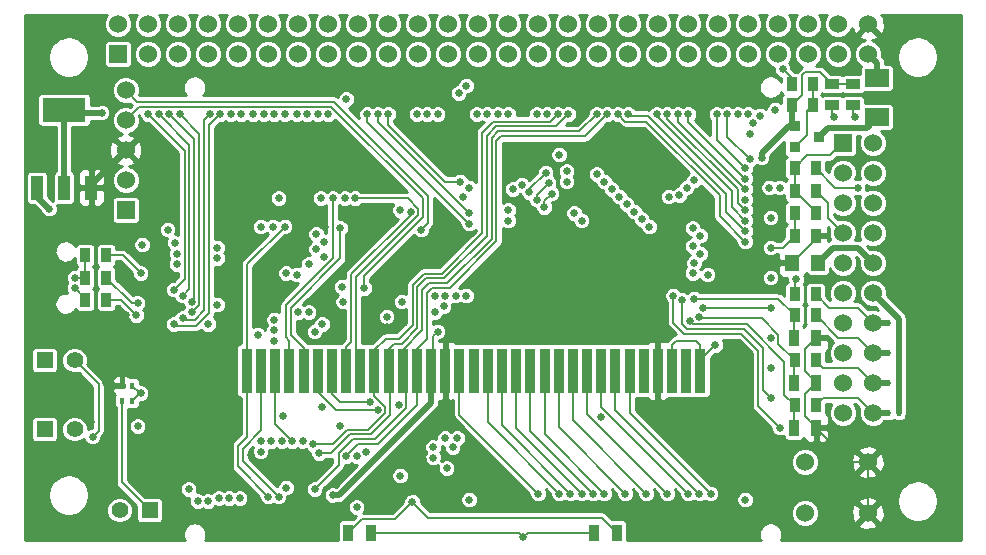
<source format=gbl>
G04 (created by PCBNEW (2013-04-19 BZR 4011)-stable) date 24/06/2013 11:32:34*
%MOIN*%
G04 Gerber Fmt 3.4, Leading zero omitted, Abs format*
%FSLAX34Y34*%
G01*
G70*
G90*
G04 APERTURE LIST*
%ADD10C,2.3622e-006*%
%ADD11R,0.0354X0.15*%
%ADD12R,0.036X0.036*%
%ADD13R,0.045X0.055*%
%ADD14R,0.035X0.045*%
%ADD15R,0.08X0.06*%
%ADD16R,0.035X0.055*%
%ADD17C,0.06*%
%ADD18R,0.06X0.06*%
%ADD19R,0.144X0.08*%
%ADD20R,0.04X0.08*%
%ADD21R,0.055X0.055*%
%ADD22C,0.055*%
%ADD23R,0.045X0.035*%
%ADD24R,0.0157X0.0236*%
%ADD25C,0.025*%
%ADD26C,0.02*%
%ADD27C,0.008*%
%ADD28C,0.01*%
G04 APERTURE END LIST*
G54D10*
G54D11*
X89200Y-53050D03*
X89672Y-53050D03*
X90145Y-53050D03*
X96759Y-53050D03*
X96287Y-53050D03*
X95814Y-53050D03*
X95342Y-53050D03*
X94869Y-53050D03*
X94397Y-53050D03*
X93924Y-53050D03*
X93452Y-53050D03*
X92980Y-53050D03*
X92507Y-53050D03*
X92035Y-53050D03*
X91562Y-53050D03*
X91090Y-53050D03*
X90617Y-53050D03*
X88728Y-53050D03*
X88255Y-53050D03*
X87783Y-53050D03*
X87310Y-53050D03*
X86838Y-53050D03*
X86365Y-53050D03*
X85893Y-53050D03*
X85420Y-53050D03*
X84948Y-53050D03*
X84476Y-53050D03*
X84003Y-53050D03*
X83531Y-53050D03*
X83058Y-53050D03*
X82585Y-53050D03*
X82113Y-53050D03*
X81641Y-53050D03*
G54D12*
X99900Y-44900D03*
X99900Y-45600D03*
X100700Y-45250D03*
G54D13*
X99825Y-49450D03*
X100675Y-49450D03*
G54D14*
X99900Y-46300D03*
X100600Y-46300D03*
X100600Y-47050D03*
X99900Y-47050D03*
X100600Y-48550D03*
X99900Y-48550D03*
X100600Y-47800D03*
X99900Y-47800D03*
X99800Y-43500D03*
X100500Y-43500D03*
X100500Y-44200D03*
X99800Y-44200D03*
G54D15*
X102650Y-44600D03*
X102650Y-43300D03*
G54D16*
X85025Y-58450D03*
X85775Y-58450D03*
X93975Y-58450D03*
X93225Y-58450D03*
X99875Y-54950D03*
X100625Y-54950D03*
X99875Y-53450D03*
X100625Y-53450D03*
X99875Y-51950D03*
X100625Y-51950D03*
G54D17*
X102500Y-45450D03*
X101500Y-46450D03*
G54D18*
X101500Y-45450D03*
G54D17*
X102500Y-46450D03*
X101500Y-47450D03*
X102500Y-47450D03*
X101500Y-48450D03*
X102500Y-48450D03*
X101500Y-49450D03*
X102500Y-49450D03*
X101500Y-50450D03*
X102500Y-50450D03*
X101500Y-51450D03*
X102500Y-51450D03*
X101500Y-52450D03*
X102500Y-52450D03*
X101500Y-53450D03*
X102500Y-53450D03*
X101500Y-54450D03*
X102500Y-54450D03*
G54D14*
X100600Y-54200D03*
X99900Y-54200D03*
X100600Y-52700D03*
X99900Y-52700D03*
X100600Y-51200D03*
X99900Y-51200D03*
X100600Y-50500D03*
X99900Y-50500D03*
X76950Y-50700D03*
X76250Y-50700D03*
X76950Y-49950D03*
X76250Y-49950D03*
X76950Y-49200D03*
X76250Y-49200D03*
G54D17*
X100257Y-56100D03*
X102343Y-56100D03*
G54D19*
X75550Y-44350D03*
G54D20*
X75550Y-46950D03*
X74650Y-46950D03*
X76450Y-46950D03*
G54D21*
X74900Y-55000D03*
G54D22*
X75900Y-55000D03*
G54D21*
X74900Y-52700D03*
G54D22*
X75900Y-52700D03*
G54D21*
X78400Y-57700D03*
G54D22*
X77400Y-57700D03*
G54D18*
X77350Y-42500D03*
G54D17*
X77350Y-41500D03*
X78350Y-42500D03*
X78350Y-41500D03*
X79350Y-42500D03*
X79350Y-41500D03*
X80350Y-42500D03*
X80350Y-41500D03*
X81350Y-42500D03*
X81350Y-41500D03*
X82350Y-42500D03*
X82350Y-41500D03*
X83350Y-42500D03*
X83350Y-41500D03*
X84350Y-42500D03*
X84350Y-41500D03*
X85350Y-42500D03*
X85350Y-41500D03*
X86350Y-42500D03*
X86350Y-41500D03*
X87350Y-42500D03*
X87350Y-41500D03*
X88350Y-42500D03*
X88350Y-41500D03*
X89350Y-42500D03*
X89350Y-41500D03*
X90350Y-42500D03*
X90350Y-41500D03*
X91350Y-42500D03*
X91350Y-41500D03*
X92350Y-42500D03*
X92350Y-41500D03*
X93350Y-42500D03*
X93350Y-41500D03*
X94350Y-42500D03*
X94350Y-41500D03*
X95350Y-42500D03*
X95350Y-41500D03*
X96350Y-42500D03*
X96350Y-41500D03*
X97350Y-42500D03*
X97350Y-41500D03*
X98350Y-42500D03*
X98350Y-41500D03*
X99350Y-42500D03*
X99350Y-41500D03*
X100350Y-42500D03*
X100350Y-41500D03*
X101350Y-42500D03*
X101350Y-41500D03*
X102350Y-42500D03*
X102350Y-41500D03*
G54D23*
X101150Y-44200D03*
X101150Y-43500D03*
X101850Y-43500D03*
X101850Y-44200D03*
G54D17*
X100257Y-57800D03*
X102343Y-57800D03*
G54D18*
X77600Y-47700D03*
G54D17*
X77600Y-46700D03*
X77600Y-45700D03*
X77600Y-44700D03*
X77600Y-43700D03*
G54D24*
X103377Y-54450D03*
X103023Y-54450D03*
X103377Y-53450D03*
X103023Y-53450D03*
X103377Y-52450D03*
X103023Y-52450D03*
X103377Y-51450D03*
X103023Y-51450D03*
X77827Y-53550D03*
X77473Y-53550D03*
X77827Y-54050D03*
X77473Y-54050D03*
G54D25*
X75050Y-47650D03*
X85300Y-57600D03*
X80700Y-57300D03*
X81050Y-57300D03*
X98250Y-57350D03*
X99400Y-54950D03*
X95850Y-50550D03*
X88950Y-50550D03*
X99100Y-53950D03*
X96150Y-50700D03*
X88600Y-50550D03*
X97000Y-49850D03*
X78350Y-44500D03*
X79200Y-50350D03*
X79500Y-50550D03*
X78700Y-44500D03*
X83150Y-55400D03*
X82550Y-44500D03*
X83500Y-55400D03*
X82900Y-44500D03*
X83300Y-44500D03*
X91550Y-47600D03*
X91800Y-47150D03*
X83650Y-44500D03*
X91700Y-46800D03*
X84000Y-44500D03*
X91300Y-47350D03*
X91600Y-46450D03*
X84350Y-44500D03*
X91050Y-47100D03*
X88950Y-43550D03*
X84950Y-44000D03*
X92800Y-48050D03*
X85650Y-44500D03*
X89050Y-48150D03*
X89050Y-47800D03*
X92550Y-47800D03*
X86000Y-44500D03*
X88750Y-46750D03*
X78150Y-48850D03*
X86350Y-44500D03*
X79800Y-50750D03*
X79050Y-44500D03*
X79250Y-48800D03*
X87300Y-44500D03*
X87650Y-44500D03*
X79300Y-49150D03*
X88000Y-44500D03*
X79300Y-49500D03*
X88700Y-43800D03*
X79000Y-48350D03*
X89300Y-44500D03*
X82700Y-47300D03*
X82500Y-48250D03*
X89650Y-44500D03*
X79400Y-44500D03*
X79800Y-51100D03*
X80400Y-44500D03*
X79500Y-51300D03*
X80750Y-44500D03*
X79200Y-51500D03*
X81100Y-44500D03*
X82100Y-55750D03*
X81450Y-44500D03*
X82100Y-55400D03*
X82450Y-55400D03*
X81850Y-44500D03*
X82200Y-44500D03*
X82800Y-55400D03*
X84900Y-47300D03*
X98350Y-44500D03*
X96750Y-49150D03*
X90000Y-44500D03*
X92300Y-46750D03*
X86000Y-54350D03*
X92300Y-46400D03*
X90350Y-44500D03*
X96500Y-48900D03*
X85750Y-54100D03*
X98250Y-48050D03*
X95300Y-44500D03*
X94550Y-47750D03*
X98250Y-47700D03*
X94300Y-47500D03*
X95650Y-44500D03*
X88300Y-56300D03*
X85300Y-55900D03*
X98250Y-47000D03*
X85600Y-55750D03*
X96000Y-44500D03*
X87850Y-55950D03*
X94050Y-47250D03*
X93800Y-47000D03*
X98250Y-46650D03*
X96350Y-44500D03*
X98250Y-46300D03*
X93550Y-46750D03*
X97300Y-44500D03*
X93300Y-46500D03*
X98400Y-46000D03*
X97650Y-44500D03*
X92050Y-45850D03*
X96750Y-48550D03*
X91300Y-44500D03*
X87100Y-47750D03*
X96500Y-48300D03*
X91650Y-44500D03*
X85250Y-47300D03*
X95700Y-47250D03*
X92000Y-44500D03*
X83850Y-55500D03*
X96050Y-47200D03*
X92350Y-44500D03*
X84050Y-55800D03*
X83900Y-57000D03*
X96300Y-46950D03*
X93300Y-44500D03*
X96550Y-46700D03*
X93650Y-44500D03*
X84950Y-55900D03*
X94000Y-44500D03*
X98250Y-48750D03*
X95050Y-48250D03*
X94350Y-44500D03*
X98250Y-48400D03*
X94800Y-48000D03*
X101200Y-44600D03*
X84200Y-48750D03*
X96500Y-49800D03*
X83950Y-49000D03*
X88850Y-47250D03*
X84200Y-49250D03*
X82350Y-57250D03*
X82900Y-48250D03*
X90350Y-48050D03*
X80650Y-48950D03*
X98750Y-44550D03*
X96550Y-49450D03*
X98500Y-44800D03*
X84750Y-48300D03*
X90350Y-47700D03*
X80650Y-49300D03*
X99250Y-44350D03*
X83950Y-48500D03*
X98400Y-45150D03*
X89050Y-46950D03*
X98000Y-44500D03*
X84500Y-47300D03*
X90800Y-46850D03*
X101900Y-44600D03*
X80000Y-57400D03*
X99500Y-43000D03*
X79700Y-57000D03*
X102000Y-46950D03*
X88500Y-55600D03*
X99100Y-49950D03*
X83350Y-51100D03*
X82550Y-51700D03*
X83700Y-49500D03*
X82550Y-51350D03*
X88650Y-55300D03*
X99400Y-46950D03*
X86800Y-50750D03*
X88250Y-55300D03*
X99100Y-51950D03*
X84750Y-54900D03*
X87900Y-50550D03*
X99050Y-46950D03*
X86750Y-47700D03*
X82950Y-49800D03*
X99100Y-47950D03*
X99100Y-52950D03*
X87850Y-55600D03*
X83700Y-51100D03*
X82550Y-52050D03*
X87900Y-51100D03*
X96400Y-51400D03*
X88200Y-50900D03*
X96700Y-51250D03*
X80350Y-57400D03*
X87450Y-48350D03*
X85550Y-50300D03*
X81400Y-57300D03*
X99950Y-50000D03*
X96550Y-50650D03*
X83300Y-49850D03*
X88250Y-50550D03*
X99100Y-50950D03*
X96850Y-50950D03*
X82850Y-54550D03*
X99100Y-48950D03*
X77950Y-51200D03*
X83900Y-51750D03*
X78000Y-50800D03*
X84150Y-51500D03*
X78100Y-49800D03*
X95400Y-51900D03*
X76950Y-53450D03*
X76450Y-54750D03*
X83500Y-57150D03*
X81775Y-55850D03*
X84250Y-48250D03*
X94700Y-58600D03*
X79850Y-55900D03*
X86300Y-51600D03*
X79100Y-55900D03*
X98700Y-47950D03*
X77600Y-51200D03*
X88250Y-53500D03*
X84500Y-50600D03*
X78000Y-54500D03*
X87500Y-56000D03*
X93550Y-57150D03*
X92800Y-57150D03*
X91350Y-57150D03*
X95650Y-57150D03*
X94250Y-57150D03*
X82700Y-57250D03*
X75900Y-49950D03*
X75900Y-50300D03*
X78100Y-53800D03*
X76500Y-55250D03*
X94950Y-57150D03*
X87150Y-57425D03*
X93175Y-57150D03*
X92425Y-57150D03*
X92050Y-57150D03*
X96350Y-57150D03*
X97100Y-57150D03*
X90850Y-58600D03*
X96725Y-57150D03*
X90500Y-47000D03*
X98250Y-47350D03*
X93450Y-54600D03*
X97250Y-52200D03*
X86700Y-54200D03*
X88000Y-51750D03*
X98800Y-45950D03*
X86750Y-56550D03*
X89050Y-57350D03*
X82950Y-56950D03*
X80350Y-51500D03*
X76800Y-44450D03*
X84850Y-50750D03*
X78000Y-54900D03*
X84100Y-47300D03*
X84150Y-54250D03*
X86300Y-51250D03*
X80650Y-50850D03*
X84500Y-57200D03*
X84800Y-50250D03*
X82100Y-48250D03*
X82000Y-51850D03*
G54D26*
X74650Y-47250D02*
X74650Y-46950D01*
X75050Y-47650D02*
X74650Y-47250D01*
G54D27*
X95850Y-50550D02*
X95850Y-51450D01*
X95850Y-51450D02*
X96224Y-51824D01*
X98124Y-51824D02*
X96224Y-51824D01*
X98688Y-52388D02*
X98124Y-51824D01*
X98688Y-54238D02*
X98688Y-52388D01*
X99400Y-54950D02*
X98688Y-54238D01*
X96150Y-50700D02*
X96150Y-51500D01*
X99100Y-53950D02*
X98850Y-53700D01*
X98850Y-53700D02*
X98850Y-52300D01*
X98850Y-52300D02*
X98212Y-51662D01*
X98212Y-51662D02*
X96312Y-51662D01*
X96312Y-51662D02*
X96150Y-51500D01*
X78350Y-44500D02*
X78350Y-44500D01*
X78350Y-44500D02*
X79564Y-45714D01*
X79564Y-49986D02*
X79200Y-50350D01*
X79564Y-45714D02*
X79564Y-49986D01*
X78700Y-44500D02*
X79726Y-45526D01*
X79726Y-45526D02*
X79726Y-50324D01*
X79726Y-50324D02*
X79500Y-50550D01*
X82585Y-53050D02*
X82585Y-54835D01*
X82585Y-54835D02*
X83150Y-55400D01*
X91550Y-47600D02*
X91550Y-47400D01*
X91550Y-47400D02*
X91800Y-47150D01*
X91300Y-47200D02*
X91700Y-46800D01*
X91300Y-47350D02*
X91300Y-47200D01*
X91050Y-47000D02*
X91600Y-46450D01*
X91050Y-47100D02*
X91050Y-47000D01*
X85650Y-44500D02*
X85650Y-44750D01*
X85650Y-44750D02*
X89050Y-48150D01*
X89050Y-47800D02*
X86000Y-44750D01*
X86000Y-44750D02*
X86000Y-44500D01*
X88750Y-46750D02*
X88250Y-46750D01*
X86350Y-44850D02*
X86350Y-44500D01*
X88250Y-46750D02*
X86350Y-44850D01*
X79050Y-44500D02*
X79888Y-45338D01*
X79888Y-50662D02*
X79800Y-50750D01*
X79888Y-45338D02*
X79888Y-50662D01*
X79400Y-44500D02*
X80050Y-45150D01*
X80050Y-45150D02*
X80050Y-50850D01*
X79800Y-51100D02*
X80050Y-50850D01*
X80212Y-44688D02*
X80400Y-44500D01*
X80212Y-51038D02*
X80212Y-44688D01*
X79550Y-51350D02*
X79900Y-51350D01*
X79500Y-51300D02*
X79550Y-51350D01*
X79900Y-51350D02*
X80212Y-51038D01*
X79950Y-51550D02*
X80374Y-51126D01*
X80374Y-44876D02*
X80750Y-44500D01*
X80374Y-51126D02*
X80374Y-44876D01*
X79250Y-51550D02*
X79950Y-51550D01*
X79200Y-51500D02*
X79250Y-51550D01*
X84600Y-54350D02*
X84003Y-53753D01*
X86000Y-54350D02*
X84600Y-54350D01*
X84003Y-53753D02*
X84003Y-53050D01*
X84750Y-54100D02*
X84476Y-53826D01*
X85750Y-54100D02*
X84750Y-54100D01*
X84476Y-53826D02*
X84476Y-53050D01*
X97800Y-47050D02*
X95300Y-44550D01*
X95300Y-44550D02*
X95300Y-44500D01*
X97800Y-47600D02*
X97800Y-47050D01*
X98250Y-48050D02*
X97800Y-47600D01*
X95300Y-44500D02*
X95300Y-44500D01*
X98000Y-47000D02*
X95650Y-44650D01*
X95650Y-44650D02*
X95650Y-44500D01*
X98250Y-47700D02*
X98000Y-47450D01*
X98000Y-47450D02*
X98000Y-47000D01*
X98250Y-47000D02*
X96000Y-44750D01*
X96000Y-44750D02*
X96000Y-44500D01*
X98250Y-46650D02*
X96350Y-44750D01*
X96350Y-44750D02*
X96350Y-44500D01*
X98250Y-46300D02*
X97300Y-45350D01*
X97300Y-45350D02*
X97300Y-44500D01*
X97650Y-45250D02*
X97650Y-44500D01*
X98400Y-46000D02*
X97650Y-45250D01*
X85108Y-49842D02*
X85108Y-52092D01*
X87100Y-47750D02*
X87100Y-47850D01*
X87100Y-47850D02*
X85108Y-49842D01*
X84948Y-52252D02*
X84948Y-53050D01*
X85108Y-52092D02*
X84948Y-52252D01*
X87350Y-47850D02*
X85270Y-49930D01*
X87000Y-47300D02*
X87350Y-47650D01*
X85270Y-52900D02*
X85270Y-49930D01*
X87350Y-47650D02*
X87350Y-47850D01*
X85250Y-47300D02*
X87000Y-47300D01*
X85420Y-53050D02*
X85270Y-52900D01*
X85893Y-53050D02*
X85893Y-52357D01*
X87164Y-50186D02*
X87536Y-49814D01*
X85893Y-52357D02*
X86262Y-51988D01*
X89474Y-48476D02*
X88136Y-49814D01*
X89850Y-44750D02*
X89474Y-45126D01*
X87536Y-49814D02*
X88136Y-49814D01*
X84500Y-55500D02*
X84986Y-55014D01*
X92000Y-44500D02*
X91750Y-44750D01*
X83850Y-55500D02*
X84500Y-55500D01*
X85893Y-53893D02*
X86250Y-54250D01*
X87164Y-51536D02*
X87164Y-50186D01*
X86712Y-51988D02*
X87164Y-51536D01*
X86250Y-54450D02*
X85686Y-55014D01*
X85893Y-53050D02*
X85893Y-53893D01*
X84986Y-55014D02*
X85686Y-55014D01*
X86262Y-51988D02*
X86712Y-51988D01*
X86250Y-54250D02*
X86250Y-54450D01*
X91750Y-44750D02*
X89850Y-44750D01*
X89474Y-45126D02*
X89474Y-48476D01*
X89636Y-48564D02*
X88224Y-49976D01*
X92350Y-44500D02*
X91938Y-44912D01*
X91938Y-44912D02*
X89938Y-44912D01*
X89636Y-45214D02*
X89636Y-48564D01*
X89938Y-44912D02*
X89636Y-45214D01*
X87624Y-49976D02*
X88224Y-49976D01*
X87326Y-50274D02*
X87624Y-49976D01*
X87326Y-51624D02*
X87326Y-50274D01*
X86800Y-52150D02*
X87326Y-51624D01*
X86550Y-52150D02*
X86800Y-52150D01*
X86412Y-53097D02*
X86412Y-54538D01*
X86412Y-54538D02*
X85774Y-55176D01*
X86365Y-53050D02*
X86365Y-52335D01*
X85074Y-55176D02*
X85774Y-55176D01*
X86365Y-53050D02*
X86412Y-53097D01*
X84450Y-55800D02*
X85074Y-55176D01*
X84050Y-55800D02*
X84450Y-55800D01*
X86365Y-52335D02*
X86550Y-52150D01*
X84700Y-56200D02*
X84700Y-55800D01*
X83900Y-57000D02*
X84700Y-56200D01*
X93300Y-44500D02*
X92726Y-45074D01*
X92726Y-45074D02*
X90026Y-45074D01*
X89798Y-45302D02*
X89798Y-48652D01*
X93300Y-44500D02*
X93300Y-44500D01*
X90026Y-45074D02*
X89798Y-45302D01*
X89798Y-48652D02*
X88312Y-50138D01*
X87712Y-50138D02*
X88312Y-50138D01*
X87488Y-50362D02*
X87712Y-50138D01*
X87488Y-51712D02*
X87488Y-50362D01*
X86838Y-52362D02*
X87488Y-51712D01*
X84700Y-55800D02*
X85162Y-55338D01*
X86950Y-54300D02*
X85912Y-55338D01*
X85162Y-55338D02*
X85912Y-55338D01*
X86950Y-53162D02*
X86950Y-54300D01*
X86838Y-53050D02*
X86950Y-53162D01*
X86838Y-53050D02*
X86838Y-52362D01*
X93650Y-44500D02*
X92914Y-45236D01*
X89960Y-45390D02*
X89960Y-48740D01*
X92914Y-45236D02*
X90114Y-45236D01*
X90114Y-45236D02*
X89960Y-45390D01*
X89960Y-48740D02*
X88400Y-50300D01*
X87800Y-50300D02*
X88400Y-50300D01*
X87650Y-50450D02*
X87800Y-50300D01*
X87650Y-52000D02*
X87650Y-50450D01*
X86000Y-55500D02*
X85350Y-55500D01*
X85350Y-55500D02*
X84950Y-55900D01*
X87310Y-54190D02*
X86000Y-55500D01*
X87310Y-52340D02*
X87650Y-52000D01*
X87310Y-53050D02*
X87310Y-54190D01*
X87310Y-53050D02*
X87310Y-52340D01*
X94250Y-44750D02*
X94950Y-44750D01*
X98250Y-48750D02*
X97400Y-47900D01*
X97400Y-47900D02*
X97400Y-47200D01*
X97400Y-47200D02*
X94950Y-44750D01*
X94000Y-44500D02*
X94250Y-44750D01*
X97600Y-47150D02*
X95000Y-44550D01*
X97600Y-47750D02*
X97600Y-47150D01*
X98250Y-48400D02*
X97600Y-47750D01*
X94400Y-44550D02*
X95000Y-44550D01*
X94350Y-44500D02*
X94400Y-44550D01*
X101150Y-44200D02*
X101150Y-44550D01*
X101150Y-44550D02*
X101200Y-44600D01*
X81641Y-53050D02*
X81641Y-55259D01*
X81339Y-56239D02*
X82350Y-57250D01*
X81339Y-55560D02*
X81339Y-56239D01*
X81641Y-55259D02*
X81339Y-55560D01*
X81641Y-49509D02*
X81641Y-53050D01*
X82900Y-48250D02*
X81641Y-49509D01*
X83100Y-50950D02*
X83100Y-51850D01*
X84750Y-48300D02*
X84750Y-49300D01*
X83531Y-52281D02*
X83531Y-53050D01*
X84750Y-49300D02*
X83100Y-50950D01*
X83100Y-51850D02*
X83531Y-52281D01*
X82975Y-52967D02*
X83058Y-53050D01*
X82938Y-50862D02*
X82938Y-51938D01*
X84500Y-49300D02*
X82938Y-50862D01*
X83058Y-52058D02*
X83058Y-53050D01*
X82938Y-51938D02*
X83058Y-52058D01*
X84500Y-47300D02*
X84500Y-49300D01*
X101850Y-44200D02*
X101850Y-44550D01*
X101850Y-44550D02*
X101900Y-44600D01*
X99800Y-43300D02*
X99500Y-43000D01*
X99800Y-43500D02*
X99800Y-43300D01*
G54D26*
X102500Y-51450D02*
X103023Y-51450D01*
G54D27*
X102000Y-50950D02*
X102500Y-51450D01*
X101050Y-50950D02*
X102000Y-50950D01*
X100600Y-50500D02*
X101050Y-50950D01*
G54D26*
X103377Y-53450D02*
X103377Y-54450D01*
X103377Y-52450D02*
X103377Y-53450D01*
X103377Y-51450D02*
X103377Y-52450D01*
X102500Y-50450D02*
X103377Y-51327D01*
X103377Y-51327D02*
X103377Y-51450D01*
X100675Y-49450D02*
X101175Y-48950D01*
X101175Y-48950D02*
X102000Y-48950D01*
X102000Y-48950D02*
X102500Y-49450D01*
X102500Y-52450D02*
X103023Y-52450D01*
G54D27*
X100600Y-51200D02*
X101350Y-51950D01*
X102000Y-51950D02*
X102500Y-52450D01*
X101350Y-51950D02*
X102000Y-51950D01*
G54D26*
X102500Y-54450D02*
X103023Y-54450D01*
G54D27*
X102500Y-54450D02*
X102000Y-53950D01*
X102000Y-53950D02*
X100850Y-53950D01*
X100850Y-53950D02*
X100600Y-54200D01*
G54D26*
X102500Y-53450D02*
X103023Y-53450D01*
G54D27*
X102500Y-53450D02*
X102000Y-52950D01*
X100850Y-52950D02*
X100600Y-52700D01*
X102000Y-52950D02*
X100850Y-52950D01*
X100600Y-46300D02*
X101250Y-46950D01*
X101250Y-46950D02*
X102000Y-46950D01*
X101000Y-47950D02*
X101500Y-48450D01*
X101000Y-47450D02*
X101000Y-47950D01*
X100600Y-47050D02*
X101000Y-47450D01*
G54D26*
X102650Y-43300D02*
X102650Y-42800D01*
X102650Y-42800D02*
X102350Y-42500D01*
G54D27*
X100600Y-47750D02*
X100600Y-47800D01*
X99900Y-46300D02*
X100325Y-45875D01*
X101075Y-45875D02*
X101500Y-45450D01*
X99900Y-46300D02*
X99900Y-47050D01*
X100325Y-45875D02*
X101075Y-45875D01*
X99900Y-47050D02*
X100600Y-47750D01*
X98300Y-51500D02*
X99550Y-52750D01*
X96500Y-51500D02*
X98300Y-51500D01*
X99550Y-53850D02*
X99550Y-52750D01*
X99550Y-53850D02*
X99900Y-54200D01*
X96400Y-51400D02*
X96500Y-51500D01*
X99900Y-54200D02*
X99875Y-54225D01*
X99875Y-54225D02*
X99875Y-54950D01*
X99350Y-52150D02*
X99350Y-51850D01*
X96750Y-51300D02*
X96700Y-51250D01*
X99350Y-52150D02*
X99900Y-52700D01*
X99350Y-51850D02*
X98800Y-51300D01*
X98800Y-51300D02*
X96750Y-51300D01*
X99875Y-52725D02*
X99875Y-53450D01*
X99900Y-52700D02*
X99875Y-52725D01*
X84538Y-44088D02*
X77988Y-44088D01*
X87450Y-48350D02*
X87674Y-48126D01*
X87674Y-48126D02*
X87674Y-47224D01*
X77988Y-44088D02*
X77600Y-43700D01*
X87674Y-47224D02*
X84538Y-44088D01*
X84450Y-44250D02*
X78050Y-44250D01*
X87512Y-47938D02*
X87512Y-47312D01*
X85550Y-49900D02*
X87512Y-47938D01*
X87512Y-47312D02*
X84450Y-44250D01*
X85550Y-50300D02*
X85550Y-49900D01*
X78050Y-44250D02*
X77600Y-44700D01*
X99900Y-50050D02*
X99950Y-50000D01*
X99900Y-50500D02*
X99900Y-50050D01*
X99350Y-50650D02*
X99900Y-51200D01*
X99350Y-50650D02*
X96550Y-50650D01*
X99900Y-51200D02*
X99875Y-51225D01*
X99875Y-51225D02*
X99875Y-51950D01*
X96850Y-50950D02*
X99100Y-50950D01*
X99900Y-47800D02*
X99900Y-48550D01*
X99500Y-48950D02*
X99100Y-48950D01*
X99900Y-48550D02*
X99500Y-48950D01*
X76950Y-50700D02*
X77450Y-50700D01*
X77450Y-50700D02*
X77950Y-51200D01*
X77800Y-50800D02*
X78000Y-50800D01*
X76950Y-49950D02*
X77800Y-50800D01*
X78100Y-49800D02*
X77500Y-49200D01*
X77500Y-49200D02*
X76950Y-49200D01*
X84250Y-48250D02*
X83800Y-47800D01*
X81100Y-51400D02*
X78000Y-54500D01*
X81100Y-48450D02*
X81100Y-51400D01*
X81750Y-47800D02*
X81100Y-48450D01*
X83800Y-47800D02*
X81750Y-47800D01*
X95342Y-51958D02*
X95342Y-53050D01*
X95400Y-51900D02*
X95342Y-51958D01*
X77473Y-53550D02*
X77050Y-53550D01*
X77050Y-53550D02*
X76950Y-53450D01*
X100250Y-53825D02*
X100250Y-54575D01*
X87500Y-56000D02*
X87500Y-54800D01*
X87500Y-54800D02*
X88255Y-54045D01*
X88255Y-54045D02*
X88255Y-53050D01*
X100250Y-53075D02*
X100625Y-53450D01*
X88400Y-52050D02*
X88255Y-52195D01*
X99825Y-49450D02*
X100600Y-48675D01*
X101775Y-56100D02*
X102343Y-56100D01*
X88255Y-52195D02*
X88255Y-53050D01*
X100625Y-53450D02*
X100250Y-53825D01*
X98700Y-49000D02*
X98700Y-47950D01*
X88250Y-53500D02*
X88255Y-53495D01*
X95342Y-53050D02*
X95342Y-52192D01*
X100625Y-51950D02*
X100250Y-52325D01*
X95200Y-52050D02*
X88400Y-52050D01*
X100625Y-54950D02*
X101775Y-56100D01*
G54D26*
X76450Y-46850D02*
X77600Y-45700D01*
X76450Y-46950D02*
X76450Y-46850D01*
G54D27*
X100250Y-52325D02*
X100250Y-53075D01*
X99150Y-49450D02*
X99825Y-49450D01*
X88255Y-53495D02*
X88255Y-53050D01*
X95342Y-52192D02*
X95200Y-52050D01*
X102343Y-57800D02*
X102343Y-56100D01*
X99150Y-49450D02*
X98700Y-49000D01*
X100600Y-48675D02*
X100600Y-48550D01*
X100250Y-54575D02*
X100625Y-54950D01*
X91562Y-55162D02*
X93550Y-57150D01*
X91562Y-53050D02*
X91562Y-55162D01*
X90617Y-53050D02*
X90617Y-54967D01*
X90617Y-54967D02*
X92800Y-57150D01*
X88728Y-54528D02*
X91350Y-57150D01*
X88728Y-53050D02*
X88728Y-54528D01*
X92980Y-53050D02*
X92980Y-54480D01*
X92980Y-54480D02*
X95650Y-57150D01*
X92035Y-53050D02*
X92035Y-54935D01*
X92035Y-54935D02*
X94250Y-57150D01*
X82113Y-53050D02*
X82113Y-55037D01*
X81500Y-56050D02*
X82700Y-57250D01*
X81500Y-55650D02*
X81500Y-56050D01*
X82113Y-55037D02*
X81500Y-55650D01*
X75900Y-49950D02*
X76250Y-49950D01*
X76250Y-49200D02*
X76250Y-49950D01*
X75900Y-50300D02*
X76250Y-50650D01*
X76250Y-50650D02*
X76250Y-50700D01*
X78100Y-53800D02*
X78077Y-53800D01*
X78077Y-53800D02*
X77827Y-54050D01*
X78077Y-53800D02*
X77827Y-53550D01*
G54D26*
X102300Y-44950D02*
X102650Y-44600D01*
X101000Y-44950D02*
X102300Y-44950D01*
X100700Y-45250D02*
X101000Y-44950D01*
G54D27*
X100300Y-45200D02*
X100300Y-44400D01*
X100300Y-44400D02*
X100500Y-44200D01*
X99900Y-45600D02*
X100300Y-45200D01*
X100500Y-43500D02*
X100500Y-44200D01*
X75900Y-52700D02*
X76700Y-53500D01*
X76700Y-53500D02*
X76700Y-55050D01*
X76700Y-55050D02*
X76500Y-55250D01*
X92507Y-53050D02*
X92507Y-54707D01*
X92507Y-54707D02*
X94950Y-57150D01*
X86575Y-58000D02*
X87150Y-57425D01*
X85475Y-58000D02*
X86575Y-58000D01*
X85025Y-58450D02*
X85475Y-58000D01*
X93475Y-57950D02*
X87675Y-57950D01*
X87675Y-57950D02*
X87150Y-57425D01*
X93975Y-58450D02*
X93475Y-57950D01*
X91090Y-53050D02*
X91090Y-55065D01*
X91090Y-55065D02*
X93175Y-57150D01*
X90145Y-54870D02*
X92425Y-57150D01*
X90145Y-53050D02*
X90145Y-54870D01*
X89672Y-54772D02*
X92050Y-57150D01*
X89672Y-53050D02*
X89672Y-54772D01*
X93452Y-54252D02*
X96350Y-57150D01*
X93452Y-53050D02*
X93452Y-54252D01*
X94397Y-53050D02*
X94397Y-54447D01*
X94397Y-54447D02*
X97100Y-57150D01*
X93225Y-58450D02*
X91000Y-58450D01*
X91000Y-58450D02*
X90850Y-58600D01*
X85775Y-58450D02*
X90700Y-58450D01*
X90700Y-58450D02*
X90850Y-58600D01*
X93924Y-54349D02*
X96725Y-57150D01*
X93924Y-53050D02*
X93924Y-54349D01*
X88000Y-51750D02*
X87850Y-51900D01*
G54D26*
X98800Y-45950D02*
X98800Y-45800D01*
X98800Y-45800D02*
X99700Y-44900D01*
G54D27*
X87850Y-52983D02*
X87783Y-53050D01*
X87850Y-51900D02*
X87850Y-52983D01*
X77473Y-54050D02*
X77473Y-56773D01*
X77473Y-56773D02*
X78400Y-57700D01*
G54D26*
X99700Y-44900D02*
X99900Y-44900D01*
G54D27*
X100150Y-43200D02*
X100150Y-43850D01*
X96759Y-52691D02*
X96759Y-53050D01*
X87783Y-53233D02*
X87783Y-53050D01*
X87850Y-53300D02*
X87783Y-53233D01*
G54D26*
X87783Y-54117D02*
X84700Y-57200D01*
X87783Y-53050D02*
X87783Y-54117D01*
X84700Y-57200D02*
X84500Y-57200D01*
G54D27*
X100150Y-43850D02*
X99800Y-44200D01*
X95814Y-53050D02*
X95814Y-52186D01*
G54D26*
X99700Y-44900D02*
X99900Y-44900D01*
G54D27*
X100250Y-43100D02*
X100150Y-43200D01*
X95950Y-52050D02*
X96600Y-52050D01*
X87783Y-53050D02*
X87812Y-53021D01*
X101150Y-43500D02*
X100750Y-43100D01*
X97250Y-52200D02*
X96759Y-52691D01*
X100750Y-43100D02*
X100250Y-43100D01*
X95814Y-52186D02*
X95950Y-52050D01*
G54D26*
X76800Y-44450D02*
X75650Y-44450D01*
G54D27*
X96600Y-52050D02*
X96759Y-52209D01*
X96759Y-52209D02*
X96759Y-53050D01*
G54D26*
X99800Y-44200D02*
X99800Y-44800D01*
X99800Y-44800D02*
X99900Y-44900D01*
G54D27*
X101850Y-43500D02*
X101150Y-43500D01*
G54D26*
X75650Y-44450D02*
X75550Y-44350D01*
X75550Y-46950D02*
X75550Y-44350D01*
G54D10*
G36*
X86667Y-47985D02*
X84959Y-49693D01*
X84913Y-49761D01*
X84898Y-49842D01*
X84898Y-49971D01*
X84858Y-49955D01*
X84741Y-49954D01*
X84633Y-49999D01*
X84550Y-50082D01*
X84505Y-50191D01*
X84504Y-50308D01*
X84549Y-50416D01*
X84632Y-50499D01*
X84668Y-50514D01*
X84600Y-50582D01*
X84555Y-50691D01*
X84554Y-50808D01*
X84599Y-50916D01*
X84682Y-50999D01*
X84791Y-51044D01*
X84898Y-51045D01*
X84898Y-52005D01*
X84799Y-52103D01*
X84781Y-52129D01*
X84737Y-52129D01*
X84712Y-52140D01*
X84686Y-52130D01*
X84619Y-52129D01*
X84445Y-52129D01*
X84445Y-51441D01*
X84400Y-51333D01*
X84317Y-51250D01*
X84208Y-51205D01*
X84091Y-51204D01*
X83983Y-51249D01*
X83900Y-51332D01*
X83855Y-51441D01*
X83855Y-51454D01*
X83841Y-51454D01*
X83733Y-51499D01*
X83650Y-51582D01*
X83605Y-51691D01*
X83604Y-51808D01*
X83649Y-51916D01*
X83732Y-51999D01*
X83841Y-52044D01*
X83958Y-52045D01*
X84066Y-52000D01*
X84149Y-51917D01*
X84194Y-51808D01*
X84194Y-51795D01*
X84208Y-51795D01*
X84316Y-51750D01*
X84399Y-51667D01*
X84444Y-51558D01*
X84445Y-51441D01*
X84445Y-52129D01*
X84265Y-52129D01*
X84239Y-52140D01*
X84213Y-52130D01*
X84146Y-52129D01*
X83792Y-52129D01*
X83767Y-52140D01*
X83741Y-52130D01*
X83676Y-52129D01*
X83310Y-51763D01*
X83310Y-51394D01*
X83408Y-51395D01*
X83516Y-51350D01*
X83524Y-51342D01*
X83532Y-51349D01*
X83641Y-51394D01*
X83758Y-51395D01*
X83866Y-51350D01*
X83949Y-51267D01*
X83994Y-51158D01*
X83995Y-51041D01*
X83950Y-50933D01*
X83867Y-50850D01*
X83758Y-50805D01*
X83641Y-50804D01*
X83533Y-50849D01*
X83525Y-50857D01*
X83517Y-50850D01*
X83502Y-50844D01*
X84898Y-49448D01*
X84944Y-49380D01*
X84960Y-49300D01*
X84960Y-48507D01*
X84999Y-48467D01*
X85044Y-48358D01*
X85045Y-48241D01*
X85000Y-48133D01*
X84917Y-48050D01*
X84808Y-48005D01*
X84710Y-48004D01*
X84710Y-47527D01*
X84732Y-47549D01*
X84841Y-47594D01*
X84958Y-47595D01*
X85066Y-47550D01*
X85074Y-47542D01*
X85082Y-47549D01*
X85191Y-47594D01*
X85308Y-47595D01*
X85416Y-47550D01*
X85457Y-47510D01*
X86522Y-47510D01*
X86500Y-47532D01*
X86455Y-47641D01*
X86454Y-47758D01*
X86499Y-47866D01*
X86582Y-47949D01*
X86667Y-47985D01*
X86667Y-47985D01*
G37*
G54D28*
X86667Y-47985D02*
X84959Y-49693D01*
X84913Y-49761D01*
X84898Y-49842D01*
X84898Y-49971D01*
X84858Y-49955D01*
X84741Y-49954D01*
X84633Y-49999D01*
X84550Y-50082D01*
X84505Y-50191D01*
X84504Y-50308D01*
X84549Y-50416D01*
X84632Y-50499D01*
X84668Y-50514D01*
X84600Y-50582D01*
X84555Y-50691D01*
X84554Y-50808D01*
X84599Y-50916D01*
X84682Y-50999D01*
X84791Y-51044D01*
X84898Y-51045D01*
X84898Y-52005D01*
X84799Y-52103D01*
X84781Y-52129D01*
X84737Y-52129D01*
X84712Y-52140D01*
X84686Y-52130D01*
X84619Y-52129D01*
X84445Y-52129D01*
X84445Y-51441D01*
X84400Y-51333D01*
X84317Y-51250D01*
X84208Y-51205D01*
X84091Y-51204D01*
X83983Y-51249D01*
X83900Y-51332D01*
X83855Y-51441D01*
X83855Y-51454D01*
X83841Y-51454D01*
X83733Y-51499D01*
X83650Y-51582D01*
X83605Y-51691D01*
X83604Y-51808D01*
X83649Y-51916D01*
X83732Y-51999D01*
X83841Y-52044D01*
X83958Y-52045D01*
X84066Y-52000D01*
X84149Y-51917D01*
X84194Y-51808D01*
X84194Y-51795D01*
X84208Y-51795D01*
X84316Y-51750D01*
X84399Y-51667D01*
X84444Y-51558D01*
X84445Y-51441D01*
X84445Y-52129D01*
X84265Y-52129D01*
X84239Y-52140D01*
X84213Y-52130D01*
X84146Y-52129D01*
X83792Y-52129D01*
X83767Y-52140D01*
X83741Y-52130D01*
X83676Y-52129D01*
X83310Y-51763D01*
X83310Y-51394D01*
X83408Y-51395D01*
X83516Y-51350D01*
X83524Y-51342D01*
X83532Y-51349D01*
X83641Y-51394D01*
X83758Y-51395D01*
X83866Y-51350D01*
X83949Y-51267D01*
X83994Y-51158D01*
X83995Y-51041D01*
X83950Y-50933D01*
X83867Y-50850D01*
X83758Y-50805D01*
X83641Y-50804D01*
X83533Y-50849D01*
X83525Y-50857D01*
X83517Y-50850D01*
X83502Y-50844D01*
X84898Y-49448D01*
X84944Y-49380D01*
X84960Y-49300D01*
X84960Y-48507D01*
X84999Y-48467D01*
X85044Y-48358D01*
X85045Y-48241D01*
X85000Y-48133D01*
X84917Y-48050D01*
X84808Y-48005D01*
X84710Y-48004D01*
X84710Y-47527D01*
X84732Y-47549D01*
X84841Y-47594D01*
X84958Y-47595D01*
X85066Y-47550D01*
X85074Y-47542D01*
X85082Y-47549D01*
X85191Y-47594D01*
X85308Y-47595D01*
X85416Y-47550D01*
X85457Y-47510D01*
X86522Y-47510D01*
X86500Y-47532D01*
X86455Y-47641D01*
X86454Y-47758D01*
X86499Y-47866D01*
X86582Y-47949D01*
X86667Y-47985D01*
G54D10*
G36*
X89264Y-48389D02*
X88049Y-49604D01*
X87536Y-49604D01*
X87455Y-49619D01*
X87387Y-49665D01*
X87015Y-50037D01*
X86969Y-50105D01*
X86954Y-50186D01*
X86954Y-50494D01*
X86858Y-50455D01*
X86741Y-50454D01*
X86633Y-50499D01*
X86550Y-50582D01*
X86505Y-50691D01*
X86504Y-50808D01*
X86549Y-50916D01*
X86632Y-50999D01*
X86741Y-51044D01*
X86858Y-51045D01*
X86954Y-51005D01*
X86954Y-51449D01*
X86625Y-51778D01*
X86595Y-51778D01*
X86595Y-51191D01*
X86550Y-51083D01*
X86467Y-51000D01*
X86358Y-50955D01*
X86241Y-50954D01*
X86133Y-50999D01*
X86050Y-51082D01*
X86005Y-51191D01*
X86004Y-51308D01*
X86049Y-51416D01*
X86132Y-51499D01*
X86241Y-51544D01*
X86358Y-51545D01*
X86466Y-51500D01*
X86549Y-51417D01*
X86594Y-51308D01*
X86595Y-51191D01*
X86595Y-51778D01*
X86262Y-51778D01*
X86261Y-51778D01*
X86246Y-51781D01*
X86181Y-51793D01*
X86113Y-51839D01*
X86113Y-51839D01*
X85823Y-52129D01*
X85682Y-52129D01*
X85656Y-52140D01*
X85630Y-52130D01*
X85563Y-52129D01*
X85480Y-52129D01*
X85480Y-50590D01*
X85491Y-50594D01*
X85608Y-50595D01*
X85716Y-50550D01*
X85799Y-50467D01*
X85844Y-50358D01*
X85845Y-50241D01*
X85800Y-50133D01*
X85760Y-50092D01*
X85760Y-49986D01*
X87214Y-48532D01*
X87282Y-48599D01*
X87391Y-48644D01*
X87508Y-48645D01*
X87616Y-48600D01*
X87699Y-48517D01*
X87744Y-48408D01*
X87744Y-48351D01*
X87822Y-48274D01*
X87822Y-48274D01*
X87822Y-48274D01*
X87868Y-48206D01*
X87868Y-48206D01*
X87880Y-48141D01*
X87884Y-48126D01*
X87883Y-48126D01*
X87884Y-48126D01*
X87884Y-47280D01*
X88754Y-48151D01*
X88754Y-48208D01*
X88799Y-48316D01*
X88882Y-48399D01*
X88991Y-48444D01*
X89108Y-48445D01*
X89216Y-48400D01*
X89264Y-48353D01*
X89264Y-48389D01*
X89264Y-48389D01*
G37*
G54D28*
X89264Y-48389D02*
X88049Y-49604D01*
X87536Y-49604D01*
X87455Y-49619D01*
X87387Y-49665D01*
X87015Y-50037D01*
X86969Y-50105D01*
X86954Y-50186D01*
X86954Y-50494D01*
X86858Y-50455D01*
X86741Y-50454D01*
X86633Y-50499D01*
X86550Y-50582D01*
X86505Y-50691D01*
X86504Y-50808D01*
X86549Y-50916D01*
X86632Y-50999D01*
X86741Y-51044D01*
X86858Y-51045D01*
X86954Y-51005D01*
X86954Y-51449D01*
X86625Y-51778D01*
X86595Y-51778D01*
X86595Y-51191D01*
X86550Y-51083D01*
X86467Y-51000D01*
X86358Y-50955D01*
X86241Y-50954D01*
X86133Y-50999D01*
X86050Y-51082D01*
X86005Y-51191D01*
X86004Y-51308D01*
X86049Y-51416D01*
X86132Y-51499D01*
X86241Y-51544D01*
X86358Y-51545D01*
X86466Y-51500D01*
X86549Y-51417D01*
X86594Y-51308D01*
X86595Y-51191D01*
X86595Y-51778D01*
X86262Y-51778D01*
X86261Y-51778D01*
X86246Y-51781D01*
X86181Y-51793D01*
X86113Y-51839D01*
X86113Y-51839D01*
X85823Y-52129D01*
X85682Y-52129D01*
X85656Y-52140D01*
X85630Y-52130D01*
X85563Y-52129D01*
X85480Y-52129D01*
X85480Y-50590D01*
X85491Y-50594D01*
X85608Y-50595D01*
X85716Y-50550D01*
X85799Y-50467D01*
X85844Y-50358D01*
X85845Y-50241D01*
X85800Y-50133D01*
X85760Y-50092D01*
X85760Y-49986D01*
X87214Y-48532D01*
X87282Y-48599D01*
X87391Y-48644D01*
X87508Y-48645D01*
X87616Y-48600D01*
X87699Y-48517D01*
X87744Y-48408D01*
X87744Y-48351D01*
X87822Y-48274D01*
X87822Y-48274D01*
X87822Y-48274D01*
X87868Y-48206D01*
X87868Y-48206D01*
X87880Y-48141D01*
X87884Y-48126D01*
X87883Y-48126D01*
X87884Y-48126D01*
X87884Y-47280D01*
X88754Y-48151D01*
X88754Y-48208D01*
X88799Y-48316D01*
X88882Y-48399D01*
X88991Y-48444D01*
X89108Y-48445D01*
X89216Y-48400D01*
X89264Y-48353D01*
X89264Y-48389D01*
G54D10*
G36*
X100682Y-53500D02*
X100675Y-53500D01*
X100675Y-53507D01*
X100575Y-53507D01*
X100575Y-53500D01*
X100567Y-53500D01*
X100567Y-53400D01*
X100575Y-53400D01*
X100575Y-53392D01*
X100675Y-53392D01*
X100675Y-53400D01*
X100682Y-53400D01*
X100682Y-53500D01*
X100682Y-53500D01*
G37*
G54D28*
X100682Y-53500D02*
X100675Y-53500D01*
X100675Y-53507D01*
X100575Y-53507D01*
X100575Y-53500D01*
X100567Y-53500D01*
X100567Y-53400D01*
X100575Y-53400D01*
X100575Y-53392D01*
X100675Y-53392D01*
X100675Y-53400D01*
X100682Y-53400D01*
X100682Y-53500D01*
G54D10*
G36*
X101093Y-48696D02*
X101071Y-48700D01*
X101025Y-48731D01*
X101025Y-48725D01*
X101025Y-48662D01*
X100962Y-48600D01*
X100650Y-48600D01*
X100650Y-48607D01*
X100550Y-48607D01*
X100550Y-48600D01*
X100542Y-48600D01*
X100542Y-48500D01*
X100550Y-48500D01*
X100550Y-48492D01*
X100650Y-48492D01*
X100650Y-48500D01*
X100962Y-48500D01*
X101025Y-48437D01*
X101025Y-48374D01*
X101024Y-48275D01*
X101022Y-48269D01*
X101053Y-48300D01*
X101030Y-48356D01*
X101029Y-48543D01*
X101093Y-48696D01*
X101093Y-48696D01*
G37*
G54D28*
X101093Y-48696D02*
X101071Y-48700D01*
X101025Y-48731D01*
X101025Y-48725D01*
X101025Y-48662D01*
X100962Y-48600D01*
X100650Y-48600D01*
X100650Y-48607D01*
X100550Y-48607D01*
X100550Y-48600D01*
X100542Y-48600D01*
X100542Y-48500D01*
X100550Y-48500D01*
X100550Y-48492D01*
X100650Y-48492D01*
X100650Y-48500D01*
X100962Y-48500D01*
X101025Y-48437D01*
X101025Y-48374D01*
X101024Y-48275D01*
X101022Y-48269D01*
X101053Y-48300D01*
X101030Y-48356D01*
X101029Y-48543D01*
X101093Y-48696D01*
G54D10*
G36*
X101194Y-52091D02*
X101101Y-52183D01*
X101030Y-52356D01*
X101029Y-52543D01*
X101101Y-52715D01*
X101125Y-52740D01*
X100945Y-52740D01*
X100945Y-52441D01*
X100942Y-52435D01*
X101011Y-52366D01*
X101049Y-52274D01*
X101050Y-52175D01*
X101050Y-52062D01*
X100987Y-52000D01*
X100675Y-52000D01*
X100675Y-52007D01*
X100575Y-52007D01*
X100575Y-52000D01*
X100567Y-52000D01*
X100567Y-51900D01*
X100575Y-51900D01*
X100575Y-51892D01*
X100675Y-51892D01*
X100675Y-51900D01*
X100987Y-51900D01*
X100995Y-51892D01*
X101194Y-52091D01*
X101194Y-52091D01*
G37*
G54D28*
X101194Y-52091D02*
X101101Y-52183D01*
X101030Y-52356D01*
X101029Y-52543D01*
X101101Y-52715D01*
X101125Y-52740D01*
X100945Y-52740D01*
X100945Y-52441D01*
X100942Y-52435D01*
X101011Y-52366D01*
X101049Y-52274D01*
X101050Y-52175D01*
X101050Y-52062D01*
X100987Y-52000D01*
X100675Y-52000D01*
X100675Y-52007D01*
X100575Y-52007D01*
X100575Y-52000D01*
X100567Y-52000D01*
X100567Y-51900D01*
X100575Y-51900D01*
X100575Y-51892D01*
X100675Y-51892D01*
X100675Y-51900D01*
X100987Y-51900D01*
X100995Y-51892D01*
X101194Y-52091D01*
G54D10*
G36*
X105455Y-58705D02*
X104691Y-58705D01*
X104691Y-57437D01*
X104691Y-57400D01*
X104691Y-57362D01*
X104691Y-42637D01*
X104691Y-42600D01*
X104691Y-42562D01*
X104691Y-42561D01*
X104691Y-42561D01*
X104691Y-42561D01*
X104653Y-42370D01*
X104624Y-42300D01*
X104623Y-42299D01*
X104516Y-42138D01*
X104515Y-42137D01*
X104461Y-42084D01*
X104300Y-41976D01*
X104299Y-41975D01*
X104229Y-41946D01*
X104037Y-41908D01*
X103961Y-41908D01*
X103960Y-41909D01*
X103770Y-41946D01*
X103700Y-41975D01*
X103699Y-41976D01*
X103538Y-42083D01*
X103537Y-42084D01*
X103484Y-42138D01*
X103376Y-42299D01*
X103375Y-42300D01*
X103346Y-42370D01*
X103308Y-42562D01*
X103308Y-42600D01*
X103308Y-42637D01*
X103308Y-42638D01*
X103346Y-42829D01*
X103375Y-42899D01*
X103376Y-42900D01*
X103484Y-43061D01*
X103537Y-43115D01*
X103538Y-43116D01*
X103699Y-43223D01*
X103700Y-43224D01*
X103770Y-43253D01*
X103960Y-43290D01*
X103961Y-43291D01*
X104037Y-43291D01*
X104229Y-43253D01*
X104299Y-43224D01*
X104300Y-43223D01*
X104461Y-43115D01*
X104515Y-43062D01*
X104516Y-43061D01*
X104623Y-42900D01*
X104624Y-42899D01*
X104653Y-42829D01*
X104691Y-42638D01*
X104691Y-42638D01*
X104691Y-42638D01*
X104691Y-42637D01*
X104691Y-57362D01*
X104691Y-57361D01*
X104691Y-57361D01*
X104691Y-57361D01*
X104653Y-57170D01*
X104624Y-57100D01*
X104623Y-57099D01*
X104516Y-56938D01*
X104515Y-56937D01*
X104461Y-56884D01*
X104300Y-56776D01*
X104299Y-56775D01*
X104229Y-56746D01*
X104037Y-56708D01*
X103961Y-56708D01*
X103960Y-56709D01*
X103770Y-56746D01*
X103700Y-56775D01*
X103699Y-56776D01*
X103647Y-56811D01*
X103647Y-54450D01*
X103647Y-53450D01*
X103647Y-52450D01*
X103647Y-51450D01*
X103647Y-51327D01*
X103646Y-51326D01*
X103647Y-51326D01*
X103642Y-51306D01*
X103626Y-51223D01*
X103626Y-51223D01*
X103567Y-51136D01*
X103567Y-51136D01*
X102969Y-50538D01*
X102970Y-50356D01*
X102898Y-50184D01*
X102766Y-50051D01*
X102593Y-49980D01*
X102406Y-49979D01*
X102234Y-50051D01*
X102101Y-50183D01*
X102030Y-50356D01*
X102029Y-50543D01*
X102101Y-50715D01*
X102233Y-50848D01*
X102406Y-50919D01*
X102588Y-50920D01*
X102686Y-51018D01*
X102593Y-50980D01*
X102406Y-50979D01*
X102350Y-51003D01*
X102148Y-50801D01*
X102080Y-50755D01*
X102000Y-50740D01*
X101874Y-50740D01*
X101898Y-50716D01*
X101969Y-50543D01*
X101970Y-50356D01*
X101898Y-50184D01*
X101766Y-50051D01*
X101593Y-49980D01*
X101406Y-49979D01*
X101234Y-50051D01*
X101101Y-50183D01*
X101030Y-50356D01*
X101029Y-50543D01*
X101093Y-50696D01*
X100945Y-50548D01*
X100945Y-50241D01*
X100919Y-50178D01*
X100871Y-50130D01*
X100808Y-50105D01*
X100741Y-50104D01*
X100391Y-50104D01*
X100328Y-50130D01*
X100280Y-50178D01*
X100255Y-50241D01*
X100254Y-50308D01*
X100254Y-50758D01*
X100280Y-50821D01*
X100309Y-50850D01*
X100280Y-50878D01*
X100255Y-50941D01*
X100254Y-51008D01*
X100254Y-51458D01*
X100271Y-51499D01*
X100238Y-51533D01*
X100206Y-51609D01*
X100194Y-51578D01*
X100177Y-51562D01*
X100219Y-51521D01*
X100244Y-51458D01*
X100245Y-51391D01*
X100245Y-50941D01*
X100219Y-50878D01*
X100190Y-50849D01*
X100219Y-50821D01*
X100244Y-50758D01*
X100245Y-50691D01*
X100245Y-50241D01*
X100219Y-50178D01*
X100202Y-50161D01*
X100244Y-50058D01*
X100245Y-49941D01*
X100228Y-49900D01*
X100261Y-49866D01*
X100293Y-49790D01*
X100305Y-49821D01*
X100353Y-49869D01*
X100416Y-49894D01*
X100483Y-49895D01*
X100933Y-49895D01*
X100996Y-49869D01*
X101044Y-49821D01*
X101069Y-49758D01*
X101070Y-49691D01*
X101070Y-49640D01*
X101101Y-49715D01*
X101233Y-49848D01*
X101406Y-49919D01*
X101593Y-49920D01*
X101765Y-49848D01*
X101898Y-49716D01*
X101969Y-49543D01*
X101970Y-49356D01*
X101931Y-49263D01*
X102030Y-49361D01*
X102029Y-49543D01*
X102101Y-49715D01*
X102233Y-49848D01*
X102406Y-49919D01*
X102593Y-49920D01*
X102765Y-49848D01*
X102898Y-49716D01*
X102969Y-49543D01*
X102970Y-49356D01*
X102898Y-49184D01*
X102766Y-49051D01*
X102593Y-48980D01*
X102411Y-48979D01*
X102313Y-48881D01*
X102406Y-48919D01*
X102593Y-48920D01*
X102765Y-48848D01*
X102898Y-48716D01*
X102969Y-48543D01*
X102970Y-48356D01*
X102898Y-48184D01*
X102766Y-48051D01*
X102593Y-47980D01*
X102406Y-47979D01*
X102234Y-48051D01*
X102101Y-48183D01*
X102030Y-48356D01*
X102029Y-48543D01*
X102094Y-48698D01*
X102000Y-48680D01*
X101913Y-48680D01*
X101969Y-48543D01*
X101970Y-48356D01*
X101898Y-48184D01*
X101766Y-48051D01*
X101593Y-47980D01*
X101406Y-47979D01*
X101350Y-48003D01*
X101210Y-47863D01*
X101210Y-47824D01*
X101233Y-47848D01*
X101406Y-47919D01*
X101593Y-47920D01*
X101765Y-47848D01*
X101898Y-47716D01*
X101969Y-47543D01*
X101970Y-47356D01*
X101920Y-47236D01*
X101941Y-47244D01*
X102058Y-47245D01*
X102079Y-47236D01*
X102030Y-47356D01*
X102029Y-47543D01*
X102101Y-47715D01*
X102233Y-47848D01*
X102406Y-47919D01*
X102593Y-47920D01*
X102765Y-47848D01*
X102898Y-47716D01*
X102969Y-47543D01*
X102970Y-47356D01*
X102898Y-47184D01*
X102766Y-47051D01*
X102593Y-46980D01*
X102406Y-46979D01*
X102286Y-47029D01*
X102294Y-47008D01*
X102295Y-46891D01*
X102286Y-46870D01*
X102406Y-46919D01*
X102593Y-46920D01*
X102765Y-46848D01*
X102898Y-46716D01*
X102969Y-46543D01*
X102970Y-46356D01*
X102898Y-46184D01*
X102766Y-46051D01*
X102593Y-45980D01*
X102406Y-45979D01*
X102234Y-46051D01*
X102101Y-46183D01*
X102030Y-46356D01*
X102029Y-46543D01*
X102079Y-46663D01*
X102058Y-46655D01*
X101941Y-46654D01*
X101920Y-46663D01*
X101969Y-46543D01*
X101970Y-46356D01*
X101898Y-46184D01*
X101766Y-46051D01*
X101593Y-45980D01*
X101406Y-45979D01*
X101234Y-46051D01*
X101101Y-46183D01*
X101030Y-46356D01*
X101030Y-46433D01*
X100945Y-46348D01*
X100945Y-46085D01*
X101075Y-46085D01*
X101155Y-46069D01*
X101223Y-46023D01*
X101326Y-45920D01*
X101833Y-45920D01*
X101896Y-45894D01*
X101944Y-45846D01*
X101969Y-45783D01*
X101970Y-45716D01*
X101970Y-45220D01*
X102086Y-45220D01*
X102030Y-45356D01*
X102029Y-45543D01*
X102101Y-45715D01*
X102233Y-45848D01*
X102406Y-45919D01*
X102593Y-45920D01*
X102765Y-45848D01*
X102898Y-45716D01*
X102969Y-45543D01*
X102970Y-45356D01*
X102898Y-45184D01*
X102784Y-45070D01*
X103083Y-45070D01*
X103146Y-45044D01*
X103194Y-44996D01*
X103219Y-44933D01*
X103220Y-44866D01*
X103220Y-44266D01*
X103194Y-44203D01*
X103146Y-44155D01*
X103083Y-44130D01*
X103016Y-44129D01*
X102245Y-44129D01*
X102245Y-43991D01*
X102219Y-43928D01*
X102171Y-43880D01*
X102108Y-43855D01*
X102041Y-43854D01*
X101591Y-43854D01*
X101528Y-43880D01*
X101499Y-43909D01*
X101471Y-43880D01*
X101408Y-43855D01*
X101341Y-43854D01*
X100891Y-43854D01*
X100828Y-43880D01*
X100822Y-43887D01*
X100819Y-43878D01*
X100790Y-43849D01*
X100819Y-43821D01*
X100822Y-43812D01*
X100828Y-43819D01*
X100891Y-43844D01*
X100958Y-43845D01*
X101408Y-43845D01*
X101471Y-43819D01*
X101500Y-43790D01*
X101528Y-43819D01*
X101591Y-43844D01*
X101658Y-43845D01*
X102108Y-43845D01*
X102171Y-43819D01*
X102219Y-43771D01*
X102219Y-43769D01*
X102283Y-43770D01*
X103083Y-43770D01*
X103146Y-43744D01*
X103194Y-43696D01*
X103219Y-43633D01*
X103220Y-43566D01*
X103220Y-42966D01*
X103194Y-42903D01*
X103146Y-42855D01*
X103083Y-42830D01*
X103016Y-42829D01*
X102920Y-42829D01*
X102920Y-42800D01*
X102919Y-42799D01*
X102920Y-42799D01*
X102915Y-42779D01*
X102899Y-42696D01*
X102899Y-42696D01*
X102840Y-42609D01*
X102840Y-42609D01*
X102819Y-42588D01*
X102820Y-42406D01*
X102748Y-42234D01*
X102616Y-42101D01*
X102478Y-42044D01*
X102486Y-42043D01*
X102637Y-41981D01*
X102665Y-41885D01*
X102350Y-41570D01*
X102034Y-41885D01*
X102062Y-41981D01*
X102229Y-42041D01*
X102084Y-42101D01*
X101951Y-42233D01*
X101880Y-42406D01*
X101879Y-42593D01*
X101951Y-42765D01*
X102083Y-42898D01*
X102104Y-42906D01*
X102080Y-42966D01*
X102079Y-43033D01*
X102079Y-43155D01*
X102041Y-43154D01*
X101820Y-43154D01*
X101820Y-42406D01*
X101748Y-42234D01*
X101616Y-42101D01*
X101443Y-42030D01*
X101256Y-42029D01*
X101084Y-42101D01*
X100951Y-42233D01*
X100880Y-42406D01*
X100879Y-42593D01*
X100951Y-42765D01*
X101083Y-42898D01*
X101256Y-42969D01*
X101443Y-42970D01*
X101615Y-42898D01*
X101748Y-42766D01*
X101819Y-42593D01*
X101820Y-42406D01*
X101820Y-43154D01*
X101591Y-43154D01*
X101528Y-43180D01*
X101499Y-43209D01*
X101471Y-43180D01*
X101408Y-43155D01*
X101341Y-43154D01*
X101101Y-43154D01*
X100898Y-42951D01*
X100830Y-42905D01*
X100750Y-42890D01*
X100624Y-42890D01*
X100748Y-42766D01*
X100819Y-42593D01*
X100820Y-42406D01*
X100748Y-42234D01*
X100616Y-42101D01*
X100443Y-42030D01*
X100256Y-42029D01*
X100084Y-42101D01*
X99951Y-42233D01*
X99880Y-42406D01*
X99879Y-42593D01*
X99951Y-42765D01*
X100083Y-42898D01*
X100143Y-42923D01*
X100101Y-42951D01*
X100001Y-43051D01*
X99965Y-43104D01*
X99941Y-43104D01*
X99901Y-43104D01*
X99795Y-42998D01*
X99795Y-42941D01*
X99750Y-42833D01*
X99715Y-42798D01*
X99748Y-42766D01*
X99819Y-42593D01*
X99820Y-42406D01*
X99748Y-42234D01*
X99616Y-42101D01*
X99443Y-42030D01*
X99256Y-42029D01*
X99084Y-42101D01*
X98951Y-42233D01*
X98880Y-42406D01*
X98879Y-42593D01*
X98951Y-42765D01*
X99083Y-42898D01*
X99205Y-42948D01*
X99204Y-43058D01*
X99249Y-43166D01*
X99332Y-43249D01*
X99441Y-43294D01*
X99454Y-43294D01*
X99454Y-43308D01*
X99454Y-43434D01*
X99446Y-43414D01*
X99403Y-43350D01*
X99349Y-43296D01*
X99349Y-43296D01*
X99285Y-43253D01*
X99284Y-43253D01*
X99284Y-43252D01*
X99214Y-43223D01*
X99137Y-43208D01*
X99061Y-43208D01*
X99061Y-43208D01*
X98985Y-43223D01*
X98985Y-43223D01*
X98985Y-43223D01*
X98914Y-43253D01*
X98850Y-43296D01*
X98820Y-43326D01*
X98820Y-42406D01*
X98748Y-42234D01*
X98616Y-42101D01*
X98443Y-42030D01*
X98256Y-42029D01*
X98084Y-42101D01*
X97951Y-42233D01*
X97880Y-42406D01*
X97879Y-42593D01*
X97951Y-42765D01*
X98083Y-42898D01*
X98256Y-42969D01*
X98443Y-42970D01*
X98615Y-42898D01*
X98748Y-42766D01*
X98819Y-42593D01*
X98820Y-42406D01*
X98820Y-43326D01*
X98796Y-43350D01*
X98796Y-43350D01*
X98753Y-43414D01*
X98753Y-43415D01*
X98752Y-43415D01*
X98723Y-43485D01*
X98708Y-43562D01*
X98708Y-43600D01*
X98708Y-43637D01*
X98708Y-43638D01*
X98723Y-43714D01*
X98752Y-43784D01*
X98753Y-43784D01*
X98753Y-43785D01*
X98796Y-43849D01*
X98796Y-43849D01*
X98850Y-43903D01*
X98914Y-43946D01*
X98985Y-43976D01*
X98985Y-43976D01*
X98985Y-43976D01*
X99061Y-43991D01*
X99061Y-43991D01*
X99137Y-43991D01*
X99214Y-43976D01*
X99214Y-43975D01*
X99284Y-43947D01*
X99284Y-43946D01*
X99285Y-43946D01*
X99349Y-43903D01*
X99349Y-43903D01*
X99403Y-43849D01*
X99446Y-43785D01*
X99456Y-43762D01*
X99480Y-43821D01*
X99509Y-43850D01*
X99480Y-43878D01*
X99455Y-43941D01*
X99454Y-44008D01*
X99454Y-44137D01*
X99417Y-44100D01*
X99308Y-44055D01*
X99191Y-44054D01*
X99083Y-44099D01*
X99000Y-44182D01*
X98955Y-44291D01*
X98955Y-44337D01*
X98917Y-44300D01*
X98808Y-44255D01*
X98691Y-44254D01*
X98583Y-44299D01*
X98575Y-44307D01*
X98517Y-44250D01*
X98408Y-44205D01*
X98291Y-44204D01*
X98183Y-44249D01*
X98175Y-44257D01*
X98167Y-44250D01*
X98058Y-44205D01*
X97941Y-44204D01*
X97833Y-44249D01*
X97825Y-44257D01*
X97820Y-44252D01*
X97820Y-42406D01*
X97748Y-42234D01*
X97616Y-42101D01*
X97443Y-42030D01*
X97256Y-42029D01*
X97084Y-42101D01*
X96951Y-42233D01*
X96880Y-42406D01*
X96879Y-42593D01*
X96951Y-42765D01*
X97083Y-42898D01*
X97256Y-42969D01*
X97443Y-42970D01*
X97615Y-42898D01*
X97748Y-42766D01*
X97819Y-42593D01*
X97820Y-42406D01*
X97820Y-44252D01*
X97817Y-44250D01*
X97708Y-44205D01*
X97591Y-44204D01*
X97483Y-44249D01*
X97475Y-44257D01*
X97467Y-44250D01*
X97358Y-44205D01*
X97241Y-44204D01*
X97133Y-44249D01*
X97050Y-44332D01*
X97005Y-44441D01*
X97004Y-44558D01*
X97049Y-44666D01*
X97090Y-44707D01*
X97090Y-45193D01*
X96820Y-44923D01*
X96820Y-42406D01*
X96748Y-42234D01*
X96616Y-42101D01*
X96443Y-42030D01*
X96256Y-42029D01*
X96084Y-42101D01*
X95951Y-42233D01*
X95880Y-42406D01*
X95879Y-42593D01*
X95951Y-42765D01*
X96083Y-42898D01*
X96256Y-42969D01*
X96443Y-42970D01*
X96615Y-42898D01*
X96748Y-42766D01*
X96819Y-42593D01*
X96820Y-42406D01*
X96820Y-44923D01*
X96582Y-44685D01*
X96599Y-44667D01*
X96644Y-44558D01*
X96645Y-44441D01*
X96600Y-44333D01*
X96517Y-44250D01*
X96408Y-44205D01*
X96291Y-44204D01*
X96183Y-44249D01*
X96175Y-44257D01*
X96167Y-44250D01*
X96058Y-44205D01*
X95941Y-44204D01*
X95833Y-44249D01*
X95825Y-44257D01*
X95820Y-44252D01*
X95820Y-42406D01*
X95748Y-42234D01*
X95616Y-42101D01*
X95443Y-42030D01*
X95256Y-42029D01*
X95084Y-42101D01*
X94951Y-42233D01*
X94880Y-42406D01*
X94879Y-42593D01*
X94951Y-42765D01*
X95083Y-42898D01*
X95256Y-42969D01*
X95443Y-42970D01*
X95615Y-42898D01*
X95748Y-42766D01*
X95819Y-42593D01*
X95820Y-42406D01*
X95820Y-44252D01*
X95817Y-44250D01*
X95708Y-44205D01*
X95591Y-44204D01*
X95483Y-44249D01*
X95475Y-44257D01*
X95467Y-44250D01*
X95358Y-44205D01*
X95241Y-44204D01*
X95133Y-44249D01*
X95050Y-44332D01*
X95043Y-44348D01*
X95000Y-44340D01*
X94820Y-44340D01*
X94820Y-42406D01*
X94748Y-42234D01*
X94616Y-42101D01*
X94443Y-42030D01*
X94256Y-42029D01*
X94084Y-42101D01*
X93951Y-42233D01*
X93880Y-42406D01*
X93879Y-42593D01*
X93951Y-42765D01*
X94083Y-42898D01*
X94256Y-42969D01*
X94443Y-42970D01*
X94615Y-42898D01*
X94748Y-42766D01*
X94819Y-42593D01*
X94820Y-42406D01*
X94820Y-44340D01*
X94603Y-44340D01*
X94600Y-44333D01*
X94517Y-44250D01*
X94408Y-44205D01*
X94291Y-44204D01*
X94183Y-44249D01*
X94175Y-44257D01*
X94167Y-44250D01*
X94058Y-44205D01*
X93941Y-44204D01*
X93833Y-44249D01*
X93825Y-44257D01*
X93820Y-44252D01*
X93820Y-42406D01*
X93748Y-42234D01*
X93616Y-42101D01*
X93443Y-42030D01*
X93256Y-42029D01*
X93084Y-42101D01*
X92951Y-42233D01*
X92880Y-42406D01*
X92879Y-42593D01*
X92951Y-42765D01*
X93083Y-42898D01*
X93256Y-42969D01*
X93443Y-42970D01*
X93615Y-42898D01*
X93748Y-42766D01*
X93819Y-42593D01*
X93820Y-42406D01*
X93820Y-44252D01*
X93817Y-44250D01*
X93708Y-44205D01*
X93591Y-44204D01*
X93483Y-44249D01*
X93475Y-44257D01*
X93467Y-44250D01*
X93358Y-44205D01*
X93241Y-44204D01*
X93133Y-44249D01*
X93050Y-44332D01*
X93005Y-44441D01*
X93005Y-44498D01*
X92820Y-44682D01*
X92820Y-42406D01*
X92748Y-42234D01*
X92616Y-42101D01*
X92443Y-42030D01*
X92256Y-42029D01*
X92084Y-42101D01*
X91951Y-42233D01*
X91880Y-42406D01*
X91879Y-42593D01*
X91951Y-42765D01*
X92083Y-42898D01*
X92256Y-42969D01*
X92443Y-42970D01*
X92615Y-42898D01*
X92748Y-42766D01*
X92819Y-42593D01*
X92820Y-42406D01*
X92820Y-44682D01*
X92639Y-44864D01*
X92282Y-44864D01*
X92351Y-44795D01*
X92408Y-44795D01*
X92516Y-44750D01*
X92599Y-44667D01*
X92644Y-44558D01*
X92645Y-44441D01*
X92600Y-44333D01*
X92517Y-44250D01*
X92408Y-44205D01*
X92291Y-44204D01*
X92183Y-44249D01*
X92175Y-44257D01*
X92167Y-44250D01*
X92058Y-44205D01*
X91941Y-44204D01*
X91833Y-44249D01*
X91825Y-44257D01*
X91820Y-44252D01*
X91820Y-42406D01*
X91748Y-42234D01*
X91616Y-42101D01*
X91443Y-42030D01*
X91256Y-42029D01*
X91084Y-42101D01*
X90951Y-42233D01*
X90880Y-42406D01*
X90879Y-42593D01*
X90951Y-42765D01*
X91083Y-42898D01*
X91256Y-42969D01*
X91443Y-42970D01*
X91615Y-42898D01*
X91748Y-42766D01*
X91819Y-42593D01*
X91820Y-42406D01*
X91820Y-44252D01*
X91817Y-44250D01*
X91708Y-44205D01*
X91591Y-44204D01*
X91483Y-44249D01*
X91475Y-44257D01*
X91467Y-44250D01*
X91358Y-44205D01*
X91241Y-44204D01*
X91133Y-44249D01*
X91050Y-44332D01*
X91005Y-44441D01*
X91004Y-44540D01*
X90820Y-44540D01*
X90820Y-42406D01*
X90748Y-42234D01*
X90616Y-42101D01*
X90443Y-42030D01*
X90256Y-42029D01*
X90084Y-42101D01*
X89951Y-42233D01*
X89880Y-42406D01*
X89879Y-42593D01*
X89951Y-42765D01*
X90083Y-42898D01*
X90256Y-42969D01*
X90443Y-42970D01*
X90615Y-42898D01*
X90748Y-42766D01*
X90819Y-42593D01*
X90820Y-42406D01*
X90820Y-44540D01*
X90644Y-44540D01*
X90645Y-44441D01*
X90600Y-44333D01*
X90517Y-44250D01*
X90408Y-44205D01*
X90291Y-44204D01*
X90183Y-44249D01*
X90175Y-44257D01*
X90167Y-44250D01*
X90058Y-44205D01*
X89941Y-44204D01*
X89833Y-44249D01*
X89825Y-44257D01*
X89820Y-44252D01*
X89820Y-42406D01*
X89748Y-42234D01*
X89616Y-42101D01*
X89443Y-42030D01*
X89256Y-42029D01*
X89084Y-42101D01*
X88951Y-42233D01*
X88880Y-42406D01*
X88879Y-42593D01*
X88951Y-42765D01*
X89083Y-42898D01*
X89256Y-42969D01*
X89443Y-42970D01*
X89615Y-42898D01*
X89748Y-42766D01*
X89819Y-42593D01*
X89820Y-42406D01*
X89820Y-44252D01*
X89817Y-44250D01*
X89708Y-44205D01*
X89591Y-44204D01*
X89483Y-44249D01*
X89475Y-44257D01*
X89467Y-44250D01*
X89358Y-44205D01*
X89245Y-44204D01*
X89245Y-43491D01*
X89200Y-43383D01*
X89117Y-43300D01*
X89008Y-43255D01*
X88891Y-43254D01*
X88820Y-43284D01*
X88820Y-42406D01*
X88748Y-42234D01*
X88616Y-42101D01*
X88443Y-42030D01*
X88256Y-42029D01*
X88084Y-42101D01*
X87951Y-42233D01*
X87880Y-42406D01*
X87879Y-42593D01*
X87951Y-42765D01*
X88083Y-42898D01*
X88256Y-42969D01*
X88443Y-42970D01*
X88615Y-42898D01*
X88748Y-42766D01*
X88819Y-42593D01*
X88820Y-42406D01*
X88820Y-43284D01*
X88783Y-43299D01*
X88700Y-43382D01*
X88655Y-43491D01*
X88655Y-43504D01*
X88641Y-43504D01*
X88533Y-43549D01*
X88450Y-43632D01*
X88405Y-43741D01*
X88404Y-43858D01*
X88449Y-43966D01*
X88532Y-44049D01*
X88641Y-44094D01*
X88758Y-44095D01*
X88866Y-44050D01*
X88949Y-43967D01*
X88994Y-43858D01*
X88994Y-43845D01*
X89008Y-43845D01*
X89116Y-43800D01*
X89199Y-43717D01*
X89244Y-43608D01*
X89245Y-43491D01*
X89245Y-44204D01*
X89241Y-44204D01*
X89133Y-44249D01*
X89050Y-44332D01*
X89005Y-44441D01*
X89004Y-44558D01*
X89049Y-44666D01*
X89132Y-44749D01*
X89241Y-44794D01*
X89358Y-44795D01*
X89466Y-44750D01*
X89474Y-44742D01*
X89482Y-44749D01*
X89532Y-44770D01*
X89325Y-44977D01*
X89279Y-45045D01*
X89264Y-45126D01*
X89264Y-46746D01*
X89217Y-46700D01*
X89108Y-46655D01*
X89029Y-46654D01*
X89000Y-46583D01*
X88917Y-46500D01*
X88808Y-46455D01*
X88691Y-46454D01*
X88583Y-46499D01*
X88542Y-46540D01*
X88336Y-46540D01*
X88295Y-46498D01*
X88295Y-44441D01*
X88250Y-44333D01*
X88167Y-44250D01*
X88058Y-44205D01*
X87941Y-44204D01*
X87833Y-44249D01*
X87825Y-44257D01*
X87820Y-44252D01*
X87820Y-42406D01*
X87748Y-42234D01*
X87616Y-42101D01*
X87443Y-42030D01*
X87256Y-42029D01*
X87084Y-42101D01*
X86951Y-42233D01*
X86880Y-42406D01*
X86879Y-42593D01*
X86951Y-42765D01*
X87083Y-42898D01*
X87256Y-42969D01*
X87443Y-42970D01*
X87615Y-42898D01*
X87748Y-42766D01*
X87819Y-42593D01*
X87820Y-42406D01*
X87820Y-44252D01*
X87817Y-44250D01*
X87708Y-44205D01*
X87591Y-44204D01*
X87483Y-44249D01*
X87475Y-44257D01*
X87467Y-44250D01*
X87358Y-44205D01*
X87241Y-44204D01*
X87133Y-44249D01*
X87050Y-44332D01*
X87005Y-44441D01*
X87004Y-44558D01*
X87049Y-44666D01*
X87132Y-44749D01*
X87241Y-44794D01*
X87358Y-44795D01*
X87466Y-44750D01*
X87474Y-44742D01*
X87482Y-44749D01*
X87591Y-44794D01*
X87708Y-44795D01*
X87816Y-44750D01*
X87824Y-44742D01*
X87832Y-44749D01*
X87941Y-44794D01*
X88058Y-44795D01*
X88166Y-44750D01*
X88249Y-44667D01*
X88294Y-44558D01*
X88295Y-44441D01*
X88295Y-46498D01*
X86820Y-45023D01*
X86820Y-42406D01*
X86748Y-42234D01*
X86616Y-42101D01*
X86443Y-42030D01*
X86256Y-42029D01*
X86084Y-42101D01*
X85951Y-42233D01*
X85880Y-42406D01*
X85879Y-42593D01*
X85951Y-42765D01*
X86083Y-42898D01*
X86256Y-42969D01*
X86443Y-42970D01*
X86615Y-42898D01*
X86748Y-42766D01*
X86819Y-42593D01*
X86820Y-42406D01*
X86820Y-45023D01*
X86560Y-44763D01*
X86560Y-44707D01*
X86599Y-44667D01*
X86644Y-44558D01*
X86645Y-44441D01*
X86600Y-44333D01*
X86517Y-44250D01*
X86408Y-44205D01*
X86291Y-44204D01*
X86183Y-44249D01*
X86175Y-44257D01*
X86167Y-44250D01*
X86058Y-44205D01*
X85941Y-44204D01*
X85833Y-44249D01*
X85825Y-44257D01*
X85820Y-44252D01*
X85820Y-42406D01*
X85748Y-42234D01*
X85616Y-42101D01*
X85443Y-42030D01*
X85256Y-42029D01*
X85084Y-42101D01*
X84951Y-42233D01*
X84880Y-42406D01*
X84879Y-42593D01*
X84951Y-42765D01*
X85083Y-42898D01*
X85256Y-42969D01*
X85443Y-42970D01*
X85615Y-42898D01*
X85748Y-42766D01*
X85819Y-42593D01*
X85820Y-42406D01*
X85820Y-44252D01*
X85817Y-44250D01*
X85708Y-44205D01*
X85591Y-44204D01*
X85483Y-44249D01*
X85400Y-44332D01*
X85355Y-44441D01*
X85354Y-44558D01*
X85389Y-44642D01*
X85032Y-44285D01*
X85116Y-44250D01*
X85199Y-44167D01*
X85244Y-44058D01*
X85245Y-43941D01*
X85200Y-43833D01*
X85117Y-43750D01*
X85008Y-43705D01*
X84891Y-43704D01*
X84820Y-43734D01*
X84820Y-42406D01*
X84748Y-42234D01*
X84616Y-42101D01*
X84443Y-42030D01*
X84256Y-42029D01*
X84084Y-42101D01*
X83951Y-42233D01*
X83880Y-42406D01*
X83879Y-42593D01*
X83951Y-42765D01*
X84083Y-42898D01*
X84256Y-42969D01*
X84443Y-42970D01*
X84615Y-42898D01*
X84748Y-42766D01*
X84819Y-42593D01*
X84820Y-42406D01*
X84820Y-43734D01*
X84783Y-43749D01*
X84700Y-43832D01*
X84662Y-43923D01*
X84618Y-43893D01*
X84538Y-43878D01*
X83820Y-43878D01*
X83820Y-42406D01*
X83748Y-42234D01*
X83616Y-42101D01*
X83443Y-42030D01*
X83256Y-42029D01*
X83084Y-42101D01*
X82951Y-42233D01*
X82880Y-42406D01*
X82879Y-42593D01*
X82951Y-42765D01*
X83083Y-42898D01*
X83256Y-42969D01*
X83443Y-42970D01*
X83615Y-42898D01*
X83748Y-42766D01*
X83819Y-42593D01*
X83820Y-42406D01*
X83820Y-43878D01*
X82820Y-43878D01*
X82820Y-42406D01*
X82748Y-42234D01*
X82616Y-42101D01*
X82443Y-42030D01*
X82256Y-42029D01*
X82084Y-42101D01*
X81951Y-42233D01*
X81880Y-42406D01*
X81879Y-42593D01*
X81951Y-42765D01*
X82083Y-42898D01*
X82256Y-42969D01*
X82443Y-42970D01*
X82615Y-42898D01*
X82748Y-42766D01*
X82819Y-42593D01*
X82820Y-42406D01*
X82820Y-43878D01*
X81820Y-43878D01*
X81820Y-42406D01*
X81748Y-42234D01*
X81616Y-42101D01*
X81443Y-42030D01*
X81256Y-42029D01*
X81084Y-42101D01*
X80951Y-42233D01*
X80880Y-42406D01*
X80879Y-42593D01*
X80951Y-42765D01*
X81083Y-42898D01*
X81256Y-42969D01*
X81443Y-42970D01*
X81615Y-42898D01*
X81748Y-42766D01*
X81819Y-42593D01*
X81820Y-42406D01*
X81820Y-43878D01*
X80820Y-43878D01*
X80820Y-42406D01*
X80748Y-42234D01*
X80616Y-42101D01*
X80443Y-42030D01*
X80256Y-42029D01*
X80084Y-42101D01*
X79951Y-42233D01*
X79880Y-42406D01*
X79879Y-42593D01*
X79951Y-42765D01*
X80083Y-42898D01*
X80256Y-42969D01*
X80443Y-42970D01*
X80615Y-42898D01*
X80748Y-42766D01*
X80819Y-42593D01*
X80820Y-42406D01*
X80820Y-43878D01*
X80175Y-43878D01*
X80203Y-43849D01*
X80246Y-43785D01*
X80276Y-43714D01*
X80276Y-43714D01*
X80276Y-43714D01*
X80291Y-43638D01*
X80291Y-43638D01*
X80291Y-43638D01*
X80291Y-43637D01*
X80291Y-43600D01*
X80291Y-43562D01*
X80291Y-43561D01*
X80291Y-43561D01*
X80291Y-43561D01*
X80276Y-43485D01*
X80276Y-43485D01*
X80276Y-43485D01*
X80246Y-43414D01*
X80203Y-43350D01*
X80149Y-43296D01*
X80149Y-43296D01*
X80085Y-43253D01*
X80084Y-43253D01*
X80084Y-43252D01*
X80014Y-43223D01*
X79937Y-43208D01*
X79861Y-43208D01*
X79861Y-43208D01*
X79820Y-43217D01*
X79820Y-42406D01*
X79748Y-42234D01*
X79616Y-42101D01*
X79443Y-42030D01*
X79256Y-42029D01*
X79084Y-42101D01*
X78951Y-42233D01*
X78880Y-42406D01*
X78879Y-42593D01*
X78951Y-42765D01*
X79083Y-42898D01*
X79256Y-42969D01*
X79443Y-42970D01*
X79615Y-42898D01*
X79748Y-42766D01*
X79819Y-42593D01*
X79820Y-42406D01*
X79820Y-43217D01*
X79785Y-43223D01*
X79785Y-43223D01*
X79785Y-43223D01*
X79714Y-43253D01*
X79650Y-43296D01*
X79596Y-43350D01*
X79596Y-43350D01*
X79553Y-43414D01*
X79553Y-43415D01*
X79552Y-43415D01*
X79523Y-43485D01*
X79508Y-43562D01*
X79508Y-43600D01*
X79508Y-43637D01*
X79508Y-43638D01*
X79523Y-43714D01*
X79552Y-43784D01*
X79553Y-43784D01*
X79553Y-43785D01*
X79596Y-43849D01*
X79596Y-43849D01*
X79624Y-43878D01*
X78820Y-43878D01*
X78820Y-42406D01*
X78748Y-42234D01*
X78616Y-42101D01*
X78443Y-42030D01*
X78256Y-42029D01*
X78084Y-42101D01*
X77951Y-42233D01*
X77880Y-42406D01*
X77879Y-42593D01*
X77951Y-42765D01*
X78083Y-42898D01*
X78256Y-42969D01*
X78443Y-42970D01*
X78615Y-42898D01*
X78748Y-42766D01*
X78819Y-42593D01*
X78820Y-42406D01*
X78820Y-43878D01*
X78074Y-43878D01*
X78046Y-43849D01*
X78069Y-43793D01*
X78070Y-43606D01*
X77998Y-43434D01*
X77866Y-43301D01*
X77820Y-43282D01*
X77820Y-42766D01*
X77820Y-42166D01*
X77794Y-42103D01*
X77746Y-42055D01*
X77683Y-42030D01*
X77616Y-42029D01*
X77016Y-42029D01*
X76953Y-42055D01*
X76905Y-42103D01*
X76880Y-42166D01*
X76879Y-42233D01*
X76879Y-42833D01*
X76905Y-42896D01*
X76953Y-42944D01*
X77016Y-42969D01*
X77083Y-42970D01*
X77683Y-42970D01*
X77746Y-42944D01*
X77794Y-42896D01*
X77819Y-42833D01*
X77820Y-42766D01*
X77820Y-43282D01*
X77693Y-43230D01*
X77506Y-43229D01*
X77334Y-43301D01*
X77201Y-43433D01*
X77130Y-43606D01*
X77129Y-43793D01*
X77201Y-43965D01*
X77333Y-44098D01*
X77506Y-44169D01*
X77693Y-44170D01*
X77749Y-44146D01*
X77803Y-44199D01*
X77749Y-44253D01*
X77693Y-44230D01*
X77506Y-44229D01*
X77334Y-44301D01*
X77201Y-44433D01*
X77130Y-44606D01*
X77129Y-44793D01*
X77201Y-44965D01*
X77333Y-45098D01*
X77471Y-45155D01*
X77463Y-45156D01*
X77312Y-45218D01*
X77284Y-45314D01*
X77600Y-45629D01*
X77915Y-45314D01*
X77887Y-45218D01*
X77720Y-45158D01*
X77865Y-45098D01*
X77998Y-44966D01*
X78069Y-44793D01*
X78070Y-44606D01*
X78046Y-44550D01*
X78054Y-44542D01*
X78054Y-44558D01*
X78099Y-44666D01*
X78182Y-44749D01*
X78291Y-44794D01*
X78348Y-44794D01*
X79354Y-45800D01*
X79354Y-48523D01*
X79308Y-48505D01*
X79255Y-48505D01*
X79294Y-48408D01*
X79295Y-48291D01*
X79250Y-48183D01*
X79167Y-48100D01*
X79058Y-48055D01*
X78941Y-48054D01*
X78833Y-48099D01*
X78750Y-48182D01*
X78705Y-48291D01*
X78704Y-48408D01*
X78749Y-48516D01*
X78832Y-48599D01*
X78941Y-48644D01*
X78994Y-48644D01*
X78955Y-48741D01*
X78954Y-48858D01*
X78999Y-48966D01*
X79039Y-49007D01*
X79005Y-49091D01*
X79004Y-49208D01*
X79049Y-49316D01*
X79057Y-49324D01*
X79050Y-49332D01*
X79005Y-49441D01*
X79004Y-49558D01*
X79049Y-49666D01*
X79132Y-49749D01*
X79241Y-49794D01*
X79354Y-49795D01*
X79354Y-49899D01*
X79198Y-50054D01*
X79141Y-50054D01*
X79033Y-50099D01*
X78950Y-50182D01*
X78905Y-50291D01*
X78904Y-50408D01*
X78949Y-50516D01*
X79032Y-50599D01*
X79141Y-50644D01*
X79220Y-50645D01*
X79249Y-50716D01*
X79332Y-50799D01*
X79441Y-50844D01*
X79520Y-50845D01*
X79549Y-50916D01*
X79557Y-50924D01*
X79550Y-50932D01*
X79520Y-51005D01*
X79441Y-51004D01*
X79333Y-51049D01*
X79250Y-51132D01*
X79220Y-51205D01*
X79141Y-51204D01*
X79033Y-51249D01*
X78950Y-51332D01*
X78905Y-51441D01*
X78904Y-51558D01*
X78949Y-51666D01*
X79032Y-51749D01*
X79141Y-51794D01*
X79258Y-51795D01*
X79343Y-51760D01*
X79950Y-51760D01*
X80030Y-51744D01*
X80098Y-51698D01*
X80114Y-51682D01*
X80182Y-51749D01*
X80291Y-51794D01*
X80408Y-51795D01*
X80516Y-51750D01*
X80599Y-51667D01*
X80644Y-51558D01*
X80645Y-51441D01*
X80600Y-51333D01*
X80530Y-51262D01*
X80549Y-51233D01*
X80568Y-51206D01*
X80568Y-51206D01*
X80581Y-51140D01*
X80591Y-51144D01*
X80708Y-51145D01*
X80816Y-51100D01*
X80899Y-51017D01*
X80944Y-50908D01*
X80945Y-50791D01*
X80900Y-50683D01*
X80817Y-50600D01*
X80708Y-50555D01*
X80591Y-50554D01*
X80584Y-50558D01*
X80584Y-49592D01*
X80591Y-49594D01*
X80708Y-49595D01*
X80816Y-49550D01*
X80899Y-49467D01*
X80944Y-49358D01*
X80945Y-49241D01*
X80900Y-49133D01*
X80892Y-49125D01*
X80899Y-49117D01*
X80944Y-49008D01*
X80945Y-48891D01*
X80900Y-48783D01*
X80817Y-48700D01*
X80708Y-48655D01*
X80591Y-48654D01*
X80584Y-48658D01*
X80584Y-44962D01*
X80751Y-44795D01*
X80808Y-44795D01*
X80916Y-44750D01*
X80924Y-44742D01*
X80932Y-44749D01*
X81041Y-44794D01*
X81158Y-44795D01*
X81266Y-44750D01*
X81274Y-44742D01*
X81282Y-44749D01*
X81391Y-44794D01*
X81508Y-44795D01*
X81616Y-44750D01*
X81649Y-44717D01*
X81682Y-44749D01*
X81791Y-44794D01*
X81908Y-44795D01*
X82016Y-44750D01*
X82024Y-44742D01*
X82032Y-44749D01*
X82141Y-44794D01*
X82258Y-44795D01*
X82366Y-44750D01*
X82374Y-44742D01*
X82382Y-44749D01*
X82491Y-44794D01*
X82608Y-44795D01*
X82716Y-44750D01*
X82724Y-44742D01*
X82732Y-44749D01*
X82841Y-44794D01*
X82958Y-44795D01*
X83066Y-44750D01*
X83099Y-44717D01*
X83132Y-44749D01*
X83241Y-44794D01*
X83358Y-44795D01*
X83466Y-44750D01*
X83474Y-44742D01*
X83482Y-44749D01*
X83591Y-44794D01*
X83708Y-44795D01*
X83816Y-44750D01*
X83824Y-44742D01*
X83832Y-44749D01*
X83941Y-44794D01*
X84058Y-44795D01*
X84166Y-44750D01*
X84174Y-44742D01*
X84182Y-44749D01*
X84291Y-44794D01*
X84408Y-44795D01*
X84516Y-44750D01*
X84585Y-44682D01*
X86993Y-47090D01*
X85457Y-47090D01*
X85417Y-47050D01*
X85308Y-47005D01*
X85191Y-47004D01*
X85083Y-47049D01*
X85075Y-47057D01*
X85067Y-47050D01*
X84958Y-47005D01*
X84841Y-47004D01*
X84733Y-47049D01*
X84700Y-47082D01*
X84667Y-47050D01*
X84558Y-47005D01*
X84441Y-47004D01*
X84333Y-47049D01*
X84300Y-47082D01*
X84267Y-47050D01*
X84158Y-47005D01*
X84041Y-47004D01*
X83933Y-47049D01*
X83850Y-47132D01*
X83805Y-47241D01*
X83804Y-47358D01*
X83849Y-47466D01*
X83932Y-47549D01*
X84041Y-47594D01*
X84158Y-47595D01*
X84266Y-47550D01*
X84290Y-47527D01*
X84290Y-48467D01*
X84258Y-48455D01*
X84245Y-48455D01*
X84245Y-48441D01*
X84200Y-48333D01*
X84117Y-48250D01*
X84008Y-48205D01*
X83891Y-48204D01*
X83783Y-48249D01*
X83700Y-48332D01*
X83655Y-48441D01*
X83654Y-48558D01*
X83699Y-48666D01*
X83782Y-48749D01*
X83782Y-48750D01*
X83700Y-48832D01*
X83655Y-48941D01*
X83654Y-49058D01*
X83699Y-49166D01*
X83737Y-49205D01*
X83641Y-49204D01*
X83533Y-49249D01*
X83450Y-49332D01*
X83405Y-49441D01*
X83404Y-49558D01*
X83412Y-49577D01*
X83358Y-49555D01*
X83241Y-49554D01*
X83157Y-49589D01*
X83117Y-49550D01*
X83008Y-49505D01*
X82891Y-49504D01*
X82783Y-49549D01*
X82700Y-49632D01*
X82655Y-49741D01*
X82654Y-49858D01*
X82699Y-49966D01*
X82782Y-50049D01*
X82891Y-50094D01*
X83008Y-50095D01*
X83092Y-50060D01*
X83132Y-50099D01*
X83241Y-50144D01*
X83357Y-50145D01*
X82789Y-50713D01*
X82743Y-50781D01*
X82728Y-50862D01*
X82728Y-51110D01*
X82717Y-51100D01*
X82608Y-51055D01*
X82491Y-51054D01*
X82383Y-51099D01*
X82300Y-51182D01*
X82255Y-51291D01*
X82254Y-51408D01*
X82299Y-51516D01*
X82307Y-51524D01*
X82300Y-51532D01*
X82255Y-51641D01*
X82255Y-51694D01*
X82250Y-51683D01*
X82167Y-51600D01*
X82058Y-51555D01*
X81941Y-51554D01*
X81851Y-51592D01*
X81851Y-49595D01*
X82901Y-48545D01*
X82958Y-48545D01*
X83066Y-48500D01*
X83149Y-48417D01*
X83194Y-48308D01*
X83195Y-48191D01*
X83150Y-48083D01*
X83067Y-48000D01*
X82995Y-47970D01*
X82995Y-47241D01*
X82950Y-47133D01*
X82867Y-47050D01*
X82758Y-47005D01*
X82641Y-47004D01*
X82533Y-47049D01*
X82450Y-47132D01*
X82405Y-47241D01*
X82404Y-47358D01*
X82449Y-47466D01*
X82532Y-47549D01*
X82641Y-47594D01*
X82758Y-47595D01*
X82866Y-47550D01*
X82949Y-47467D01*
X82994Y-47358D01*
X82995Y-47241D01*
X82995Y-47970D01*
X82958Y-47955D01*
X82841Y-47954D01*
X82733Y-47999D01*
X82700Y-48032D01*
X82667Y-48000D01*
X82558Y-47955D01*
X82441Y-47954D01*
X82333Y-47999D01*
X82300Y-48032D01*
X82267Y-48000D01*
X82158Y-47955D01*
X82041Y-47954D01*
X81933Y-47999D01*
X81850Y-48082D01*
X81805Y-48191D01*
X81804Y-48308D01*
X81849Y-48416D01*
X81932Y-48499D01*
X82041Y-48544D01*
X82158Y-48545D01*
X82266Y-48500D01*
X82299Y-48467D01*
X82332Y-48499D01*
X82347Y-48505D01*
X81492Y-49360D01*
X81446Y-49428D01*
X81431Y-49509D01*
X81431Y-52129D01*
X81430Y-52129D01*
X81367Y-52155D01*
X81319Y-52203D01*
X81294Y-52266D01*
X81293Y-52333D01*
X81293Y-53833D01*
X81319Y-53896D01*
X81367Y-53944D01*
X81430Y-53969D01*
X81431Y-53969D01*
X81431Y-55172D01*
X81191Y-55411D01*
X81145Y-55479D01*
X81129Y-55560D01*
X81129Y-56239D01*
X81145Y-56320D01*
X81191Y-56388D01*
X82054Y-57251D01*
X82054Y-57308D01*
X82099Y-57416D01*
X82182Y-57499D01*
X82291Y-57544D01*
X82408Y-57545D01*
X82516Y-57500D01*
X82524Y-57492D01*
X82532Y-57499D01*
X82641Y-57544D01*
X82758Y-57545D01*
X82866Y-57500D01*
X82949Y-57417D01*
X82994Y-57308D01*
X82995Y-57245D01*
X83008Y-57245D01*
X83116Y-57200D01*
X83199Y-57117D01*
X83244Y-57008D01*
X83245Y-56891D01*
X83200Y-56783D01*
X83117Y-56700D01*
X83008Y-56655D01*
X82891Y-56654D01*
X82783Y-56699D01*
X82700Y-56782D01*
X82655Y-56891D01*
X82655Y-56908D01*
X81710Y-55963D01*
X81710Y-55736D01*
X81839Y-55607D01*
X81805Y-55691D01*
X81804Y-55808D01*
X81849Y-55916D01*
X81932Y-55999D01*
X82041Y-56044D01*
X82158Y-56045D01*
X82266Y-56000D01*
X82349Y-55917D01*
X82394Y-55808D01*
X82395Y-55694D01*
X82508Y-55695D01*
X82616Y-55650D01*
X82624Y-55642D01*
X82632Y-55649D01*
X82741Y-55694D01*
X82858Y-55695D01*
X82966Y-55650D01*
X82974Y-55642D01*
X82982Y-55649D01*
X83091Y-55694D01*
X83208Y-55695D01*
X83316Y-55650D01*
X83324Y-55642D01*
X83332Y-55649D01*
X83441Y-55694D01*
X83558Y-55695D01*
X83607Y-55674D01*
X83682Y-55749D01*
X83755Y-55779D01*
X83754Y-55858D01*
X83799Y-55966D01*
X83882Y-56049D01*
X83991Y-56094D01*
X84108Y-56095D01*
X84216Y-56050D01*
X84257Y-56010D01*
X84450Y-56010D01*
X84490Y-56002D01*
X84490Y-56113D01*
X83898Y-56704D01*
X83841Y-56704D01*
X83733Y-56749D01*
X83650Y-56832D01*
X83605Y-56941D01*
X83604Y-57058D01*
X83649Y-57166D01*
X83732Y-57249D01*
X83841Y-57294D01*
X83958Y-57295D01*
X84066Y-57250D01*
X84149Y-57167D01*
X84194Y-57058D01*
X84194Y-57001D01*
X84848Y-56348D01*
X84848Y-56348D01*
X84848Y-56348D01*
X84894Y-56280D01*
X84894Y-56280D01*
X84906Y-56215D01*
X84910Y-56200D01*
X84909Y-56200D01*
X84910Y-56200D01*
X84910Y-56194D01*
X85008Y-56195D01*
X85116Y-56150D01*
X85124Y-56142D01*
X85132Y-56149D01*
X85241Y-56194D01*
X85323Y-56195D01*
X84597Y-56920D01*
X84558Y-56905D01*
X84441Y-56904D01*
X84333Y-56949D01*
X84250Y-57032D01*
X84205Y-57141D01*
X84204Y-57258D01*
X84249Y-57366D01*
X84332Y-57449D01*
X84441Y-57494D01*
X84558Y-57495D01*
X84619Y-57470D01*
X84700Y-57470D01*
X84803Y-57449D01*
X84803Y-57449D01*
X84890Y-57390D01*
X87973Y-54307D01*
X87973Y-54307D01*
X87973Y-54307D01*
X88032Y-54220D01*
X88032Y-54220D01*
X88048Y-54137D01*
X88053Y-54117D01*
X88052Y-54117D01*
X88053Y-54117D01*
X88053Y-54050D01*
X88142Y-54050D01*
X88205Y-53987D01*
X88205Y-53100D01*
X88197Y-53100D01*
X88197Y-53000D01*
X88205Y-53000D01*
X88205Y-52112D01*
X88142Y-52050D01*
X88060Y-52049D01*
X88060Y-52044D01*
X88166Y-52000D01*
X88249Y-51917D01*
X88294Y-51808D01*
X88295Y-51691D01*
X88250Y-51583D01*
X88167Y-51500D01*
X88058Y-51455D01*
X87941Y-51454D01*
X87860Y-51488D01*
X87860Y-51394D01*
X87958Y-51395D01*
X88066Y-51350D01*
X88149Y-51267D01*
X88179Y-51194D01*
X88258Y-51195D01*
X88366Y-51150D01*
X88449Y-51067D01*
X88494Y-50958D01*
X88495Y-50841D01*
X88487Y-50822D01*
X88541Y-50844D01*
X88658Y-50845D01*
X88766Y-50800D01*
X88774Y-50792D01*
X88782Y-50799D01*
X88891Y-50844D01*
X89008Y-50845D01*
X89116Y-50800D01*
X89199Y-50717D01*
X89244Y-50608D01*
X89245Y-50491D01*
X89200Y-50383D01*
X89117Y-50300D01*
X89008Y-50255D01*
X88891Y-50254D01*
X88783Y-50299D01*
X88775Y-50307D01*
X88767Y-50300D01*
X88717Y-50279D01*
X90108Y-48888D01*
X90108Y-48888D01*
X90108Y-48888D01*
X90154Y-48820D01*
X90154Y-48820D01*
X90166Y-48755D01*
X90170Y-48740D01*
X90169Y-48740D01*
X90170Y-48740D01*
X90170Y-48287D01*
X90182Y-48299D01*
X90291Y-48344D01*
X90408Y-48345D01*
X90516Y-48300D01*
X90599Y-48217D01*
X90644Y-48108D01*
X90645Y-47991D01*
X90600Y-47883D01*
X90592Y-47875D01*
X90599Y-47867D01*
X90644Y-47758D01*
X90645Y-47641D01*
X90600Y-47533D01*
X90517Y-47450D01*
X90408Y-47405D01*
X90291Y-47404D01*
X90183Y-47449D01*
X90170Y-47462D01*
X90170Y-45476D01*
X90200Y-45446D01*
X92914Y-45446D01*
X92994Y-45430D01*
X93062Y-45384D01*
X93651Y-44795D01*
X93708Y-44795D01*
X93816Y-44750D01*
X93824Y-44742D01*
X93832Y-44749D01*
X93941Y-44794D01*
X93998Y-44794D01*
X94101Y-44898D01*
X94101Y-44898D01*
X94169Y-44944D01*
X94169Y-44944D01*
X94250Y-44960D01*
X94863Y-44960D01*
X96367Y-46464D01*
X96300Y-46532D01*
X96255Y-46641D01*
X96255Y-46654D01*
X96241Y-46654D01*
X96133Y-46699D01*
X96050Y-46782D01*
X96005Y-46891D01*
X96005Y-46904D01*
X95991Y-46904D01*
X95883Y-46949D01*
X95842Y-46989D01*
X95758Y-46955D01*
X95641Y-46954D01*
X95533Y-46999D01*
X95450Y-47082D01*
X95405Y-47191D01*
X95404Y-47308D01*
X95449Y-47416D01*
X95532Y-47499D01*
X95641Y-47544D01*
X95758Y-47545D01*
X95866Y-47500D01*
X95907Y-47460D01*
X95991Y-47494D01*
X96108Y-47495D01*
X96216Y-47450D01*
X96299Y-47367D01*
X96344Y-47258D01*
X96344Y-47245D01*
X96358Y-47245D01*
X96466Y-47200D01*
X96549Y-47117D01*
X96594Y-47008D01*
X96594Y-46995D01*
X96608Y-46995D01*
X96716Y-46950D01*
X96785Y-46882D01*
X97190Y-47286D01*
X97190Y-47900D01*
X97205Y-47980D01*
X97251Y-48048D01*
X97954Y-48751D01*
X97954Y-48808D01*
X97999Y-48916D01*
X98082Y-48999D01*
X98191Y-49044D01*
X98308Y-49045D01*
X98416Y-49000D01*
X98499Y-48917D01*
X98544Y-48808D01*
X98545Y-48691D01*
X98500Y-48583D01*
X98492Y-48575D01*
X98499Y-48567D01*
X98544Y-48458D01*
X98545Y-48341D01*
X98500Y-48233D01*
X98492Y-48225D01*
X98499Y-48217D01*
X98544Y-48108D01*
X98545Y-47991D01*
X98500Y-47883D01*
X98492Y-47875D01*
X98499Y-47867D01*
X98544Y-47758D01*
X98545Y-47641D01*
X98500Y-47533D01*
X98492Y-47525D01*
X98499Y-47517D01*
X98544Y-47408D01*
X98545Y-47291D01*
X98500Y-47183D01*
X98492Y-47175D01*
X98499Y-47167D01*
X98544Y-47058D01*
X98545Y-46941D01*
X98500Y-46833D01*
X98492Y-46825D01*
X98499Y-46817D01*
X98544Y-46708D01*
X98545Y-46591D01*
X98500Y-46483D01*
X98492Y-46475D01*
X98499Y-46467D01*
X98544Y-46358D01*
X98545Y-46259D01*
X98566Y-46250D01*
X98624Y-46192D01*
X98632Y-46199D01*
X98741Y-46244D01*
X98858Y-46245D01*
X98966Y-46200D01*
X99049Y-46117D01*
X99094Y-46008D01*
X99095Y-45891D01*
X99093Y-45888D01*
X99549Y-45431D01*
X99549Y-45453D01*
X99549Y-45813D01*
X99575Y-45876D01*
X99623Y-45924D01*
X99634Y-45928D01*
X99628Y-45930D01*
X99580Y-45978D01*
X99555Y-46041D01*
X99554Y-46108D01*
X99554Y-46558D01*
X99580Y-46621D01*
X99628Y-46669D01*
X99642Y-46674D01*
X99628Y-46680D01*
X99588Y-46721D01*
X99567Y-46700D01*
X99458Y-46655D01*
X99341Y-46654D01*
X99233Y-46699D01*
X99225Y-46707D01*
X99217Y-46700D01*
X99108Y-46655D01*
X98991Y-46654D01*
X98883Y-46699D01*
X98800Y-46782D01*
X98755Y-46891D01*
X98754Y-47008D01*
X98799Y-47116D01*
X98882Y-47199D01*
X98991Y-47244D01*
X99108Y-47245D01*
X99216Y-47200D01*
X99224Y-47192D01*
X99232Y-47199D01*
X99341Y-47244D01*
X99458Y-47245D01*
X99554Y-47205D01*
X99554Y-47308D01*
X99580Y-47371D01*
X99628Y-47419D01*
X99642Y-47424D01*
X99628Y-47430D01*
X99580Y-47478D01*
X99555Y-47541D01*
X99554Y-47608D01*
X99554Y-48058D01*
X99580Y-48121D01*
X99628Y-48169D01*
X99642Y-48174D01*
X99628Y-48180D01*
X99580Y-48228D01*
X99555Y-48291D01*
X99554Y-48358D01*
X99554Y-48598D01*
X99413Y-48740D01*
X99395Y-48740D01*
X99395Y-47891D01*
X99350Y-47783D01*
X99267Y-47700D01*
X99158Y-47655D01*
X99041Y-47654D01*
X98933Y-47699D01*
X98850Y-47782D01*
X98805Y-47891D01*
X98804Y-48008D01*
X98849Y-48116D01*
X98932Y-48199D01*
X99041Y-48244D01*
X99158Y-48245D01*
X99266Y-48200D01*
X99349Y-48117D01*
X99394Y-48008D01*
X99395Y-47891D01*
X99395Y-48740D01*
X99307Y-48740D01*
X99267Y-48700D01*
X99158Y-48655D01*
X99041Y-48654D01*
X98933Y-48699D01*
X98850Y-48782D01*
X98805Y-48891D01*
X98804Y-49008D01*
X98849Y-49116D01*
X98932Y-49199D01*
X99041Y-49244D01*
X99158Y-49245D01*
X99266Y-49200D01*
X99307Y-49160D01*
X99350Y-49160D01*
X99349Y-49224D01*
X99350Y-49337D01*
X99412Y-49400D01*
X99775Y-49400D01*
X99775Y-49392D01*
X99875Y-49392D01*
X99875Y-49400D01*
X99882Y-49400D01*
X99882Y-49500D01*
X99875Y-49500D01*
X99875Y-49507D01*
X99775Y-49507D01*
X99775Y-49500D01*
X99412Y-49500D01*
X99350Y-49562D01*
X99349Y-49675D01*
X99350Y-49774D01*
X99388Y-49866D01*
X99458Y-49937D01*
X99550Y-49975D01*
X99655Y-49975D01*
X99654Y-50058D01*
X99676Y-50111D01*
X99628Y-50130D01*
X99580Y-50178D01*
X99555Y-50241D01*
X99554Y-50308D01*
X99554Y-50557D01*
X99498Y-50501D01*
X99430Y-50455D01*
X99395Y-50448D01*
X99395Y-49891D01*
X99350Y-49783D01*
X99267Y-49700D01*
X99158Y-49655D01*
X99041Y-49654D01*
X98933Y-49699D01*
X98850Y-49782D01*
X98805Y-49891D01*
X98804Y-50008D01*
X98849Y-50116D01*
X98932Y-50199D01*
X99041Y-50244D01*
X99158Y-50245D01*
X99266Y-50200D01*
X99349Y-50117D01*
X99394Y-50008D01*
X99395Y-49891D01*
X99395Y-50448D01*
X99350Y-50440D01*
X97295Y-50440D01*
X97295Y-49791D01*
X97250Y-49683D01*
X97167Y-49600D01*
X97058Y-49555D01*
X96941Y-49554D01*
X96833Y-49599D01*
X96764Y-49668D01*
X96760Y-49657D01*
X96799Y-49617D01*
X96844Y-49508D01*
X96845Y-49429D01*
X96916Y-49400D01*
X96999Y-49317D01*
X97044Y-49208D01*
X97045Y-49091D01*
X97000Y-48983D01*
X96917Y-48900D01*
X96808Y-48855D01*
X96795Y-48855D01*
X96795Y-48845D01*
X96808Y-48845D01*
X96916Y-48800D01*
X96999Y-48717D01*
X97044Y-48608D01*
X97045Y-48491D01*
X97000Y-48383D01*
X96917Y-48300D01*
X96808Y-48255D01*
X96795Y-48255D01*
X96795Y-48241D01*
X96750Y-48133D01*
X96667Y-48050D01*
X96558Y-48005D01*
X96441Y-48004D01*
X96333Y-48049D01*
X96250Y-48132D01*
X96205Y-48241D01*
X96204Y-48358D01*
X96249Y-48466D01*
X96332Y-48549D01*
X96441Y-48594D01*
X96454Y-48594D01*
X96454Y-48604D01*
X96441Y-48604D01*
X96333Y-48649D01*
X96250Y-48732D01*
X96205Y-48841D01*
X96204Y-48958D01*
X96249Y-49066D01*
X96332Y-49149D01*
X96417Y-49185D01*
X96383Y-49199D01*
X96300Y-49282D01*
X96255Y-49391D01*
X96254Y-49508D01*
X96289Y-49592D01*
X96250Y-49632D01*
X96205Y-49741D01*
X96204Y-49858D01*
X96249Y-49966D01*
X96332Y-50049D01*
X96441Y-50094D01*
X96558Y-50095D01*
X96666Y-50050D01*
X96735Y-49981D01*
X96749Y-50016D01*
X96832Y-50099D01*
X96941Y-50144D01*
X97058Y-50145D01*
X97166Y-50100D01*
X97249Y-50017D01*
X97294Y-49908D01*
X97295Y-49791D01*
X97295Y-50440D01*
X96757Y-50440D01*
X96717Y-50400D01*
X96608Y-50355D01*
X96491Y-50354D01*
X96383Y-50399D01*
X96325Y-50457D01*
X96317Y-50450D01*
X96208Y-50405D01*
X96109Y-50404D01*
X96100Y-50383D01*
X96017Y-50300D01*
X95908Y-50255D01*
X95791Y-50254D01*
X95683Y-50299D01*
X95600Y-50382D01*
X95555Y-50491D01*
X95554Y-50608D01*
X95599Y-50716D01*
X95640Y-50757D01*
X95640Y-51450D01*
X95655Y-51530D01*
X95701Y-51598D01*
X95944Y-51841D01*
X95934Y-51843D01*
X95869Y-51855D01*
X95801Y-51901D01*
X95801Y-51901D01*
X95665Y-52037D01*
X95638Y-52078D01*
X95568Y-52049D01*
X95454Y-52050D01*
X95392Y-52112D01*
X95392Y-53000D01*
X95399Y-53000D01*
X95399Y-53100D01*
X95392Y-53100D01*
X95392Y-53987D01*
X95454Y-54050D01*
X95568Y-54050D01*
X95660Y-54012D01*
X95702Y-53970D01*
X96024Y-53970D01*
X96050Y-53959D01*
X96076Y-53969D01*
X96143Y-53970D01*
X96497Y-53970D01*
X96522Y-53959D01*
X96548Y-53969D01*
X96615Y-53970D01*
X96969Y-53970D01*
X97032Y-53944D01*
X97080Y-53896D01*
X97105Y-53833D01*
X97106Y-53766D01*
X97106Y-52640D01*
X97251Y-52495D01*
X97308Y-52495D01*
X97416Y-52450D01*
X97499Y-52367D01*
X97544Y-52258D01*
X97545Y-52141D01*
X97500Y-52034D01*
X98037Y-52034D01*
X98478Y-52474D01*
X98478Y-54238D01*
X98493Y-54318D01*
X98539Y-54386D01*
X99104Y-54951D01*
X99104Y-55008D01*
X99149Y-55116D01*
X99232Y-55199D01*
X99341Y-55244D01*
X99458Y-55245D01*
X99529Y-55215D01*
X99529Y-55258D01*
X99555Y-55321D01*
X99603Y-55369D01*
X99666Y-55394D01*
X99733Y-55395D01*
X100083Y-55395D01*
X100146Y-55369D01*
X100194Y-55321D01*
X100206Y-55290D01*
X100238Y-55366D01*
X100308Y-55437D01*
X100400Y-55475D01*
X100512Y-55475D01*
X100575Y-55412D01*
X100575Y-55000D01*
X100567Y-55000D01*
X100567Y-54900D01*
X100575Y-54900D01*
X100575Y-54892D01*
X100675Y-54892D01*
X100675Y-54900D01*
X100987Y-54900D01*
X101050Y-54837D01*
X101050Y-54724D01*
X101049Y-54625D01*
X101011Y-54533D01*
X100942Y-54464D01*
X100944Y-54458D01*
X100945Y-54391D01*
X100945Y-54160D01*
X101125Y-54160D01*
X101101Y-54183D01*
X101030Y-54356D01*
X101029Y-54543D01*
X101101Y-54715D01*
X101233Y-54848D01*
X101406Y-54919D01*
X101593Y-54920D01*
X101765Y-54848D01*
X101898Y-54716D01*
X101969Y-54543D01*
X101970Y-54356D01*
X101898Y-54184D01*
X101874Y-54160D01*
X101913Y-54160D01*
X102053Y-54300D01*
X102030Y-54356D01*
X102029Y-54543D01*
X102101Y-54715D01*
X102233Y-54848D01*
X102406Y-54919D01*
X102593Y-54920D01*
X102765Y-54848D01*
X102886Y-54728D01*
X102910Y-54737D01*
X102978Y-54738D01*
X103135Y-54738D01*
X103197Y-54712D01*
X103199Y-54709D01*
X103202Y-54712D01*
X103264Y-54737D01*
X103332Y-54738D01*
X103489Y-54738D01*
X103551Y-54712D01*
X103599Y-54664D01*
X103625Y-54601D01*
X103625Y-54554D01*
X103626Y-54553D01*
X103647Y-54450D01*
X103647Y-56811D01*
X103538Y-56883D01*
X103537Y-56884D01*
X103484Y-56938D01*
X103376Y-57099D01*
X103375Y-57100D01*
X103346Y-57170D01*
X103308Y-57362D01*
X103308Y-57400D01*
X103308Y-57437D01*
X103308Y-57438D01*
X103346Y-57629D01*
X103375Y-57699D01*
X103376Y-57700D01*
X103484Y-57861D01*
X103537Y-57915D01*
X103538Y-57916D01*
X103699Y-58023D01*
X103700Y-58024D01*
X103770Y-58053D01*
X103960Y-58090D01*
X103961Y-58091D01*
X104037Y-58091D01*
X104229Y-58053D01*
X104299Y-58024D01*
X104300Y-58023D01*
X104461Y-57915D01*
X104515Y-57862D01*
X104516Y-57861D01*
X104623Y-57700D01*
X104624Y-57699D01*
X104653Y-57629D01*
X104691Y-57438D01*
X104691Y-57438D01*
X104691Y-57438D01*
X104691Y-57437D01*
X104691Y-58705D01*
X102897Y-58705D01*
X102897Y-57881D01*
X102897Y-56181D01*
X102886Y-55963D01*
X102824Y-55812D01*
X102728Y-55784D01*
X102658Y-55855D01*
X102658Y-55714D01*
X102630Y-55618D01*
X102424Y-55545D01*
X102206Y-55556D01*
X102055Y-55618D01*
X102027Y-55714D01*
X102343Y-56029D01*
X102658Y-55714D01*
X102658Y-55855D01*
X102413Y-56100D01*
X102728Y-56415D01*
X102824Y-56387D01*
X102897Y-56181D01*
X102897Y-57881D01*
X102886Y-57663D01*
X102824Y-57512D01*
X102728Y-57484D01*
X102658Y-57555D01*
X102658Y-57414D01*
X102658Y-56485D01*
X102343Y-56170D01*
X102272Y-56241D01*
X102272Y-56100D01*
X101957Y-55784D01*
X101861Y-55812D01*
X101788Y-56018D01*
X101799Y-56236D01*
X101861Y-56387D01*
X101957Y-56415D01*
X102272Y-56100D01*
X102272Y-56241D01*
X102027Y-56485D01*
X102055Y-56581D01*
X102261Y-56654D01*
X102479Y-56643D01*
X102630Y-56581D01*
X102658Y-56485D01*
X102658Y-57414D01*
X102630Y-57318D01*
X102424Y-57245D01*
X102206Y-57256D01*
X102055Y-57318D01*
X102027Y-57414D01*
X102343Y-57729D01*
X102658Y-57414D01*
X102658Y-57555D01*
X102413Y-57800D01*
X102728Y-58115D01*
X102824Y-58087D01*
X102897Y-57881D01*
X102897Y-58705D01*
X102658Y-58705D01*
X102658Y-58185D01*
X102343Y-57870D01*
X102272Y-57941D01*
X102272Y-57800D01*
X101957Y-57484D01*
X101861Y-57512D01*
X101788Y-57718D01*
X101799Y-57936D01*
X101861Y-58087D01*
X101957Y-58115D01*
X102272Y-57800D01*
X102272Y-57941D01*
X102027Y-58185D01*
X102055Y-58281D01*
X102261Y-58354D01*
X102479Y-58343D01*
X102630Y-58281D01*
X102658Y-58185D01*
X102658Y-58705D01*
X101050Y-58705D01*
X101050Y-55175D01*
X101050Y-55062D01*
X100987Y-55000D01*
X100675Y-55000D01*
X100675Y-55412D01*
X100737Y-55475D01*
X100849Y-55475D01*
X100941Y-55437D01*
X101011Y-55366D01*
X101049Y-55274D01*
X101050Y-55175D01*
X101050Y-58705D01*
X100727Y-58705D01*
X100727Y-57706D01*
X100727Y-56006D01*
X100655Y-55834D01*
X100523Y-55701D01*
X100350Y-55630D01*
X100163Y-55629D01*
X99991Y-55701D01*
X99858Y-55833D01*
X99787Y-56006D01*
X99786Y-56193D01*
X99858Y-56365D01*
X99990Y-56498D01*
X100163Y-56569D01*
X100350Y-56570D01*
X100522Y-56498D01*
X100655Y-56366D01*
X100726Y-56193D01*
X100727Y-56006D01*
X100727Y-57706D01*
X100655Y-57534D01*
X100523Y-57401D01*
X100350Y-57330D01*
X100163Y-57329D01*
X99991Y-57401D01*
X99858Y-57533D01*
X99787Y-57706D01*
X99786Y-57893D01*
X99858Y-58065D01*
X99990Y-58198D01*
X100163Y-58269D01*
X100350Y-58270D01*
X100522Y-58198D01*
X100655Y-58066D01*
X100726Y-57893D01*
X100727Y-57706D01*
X100727Y-58705D01*
X99433Y-58705D01*
X99446Y-58685D01*
X99476Y-58614D01*
X99476Y-58614D01*
X99476Y-58614D01*
X99491Y-58538D01*
X99491Y-58538D01*
X99491Y-58538D01*
X99491Y-58537D01*
X99491Y-58500D01*
X99491Y-58462D01*
X99491Y-58461D01*
X99491Y-58461D01*
X99491Y-58461D01*
X99476Y-58385D01*
X99476Y-58385D01*
X99476Y-58385D01*
X99446Y-58314D01*
X99403Y-58250D01*
X99349Y-58196D01*
X99349Y-58196D01*
X99285Y-58153D01*
X99284Y-58153D01*
X99284Y-58152D01*
X99214Y-58123D01*
X99137Y-58108D01*
X99061Y-58108D01*
X99061Y-58108D01*
X98985Y-58123D01*
X98985Y-58123D01*
X98985Y-58123D01*
X98914Y-58153D01*
X98850Y-58196D01*
X98796Y-58250D01*
X98796Y-58250D01*
X98753Y-58314D01*
X98753Y-58315D01*
X98752Y-58315D01*
X98723Y-58385D01*
X98708Y-58462D01*
X98708Y-58500D01*
X98708Y-58537D01*
X98708Y-58538D01*
X98723Y-58614D01*
X98752Y-58684D01*
X98753Y-58684D01*
X98753Y-58685D01*
X98766Y-58705D01*
X98545Y-58705D01*
X98545Y-57291D01*
X98500Y-57183D01*
X98417Y-57100D01*
X98308Y-57055D01*
X98191Y-57054D01*
X98083Y-57099D01*
X98000Y-57182D01*
X97955Y-57291D01*
X97954Y-57408D01*
X97999Y-57516D01*
X98082Y-57599D01*
X98191Y-57644D01*
X98308Y-57645D01*
X98416Y-57600D01*
X98499Y-57517D01*
X98544Y-57408D01*
X98545Y-57291D01*
X98545Y-58705D01*
X97395Y-58705D01*
X97395Y-57091D01*
X97350Y-56983D01*
X97267Y-56900D01*
X97158Y-56855D01*
X97101Y-56855D01*
X95345Y-55098D01*
X95345Y-48191D01*
X95300Y-48083D01*
X95217Y-48000D01*
X95108Y-47955D01*
X95095Y-47955D01*
X95095Y-47941D01*
X95050Y-47833D01*
X94967Y-47750D01*
X94858Y-47705D01*
X94845Y-47705D01*
X94845Y-47691D01*
X94800Y-47583D01*
X94717Y-47500D01*
X94608Y-47455D01*
X94595Y-47455D01*
X94595Y-47441D01*
X94550Y-47333D01*
X94467Y-47250D01*
X94358Y-47205D01*
X94345Y-47205D01*
X94345Y-47191D01*
X94300Y-47083D01*
X94217Y-47000D01*
X94108Y-46955D01*
X94095Y-46955D01*
X94095Y-46941D01*
X94050Y-46833D01*
X93967Y-46750D01*
X93858Y-46705D01*
X93845Y-46705D01*
X93845Y-46691D01*
X93800Y-46583D01*
X93717Y-46500D01*
X93608Y-46455D01*
X93595Y-46455D01*
X93595Y-46441D01*
X93550Y-46333D01*
X93467Y-46250D01*
X93358Y-46205D01*
X93241Y-46204D01*
X93133Y-46249D01*
X93050Y-46332D01*
X93005Y-46441D01*
X93004Y-46558D01*
X93049Y-46666D01*
X93132Y-46749D01*
X93241Y-46794D01*
X93254Y-46794D01*
X93254Y-46808D01*
X93299Y-46916D01*
X93382Y-46999D01*
X93491Y-47044D01*
X93504Y-47044D01*
X93504Y-47058D01*
X93549Y-47166D01*
X93632Y-47249D01*
X93741Y-47294D01*
X93754Y-47294D01*
X93754Y-47308D01*
X93799Y-47416D01*
X93882Y-47499D01*
X93991Y-47544D01*
X94004Y-47544D01*
X94004Y-47558D01*
X94049Y-47666D01*
X94132Y-47749D01*
X94241Y-47794D01*
X94254Y-47794D01*
X94254Y-47808D01*
X94299Y-47916D01*
X94382Y-47999D01*
X94491Y-48044D01*
X94504Y-48044D01*
X94504Y-48058D01*
X94549Y-48166D01*
X94632Y-48249D01*
X94741Y-48294D01*
X94754Y-48294D01*
X94754Y-48308D01*
X94799Y-48416D01*
X94882Y-48499D01*
X94991Y-48544D01*
X95108Y-48545D01*
X95216Y-48500D01*
X95299Y-48417D01*
X95344Y-48308D01*
X95345Y-48191D01*
X95345Y-55098D01*
X94607Y-54360D01*
X94607Y-53970D01*
X94607Y-53970D01*
X94632Y-53959D01*
X94658Y-53969D01*
X94725Y-53970D01*
X94981Y-53970D01*
X95023Y-54012D01*
X95115Y-54050D01*
X95229Y-54050D01*
X95292Y-53987D01*
X95292Y-53100D01*
X95284Y-53100D01*
X95284Y-53000D01*
X95292Y-53000D01*
X95292Y-52112D01*
X95229Y-52050D01*
X95115Y-52049D01*
X95023Y-52087D01*
X94981Y-52129D01*
X94658Y-52129D01*
X94633Y-52140D01*
X94607Y-52130D01*
X94540Y-52129D01*
X94186Y-52129D01*
X94160Y-52140D01*
X94134Y-52130D01*
X94067Y-52129D01*
X93713Y-52129D01*
X93688Y-52140D01*
X93662Y-52130D01*
X93595Y-52129D01*
X93241Y-52129D01*
X93216Y-52140D01*
X93190Y-52130D01*
X93123Y-52129D01*
X93095Y-52129D01*
X93095Y-47991D01*
X93050Y-47883D01*
X92967Y-47800D01*
X92858Y-47755D01*
X92845Y-47755D01*
X92845Y-47741D01*
X92800Y-47633D01*
X92717Y-47550D01*
X92608Y-47505D01*
X92595Y-47505D01*
X92595Y-46691D01*
X92550Y-46583D01*
X92542Y-46575D01*
X92549Y-46567D01*
X92594Y-46458D01*
X92595Y-46341D01*
X92550Y-46233D01*
X92467Y-46150D01*
X92358Y-46105D01*
X92345Y-46105D01*
X92345Y-45791D01*
X92300Y-45683D01*
X92217Y-45600D01*
X92108Y-45555D01*
X91991Y-45554D01*
X91883Y-45599D01*
X91800Y-45682D01*
X91755Y-45791D01*
X91754Y-45908D01*
X91799Y-46016D01*
X91882Y-46099D01*
X91991Y-46144D01*
X92108Y-46145D01*
X92216Y-46100D01*
X92299Y-46017D01*
X92344Y-45908D01*
X92345Y-45791D01*
X92345Y-46105D01*
X92241Y-46104D01*
X92133Y-46149D01*
X92050Y-46232D01*
X92005Y-46341D01*
X92004Y-46458D01*
X92049Y-46566D01*
X92057Y-46574D01*
X92050Y-46582D01*
X92005Y-46691D01*
X92004Y-46808D01*
X92049Y-46916D01*
X92132Y-46999D01*
X92241Y-47044D01*
X92358Y-47045D01*
X92466Y-47000D01*
X92549Y-46917D01*
X92594Y-46808D01*
X92595Y-46691D01*
X92595Y-47505D01*
X92491Y-47504D01*
X92383Y-47549D01*
X92300Y-47632D01*
X92255Y-47741D01*
X92254Y-47858D01*
X92299Y-47966D01*
X92382Y-48049D01*
X92491Y-48094D01*
X92504Y-48094D01*
X92504Y-48108D01*
X92549Y-48216D01*
X92632Y-48299D01*
X92741Y-48344D01*
X92858Y-48345D01*
X92966Y-48300D01*
X93049Y-48217D01*
X93094Y-48108D01*
X93095Y-47991D01*
X93095Y-52129D01*
X92769Y-52129D01*
X92743Y-52140D01*
X92717Y-52130D01*
X92650Y-52129D01*
X92296Y-52129D01*
X92271Y-52140D01*
X92245Y-52130D01*
X92178Y-52129D01*
X92095Y-52129D01*
X92095Y-47091D01*
X92050Y-46983D01*
X91974Y-46907D01*
X91994Y-46858D01*
X91995Y-46741D01*
X91950Y-46633D01*
X91874Y-46557D01*
X91894Y-46508D01*
X91895Y-46391D01*
X91850Y-46283D01*
X91767Y-46200D01*
X91658Y-46155D01*
X91541Y-46154D01*
X91433Y-46199D01*
X91350Y-46282D01*
X91305Y-46391D01*
X91305Y-46448D01*
X91055Y-46697D01*
X91050Y-46683D01*
X90967Y-46600D01*
X90858Y-46555D01*
X90741Y-46554D01*
X90633Y-46599D01*
X90550Y-46682D01*
X90540Y-46705D01*
X90441Y-46704D01*
X90333Y-46749D01*
X90250Y-46832D01*
X90205Y-46941D01*
X90204Y-47058D01*
X90249Y-47166D01*
X90332Y-47249D01*
X90441Y-47294D01*
X90558Y-47295D01*
X90666Y-47250D01*
X90749Y-47167D01*
X90754Y-47155D01*
X90754Y-47158D01*
X90799Y-47266D01*
X90882Y-47349D01*
X90991Y-47394D01*
X91004Y-47394D01*
X91004Y-47408D01*
X91049Y-47516D01*
X91132Y-47599D01*
X91241Y-47644D01*
X91254Y-47644D01*
X91254Y-47658D01*
X91299Y-47766D01*
X91382Y-47849D01*
X91491Y-47894D01*
X91608Y-47895D01*
X91716Y-47850D01*
X91799Y-47767D01*
X91844Y-47658D01*
X91845Y-47541D01*
X91805Y-47445D01*
X91858Y-47445D01*
X91966Y-47400D01*
X92049Y-47317D01*
X92094Y-47208D01*
X92095Y-47091D01*
X92095Y-52129D01*
X91824Y-52129D01*
X91798Y-52140D01*
X91772Y-52130D01*
X91705Y-52129D01*
X91351Y-52129D01*
X91326Y-52140D01*
X91300Y-52130D01*
X91233Y-52129D01*
X90879Y-52129D01*
X90853Y-52140D01*
X90827Y-52130D01*
X90760Y-52129D01*
X90406Y-52129D01*
X90381Y-52140D01*
X90355Y-52130D01*
X90288Y-52129D01*
X89934Y-52129D01*
X89908Y-52140D01*
X89882Y-52130D01*
X89815Y-52129D01*
X89461Y-52129D01*
X89436Y-52140D01*
X89410Y-52130D01*
X89343Y-52129D01*
X88989Y-52129D01*
X88964Y-52140D01*
X88938Y-52130D01*
X88871Y-52129D01*
X88615Y-52129D01*
X88573Y-52087D01*
X88481Y-52049D01*
X88367Y-52050D01*
X88305Y-52112D01*
X88305Y-53000D01*
X88312Y-53000D01*
X88312Y-53100D01*
X88305Y-53100D01*
X88305Y-53987D01*
X88367Y-54050D01*
X88481Y-54050D01*
X88518Y-54034D01*
X88518Y-54528D01*
X88533Y-54608D01*
X88579Y-54676D01*
X91054Y-57151D01*
X91054Y-57208D01*
X91099Y-57316D01*
X91182Y-57399D01*
X91291Y-57444D01*
X91408Y-57445D01*
X91516Y-57400D01*
X91599Y-57317D01*
X91644Y-57208D01*
X91645Y-57091D01*
X91610Y-57007D01*
X91754Y-57151D01*
X91754Y-57208D01*
X91799Y-57316D01*
X91882Y-57399D01*
X91991Y-57444D01*
X92108Y-57445D01*
X92216Y-57400D01*
X92237Y-57379D01*
X92257Y-57399D01*
X92366Y-57444D01*
X92483Y-57445D01*
X92591Y-57400D01*
X92612Y-57379D01*
X92632Y-57399D01*
X92741Y-57444D01*
X92858Y-57445D01*
X92966Y-57400D01*
X92987Y-57379D01*
X93007Y-57399D01*
X93116Y-57444D01*
X93233Y-57445D01*
X93341Y-57400D01*
X93362Y-57379D01*
X93382Y-57399D01*
X93491Y-57444D01*
X93608Y-57445D01*
X93716Y-57400D01*
X93799Y-57317D01*
X93844Y-57208D01*
X93845Y-57091D01*
X93810Y-57007D01*
X93954Y-57151D01*
X93954Y-57208D01*
X93999Y-57316D01*
X94082Y-57399D01*
X94191Y-57444D01*
X94308Y-57445D01*
X94416Y-57400D01*
X94499Y-57317D01*
X94544Y-57208D01*
X94545Y-57091D01*
X94510Y-57007D01*
X94654Y-57151D01*
X94654Y-57208D01*
X94699Y-57316D01*
X94782Y-57399D01*
X94891Y-57444D01*
X95008Y-57445D01*
X95116Y-57400D01*
X95199Y-57317D01*
X95244Y-57208D01*
X95245Y-57091D01*
X95210Y-57007D01*
X95354Y-57151D01*
X95354Y-57208D01*
X95399Y-57316D01*
X95482Y-57399D01*
X95591Y-57444D01*
X95708Y-57445D01*
X95816Y-57400D01*
X95899Y-57317D01*
X95944Y-57208D01*
X95945Y-57091D01*
X95910Y-57007D01*
X96054Y-57151D01*
X96054Y-57208D01*
X96099Y-57316D01*
X96182Y-57399D01*
X96291Y-57444D01*
X96408Y-57445D01*
X96516Y-57400D01*
X96537Y-57379D01*
X96557Y-57399D01*
X96666Y-57444D01*
X96783Y-57445D01*
X96891Y-57400D01*
X96912Y-57379D01*
X96932Y-57399D01*
X97041Y-57444D01*
X97158Y-57445D01*
X97266Y-57400D01*
X97349Y-57317D01*
X97394Y-57208D01*
X97395Y-57091D01*
X97395Y-58705D01*
X94320Y-58705D01*
X94320Y-58691D01*
X94320Y-58141D01*
X94294Y-58078D01*
X94246Y-58030D01*
X94183Y-58005D01*
X94116Y-58004D01*
X93826Y-58004D01*
X93623Y-57801D01*
X93555Y-57755D01*
X93475Y-57740D01*
X89345Y-57740D01*
X89345Y-57291D01*
X89300Y-57183D01*
X89217Y-57100D01*
X89108Y-57055D01*
X88991Y-57054D01*
X88945Y-57074D01*
X88945Y-55241D01*
X88900Y-55133D01*
X88817Y-55050D01*
X88708Y-55005D01*
X88591Y-55004D01*
X88483Y-55049D01*
X88450Y-55082D01*
X88417Y-55050D01*
X88308Y-55005D01*
X88191Y-55004D01*
X88083Y-55049D01*
X88000Y-55132D01*
X87955Y-55241D01*
X87954Y-55324D01*
X87908Y-55305D01*
X87791Y-55304D01*
X87683Y-55349D01*
X87600Y-55432D01*
X87555Y-55541D01*
X87554Y-55658D01*
X87599Y-55766D01*
X87607Y-55774D01*
X87600Y-55782D01*
X87555Y-55891D01*
X87554Y-56008D01*
X87599Y-56116D01*
X87682Y-56199D01*
X87791Y-56244D01*
X87908Y-56245D01*
X88016Y-56200D01*
X88025Y-56191D01*
X88005Y-56241D01*
X88004Y-56358D01*
X88049Y-56466D01*
X88132Y-56549D01*
X88241Y-56594D01*
X88358Y-56595D01*
X88466Y-56550D01*
X88549Y-56467D01*
X88594Y-56358D01*
X88595Y-56241D01*
X88550Y-56133D01*
X88467Y-56050D01*
X88358Y-56005D01*
X88241Y-56004D01*
X88133Y-56049D01*
X88124Y-56058D01*
X88144Y-56008D01*
X88145Y-55891D01*
X88100Y-55783D01*
X88092Y-55775D01*
X88099Y-55767D01*
X88144Y-55658D01*
X88145Y-55575D01*
X88191Y-55594D01*
X88205Y-55594D01*
X88204Y-55658D01*
X88249Y-55766D01*
X88332Y-55849D01*
X88441Y-55894D01*
X88558Y-55895D01*
X88666Y-55850D01*
X88749Y-55767D01*
X88794Y-55658D01*
X88795Y-55559D01*
X88816Y-55550D01*
X88899Y-55467D01*
X88944Y-55358D01*
X88945Y-55241D01*
X88945Y-57074D01*
X88883Y-57099D01*
X88800Y-57182D01*
X88755Y-57291D01*
X88754Y-57408D01*
X88799Y-57516D01*
X88882Y-57599D01*
X88991Y-57644D01*
X89108Y-57645D01*
X89216Y-57600D01*
X89299Y-57517D01*
X89344Y-57408D01*
X89345Y-57291D01*
X89345Y-57740D01*
X87761Y-57740D01*
X87445Y-57423D01*
X87445Y-57366D01*
X87400Y-57258D01*
X87317Y-57175D01*
X87208Y-57130D01*
X87091Y-57129D01*
X87045Y-57149D01*
X87045Y-56491D01*
X87000Y-56383D01*
X86917Y-56300D01*
X86808Y-56255D01*
X86691Y-56254D01*
X86583Y-56299D01*
X86500Y-56382D01*
X86455Y-56491D01*
X86454Y-56608D01*
X86499Y-56716D01*
X86582Y-56799D01*
X86691Y-56844D01*
X86808Y-56845D01*
X86916Y-56800D01*
X86999Y-56717D01*
X87044Y-56608D01*
X87045Y-56491D01*
X87045Y-57149D01*
X86983Y-57174D01*
X86900Y-57257D01*
X86855Y-57366D01*
X86855Y-57423D01*
X86488Y-57790D01*
X85527Y-57790D01*
X85549Y-57767D01*
X85594Y-57658D01*
X85595Y-57541D01*
X85550Y-57433D01*
X85467Y-57350D01*
X85358Y-57305D01*
X85241Y-57304D01*
X85133Y-57349D01*
X85050Y-57432D01*
X85005Y-57541D01*
X85004Y-57658D01*
X85049Y-57766D01*
X85132Y-57849D01*
X85241Y-57894D01*
X85283Y-57894D01*
X85173Y-58004D01*
X85166Y-58004D01*
X84816Y-58004D01*
X84753Y-58030D01*
X84705Y-58078D01*
X84680Y-58141D01*
X84679Y-58208D01*
X84679Y-58705D01*
X81695Y-58705D01*
X81695Y-57241D01*
X81650Y-57133D01*
X81567Y-57050D01*
X81458Y-57005D01*
X81341Y-57004D01*
X81233Y-57049D01*
X81225Y-57057D01*
X81217Y-57050D01*
X81108Y-57005D01*
X80991Y-57004D01*
X80883Y-57049D01*
X80875Y-57057D01*
X80867Y-57050D01*
X80758Y-57005D01*
X80641Y-57004D01*
X80533Y-57049D01*
X80457Y-57125D01*
X80408Y-57105D01*
X80291Y-57104D01*
X80183Y-57149D01*
X80175Y-57157D01*
X80167Y-57150D01*
X80058Y-57105D01*
X79975Y-57104D01*
X79994Y-57058D01*
X79995Y-56941D01*
X79950Y-56833D01*
X79867Y-56750D01*
X79758Y-56705D01*
X79641Y-56704D01*
X79533Y-56749D01*
X79450Y-56832D01*
X79405Y-56941D01*
X79404Y-57058D01*
X79449Y-57166D01*
X79532Y-57249D01*
X79641Y-57294D01*
X79724Y-57295D01*
X79705Y-57341D01*
X79704Y-57458D01*
X79749Y-57566D01*
X79832Y-57649D01*
X79941Y-57694D01*
X80058Y-57695D01*
X80166Y-57650D01*
X80174Y-57642D01*
X80182Y-57649D01*
X80291Y-57694D01*
X80408Y-57695D01*
X80516Y-57650D01*
X80592Y-57574D01*
X80641Y-57594D01*
X80758Y-57595D01*
X80866Y-57550D01*
X80874Y-57542D01*
X80882Y-57549D01*
X80991Y-57594D01*
X81108Y-57595D01*
X81216Y-57550D01*
X81224Y-57542D01*
X81232Y-57549D01*
X81341Y-57594D01*
X81458Y-57595D01*
X81566Y-57550D01*
X81649Y-57467D01*
X81694Y-57358D01*
X81695Y-57241D01*
X81695Y-58705D01*
X80235Y-58705D01*
X80263Y-58652D01*
X80263Y-58651D01*
X80286Y-58577D01*
X80294Y-58501D01*
X80294Y-58500D01*
X80286Y-58423D01*
X80264Y-58350D01*
X80264Y-58350D01*
X80227Y-58281D01*
X80179Y-58222D01*
X80179Y-58222D01*
X80119Y-58172D01*
X80052Y-58136D01*
X80051Y-58136D01*
X79977Y-58113D01*
X79901Y-58105D01*
X79901Y-58105D01*
X79823Y-58113D01*
X79750Y-58135D01*
X79750Y-58135D01*
X79681Y-58172D01*
X79622Y-58220D01*
X79622Y-58220D01*
X79572Y-58280D01*
X79536Y-58347D01*
X79536Y-58348D01*
X79513Y-58422D01*
X79505Y-58498D01*
X79513Y-58576D01*
X79535Y-58649D01*
X79535Y-58649D01*
X79564Y-58705D01*
X78845Y-58705D01*
X78845Y-57941D01*
X78845Y-57391D01*
X78819Y-57328D01*
X78771Y-57280D01*
X78708Y-57255D01*
X78641Y-57254D01*
X78445Y-57254D01*
X78445Y-48791D01*
X78400Y-48683D01*
X78317Y-48600D01*
X78208Y-48555D01*
X78154Y-48555D01*
X78154Y-45781D01*
X78143Y-45563D01*
X78081Y-45412D01*
X77985Y-45384D01*
X77670Y-45700D01*
X77985Y-46015D01*
X78081Y-45987D01*
X78154Y-45781D01*
X78154Y-48555D01*
X78091Y-48554D01*
X78070Y-48563D01*
X78070Y-46606D01*
X77998Y-46434D01*
X77866Y-46301D01*
X77728Y-46244D01*
X77736Y-46243D01*
X77887Y-46181D01*
X77915Y-46085D01*
X77600Y-45770D01*
X77529Y-45841D01*
X77529Y-45700D01*
X77214Y-45384D01*
X77118Y-45412D01*
X77095Y-45478D01*
X77095Y-44391D01*
X77050Y-44283D01*
X76967Y-44200D01*
X76858Y-44155D01*
X76741Y-44154D01*
X76680Y-44180D01*
X76440Y-44180D01*
X76440Y-43916D01*
X76414Y-43853D01*
X76391Y-43830D01*
X76391Y-42637D01*
X76391Y-42600D01*
X76391Y-42562D01*
X76391Y-42561D01*
X76391Y-42561D01*
X76391Y-42561D01*
X76353Y-42370D01*
X76324Y-42300D01*
X76323Y-42299D01*
X76216Y-42138D01*
X76215Y-42137D01*
X76161Y-42084D01*
X76000Y-41976D01*
X75999Y-41975D01*
X75929Y-41946D01*
X75737Y-41908D01*
X75661Y-41908D01*
X75660Y-41909D01*
X75470Y-41946D01*
X75400Y-41975D01*
X75399Y-41976D01*
X75238Y-42083D01*
X75237Y-42084D01*
X75184Y-42138D01*
X75076Y-42299D01*
X75075Y-42300D01*
X75046Y-42370D01*
X75008Y-42562D01*
X75008Y-42600D01*
X75008Y-42637D01*
X75008Y-42638D01*
X75046Y-42829D01*
X75075Y-42899D01*
X75076Y-42900D01*
X75184Y-43061D01*
X75237Y-43115D01*
X75238Y-43116D01*
X75399Y-43223D01*
X75400Y-43224D01*
X75470Y-43253D01*
X75660Y-43290D01*
X75661Y-43291D01*
X75737Y-43291D01*
X75929Y-43253D01*
X75999Y-43224D01*
X76000Y-43223D01*
X76161Y-43115D01*
X76215Y-43062D01*
X76216Y-43061D01*
X76323Y-42900D01*
X76324Y-42899D01*
X76353Y-42829D01*
X76391Y-42638D01*
X76391Y-42638D01*
X76391Y-42638D01*
X76391Y-42637D01*
X76391Y-43830D01*
X76366Y-43805D01*
X76303Y-43780D01*
X76236Y-43779D01*
X74796Y-43779D01*
X74733Y-43805D01*
X74685Y-43853D01*
X74660Y-43916D01*
X74659Y-43983D01*
X74659Y-44783D01*
X74685Y-44846D01*
X74733Y-44894D01*
X74796Y-44919D01*
X74863Y-44920D01*
X75280Y-44920D01*
X75280Y-46394D01*
X75253Y-46405D01*
X75205Y-46453D01*
X75180Y-46516D01*
X75179Y-46583D01*
X75179Y-47383D01*
X75180Y-47384D01*
X75156Y-47374D01*
X75020Y-47238D01*
X75020Y-46516D01*
X74994Y-46453D01*
X74946Y-46405D01*
X74883Y-46380D01*
X74816Y-46379D01*
X74416Y-46379D01*
X74353Y-46405D01*
X74305Y-46453D01*
X74280Y-46516D01*
X74279Y-46583D01*
X74279Y-47383D01*
X74305Y-47446D01*
X74353Y-47494D01*
X74416Y-47519D01*
X74483Y-47520D01*
X74538Y-47520D01*
X74774Y-47756D01*
X74799Y-47816D01*
X74882Y-47899D01*
X74991Y-47944D01*
X75108Y-47945D01*
X75216Y-47900D01*
X75299Y-47817D01*
X75344Y-47708D01*
X75345Y-47591D01*
X75315Y-47519D01*
X75316Y-47519D01*
X75383Y-47520D01*
X75783Y-47520D01*
X75846Y-47494D01*
X75894Y-47446D01*
X75919Y-47383D01*
X75920Y-47316D01*
X75920Y-46516D01*
X75894Y-46453D01*
X75846Y-46405D01*
X75820Y-46394D01*
X75820Y-44920D01*
X76303Y-44920D01*
X76366Y-44894D01*
X76414Y-44846D01*
X76439Y-44783D01*
X76440Y-44720D01*
X76680Y-44720D01*
X76741Y-44744D01*
X76858Y-44745D01*
X76966Y-44700D01*
X77049Y-44617D01*
X77094Y-44508D01*
X77095Y-44391D01*
X77095Y-45478D01*
X77045Y-45618D01*
X77056Y-45836D01*
X77118Y-45987D01*
X77214Y-46015D01*
X77529Y-45700D01*
X77529Y-45841D01*
X77284Y-46085D01*
X77312Y-46181D01*
X77479Y-46241D01*
X77334Y-46301D01*
X77201Y-46433D01*
X77130Y-46606D01*
X77129Y-46793D01*
X77201Y-46965D01*
X77333Y-47098D01*
X77506Y-47169D01*
X77693Y-47170D01*
X77865Y-47098D01*
X77998Y-46966D01*
X78069Y-46793D01*
X78070Y-46606D01*
X78070Y-48563D01*
X78070Y-48563D01*
X78070Y-47966D01*
X78070Y-47366D01*
X78044Y-47303D01*
X77996Y-47255D01*
X77933Y-47230D01*
X77866Y-47229D01*
X77266Y-47229D01*
X77203Y-47255D01*
X77155Y-47303D01*
X77130Y-47366D01*
X77129Y-47433D01*
X77129Y-48033D01*
X77155Y-48096D01*
X77203Y-48144D01*
X77266Y-48169D01*
X77333Y-48170D01*
X77933Y-48170D01*
X77996Y-48144D01*
X78044Y-48096D01*
X78069Y-48033D01*
X78070Y-47966D01*
X78070Y-48563D01*
X77983Y-48599D01*
X77900Y-48682D01*
X77855Y-48791D01*
X77854Y-48908D01*
X77899Y-49016D01*
X77982Y-49099D01*
X78091Y-49144D01*
X78208Y-49145D01*
X78316Y-49100D01*
X78399Y-49017D01*
X78444Y-48908D01*
X78445Y-48791D01*
X78445Y-57254D01*
X78295Y-57254D01*
X78295Y-54841D01*
X78250Y-54733D01*
X78167Y-54650D01*
X78058Y-54605D01*
X77941Y-54604D01*
X77833Y-54649D01*
X77750Y-54732D01*
X77705Y-54841D01*
X77704Y-54958D01*
X77749Y-55066D01*
X77832Y-55149D01*
X77941Y-55194D01*
X78058Y-55195D01*
X78166Y-55150D01*
X78249Y-55067D01*
X78294Y-54958D01*
X78295Y-54841D01*
X78295Y-57254D01*
X78251Y-57254D01*
X77683Y-56686D01*
X77683Y-54324D01*
X77714Y-54337D01*
X77782Y-54338D01*
X77939Y-54338D01*
X78001Y-54312D01*
X78049Y-54264D01*
X78075Y-54201D01*
X78075Y-54134D01*
X78075Y-54098D01*
X78079Y-54094D01*
X78158Y-54095D01*
X78266Y-54050D01*
X78349Y-53967D01*
X78394Y-53858D01*
X78395Y-53741D01*
X78395Y-49741D01*
X78350Y-49633D01*
X78267Y-49550D01*
X78158Y-49505D01*
X78101Y-49505D01*
X77648Y-49051D01*
X77580Y-49005D01*
X77500Y-48990D01*
X77295Y-48990D01*
X77295Y-48941D01*
X77269Y-48878D01*
X77221Y-48830D01*
X77158Y-48805D01*
X77091Y-48804D01*
X76900Y-48804D01*
X76900Y-47300D01*
X76900Y-46599D01*
X76899Y-46500D01*
X76861Y-46408D01*
X76791Y-46337D01*
X76699Y-46299D01*
X76562Y-46300D01*
X76500Y-46362D01*
X76500Y-46900D01*
X76837Y-46900D01*
X76900Y-46837D01*
X76900Y-46599D01*
X76900Y-47300D01*
X76900Y-47062D01*
X76837Y-47000D01*
X76500Y-47000D01*
X76500Y-47537D01*
X76562Y-47600D01*
X76699Y-47600D01*
X76791Y-47562D01*
X76861Y-47491D01*
X76899Y-47399D01*
X76900Y-47300D01*
X76900Y-48804D01*
X76741Y-48804D01*
X76678Y-48830D01*
X76630Y-48878D01*
X76605Y-48941D01*
X76604Y-49008D01*
X76604Y-49458D01*
X76630Y-49521D01*
X76678Y-49569D01*
X76692Y-49574D01*
X76678Y-49580D01*
X76630Y-49628D01*
X76605Y-49691D01*
X76604Y-49758D01*
X76604Y-50208D01*
X76630Y-50271D01*
X76678Y-50319D01*
X76692Y-50324D01*
X76678Y-50330D01*
X76630Y-50378D01*
X76605Y-50441D01*
X76604Y-50508D01*
X76604Y-50958D01*
X76630Y-51021D01*
X76678Y-51069D01*
X76741Y-51094D01*
X76808Y-51095D01*
X77158Y-51095D01*
X77221Y-51069D01*
X77269Y-51021D01*
X77294Y-50958D01*
X77295Y-50910D01*
X77363Y-50910D01*
X77654Y-51201D01*
X77654Y-51258D01*
X77699Y-51366D01*
X77782Y-51449D01*
X77891Y-51494D01*
X78008Y-51495D01*
X78116Y-51450D01*
X78199Y-51367D01*
X78244Y-51258D01*
X78245Y-51141D01*
X78200Y-51033D01*
X78192Y-51025D01*
X78249Y-50967D01*
X78294Y-50858D01*
X78295Y-50741D01*
X78250Y-50633D01*
X78167Y-50550D01*
X78058Y-50505D01*
X77941Y-50504D01*
X77842Y-50545D01*
X77295Y-49998D01*
X77295Y-49691D01*
X77269Y-49628D01*
X77221Y-49580D01*
X77207Y-49575D01*
X77221Y-49569D01*
X77269Y-49521D01*
X77294Y-49458D01*
X77295Y-49410D01*
X77413Y-49410D01*
X77804Y-49801D01*
X77804Y-49858D01*
X77849Y-49966D01*
X77932Y-50049D01*
X78041Y-50094D01*
X78158Y-50095D01*
X78266Y-50050D01*
X78349Y-49967D01*
X78394Y-49858D01*
X78395Y-49741D01*
X78395Y-53741D01*
X78350Y-53633D01*
X78267Y-53550D01*
X78158Y-53505D01*
X78078Y-53504D01*
X78075Y-53501D01*
X78075Y-53398D01*
X78049Y-53335D01*
X78001Y-53287D01*
X77939Y-53262D01*
X77871Y-53261D01*
X77735Y-53261D01*
X77692Y-53219D01*
X77601Y-53181D01*
X77574Y-53182D01*
X77512Y-53244D01*
X77512Y-53500D01*
X77530Y-53500D01*
X77530Y-53600D01*
X77512Y-53600D01*
X77512Y-53607D01*
X77433Y-53607D01*
X77433Y-53600D01*
X77433Y-53500D01*
X77433Y-53244D01*
X77371Y-53182D01*
X77344Y-53181D01*
X77253Y-53219D01*
X77182Y-53290D01*
X77144Y-53382D01*
X77144Y-53481D01*
X77144Y-53437D01*
X77207Y-53500D01*
X77433Y-53500D01*
X77433Y-53600D01*
X77207Y-53600D01*
X77144Y-53662D01*
X77144Y-53618D01*
X77144Y-53717D01*
X77182Y-53809D01*
X77238Y-53865D01*
X77224Y-53898D01*
X77224Y-53965D01*
X77224Y-54201D01*
X77250Y-54264D01*
X77263Y-54276D01*
X77263Y-56773D01*
X77278Y-56853D01*
X77324Y-56921D01*
X77954Y-57551D01*
X77954Y-58008D01*
X77980Y-58071D01*
X78028Y-58119D01*
X78091Y-58144D01*
X78158Y-58145D01*
X78708Y-58145D01*
X78771Y-58119D01*
X78819Y-58071D01*
X78844Y-58008D01*
X78845Y-57941D01*
X78845Y-58705D01*
X77845Y-58705D01*
X77845Y-57611D01*
X77777Y-57448D01*
X77652Y-57322D01*
X77488Y-57255D01*
X77311Y-57254D01*
X77148Y-57322D01*
X77022Y-57447D01*
X76955Y-57611D01*
X76954Y-57788D01*
X77022Y-57951D01*
X77147Y-58077D01*
X77311Y-58144D01*
X77488Y-58145D01*
X77651Y-58077D01*
X77777Y-57952D01*
X77844Y-57788D01*
X77845Y-57611D01*
X77845Y-58705D01*
X76910Y-58705D01*
X76910Y-55050D01*
X76910Y-53500D01*
X76909Y-53499D01*
X76910Y-53499D01*
X76906Y-53484D01*
X76894Y-53419D01*
X76894Y-53419D01*
X76848Y-53351D01*
X76848Y-53351D01*
X76595Y-53098D01*
X76595Y-50891D01*
X76595Y-50441D01*
X76569Y-50378D01*
X76521Y-50330D01*
X76507Y-50325D01*
X76521Y-50319D01*
X76569Y-50271D01*
X76594Y-50208D01*
X76595Y-50141D01*
X76595Y-49691D01*
X76569Y-49628D01*
X76521Y-49580D01*
X76507Y-49575D01*
X76521Y-49569D01*
X76569Y-49521D01*
X76594Y-49458D01*
X76595Y-49391D01*
X76595Y-48941D01*
X76569Y-48878D01*
X76521Y-48830D01*
X76458Y-48805D01*
X76400Y-48804D01*
X76400Y-47537D01*
X76400Y-47000D01*
X76400Y-46900D01*
X76400Y-46362D01*
X76337Y-46300D01*
X76200Y-46299D01*
X76108Y-46337D01*
X76038Y-46408D01*
X76000Y-46500D01*
X75999Y-46599D01*
X76000Y-46837D01*
X76062Y-46900D01*
X76400Y-46900D01*
X76400Y-47000D01*
X76062Y-47000D01*
X76000Y-47062D01*
X75999Y-47300D01*
X76000Y-47399D01*
X76038Y-47491D01*
X76108Y-47562D01*
X76200Y-47600D01*
X76337Y-47600D01*
X76400Y-47537D01*
X76400Y-48804D01*
X76391Y-48804D01*
X76041Y-48804D01*
X75978Y-48830D01*
X75930Y-48878D01*
X75923Y-48896D01*
X75902Y-48860D01*
X75902Y-48860D01*
X75851Y-48803D01*
X75795Y-48761D01*
X75795Y-48761D01*
X75726Y-48728D01*
X75658Y-48711D01*
X75658Y-48711D01*
X75582Y-48706D01*
X75513Y-48716D01*
X75512Y-48716D01*
X75441Y-48741D01*
X75380Y-48777D01*
X75380Y-48777D01*
X75323Y-48828D01*
X75281Y-48884D01*
X75281Y-48884D01*
X75248Y-48953D01*
X75231Y-49021D01*
X75231Y-49021D01*
X75226Y-49097D01*
X75236Y-49166D01*
X75236Y-49167D01*
X75262Y-49238D01*
X75297Y-49299D01*
X75297Y-49299D01*
X75348Y-49356D01*
X75404Y-49398D01*
X75404Y-49398D01*
X75473Y-49431D01*
X75541Y-49448D01*
X75541Y-49448D01*
X75617Y-49453D01*
X75686Y-49443D01*
X75687Y-49443D01*
X75758Y-49417D01*
X75819Y-49382D01*
X75819Y-49382D01*
X75876Y-49331D01*
X75904Y-49293D01*
X75904Y-49458D01*
X75930Y-49521D01*
X75978Y-49569D01*
X75992Y-49574D01*
X75978Y-49580D01*
X75930Y-49628D01*
X75919Y-49655D01*
X75841Y-49654D01*
X75733Y-49699D01*
X75650Y-49782D01*
X75605Y-49891D01*
X75604Y-50008D01*
X75649Y-50116D01*
X75657Y-50124D01*
X75650Y-50132D01*
X75605Y-50241D01*
X75604Y-50358D01*
X75642Y-50448D01*
X75623Y-50445D01*
X75552Y-50447D01*
X75552Y-50447D01*
X75478Y-50464D01*
X75413Y-50493D01*
X75413Y-50493D01*
X75351Y-50538D01*
X75303Y-50589D01*
X75303Y-50589D01*
X75262Y-50654D01*
X75237Y-50721D01*
X75237Y-50721D01*
X75226Y-50785D01*
X75225Y-50796D01*
X75225Y-50796D01*
X75227Y-50867D01*
X75227Y-50867D01*
X75244Y-50941D01*
X75273Y-51006D01*
X75273Y-51006D01*
X75318Y-51068D01*
X75369Y-51116D01*
X75369Y-51116D01*
X75434Y-51157D01*
X75501Y-51182D01*
X75501Y-51182D01*
X75576Y-51194D01*
X75647Y-51192D01*
X75647Y-51192D01*
X75721Y-51175D01*
X75786Y-51146D01*
X75786Y-51146D01*
X75848Y-51101D01*
X75896Y-51050D01*
X75896Y-51050D01*
X75924Y-51005D01*
X75930Y-51021D01*
X75978Y-51069D01*
X76041Y-51094D01*
X76108Y-51095D01*
X76458Y-51095D01*
X76521Y-51069D01*
X76569Y-51021D01*
X76594Y-50958D01*
X76595Y-50891D01*
X76595Y-53098D01*
X76327Y-52830D01*
X76344Y-52788D01*
X76345Y-52611D01*
X76277Y-52448D01*
X76152Y-52322D01*
X75988Y-52255D01*
X75811Y-52254D01*
X75648Y-52322D01*
X75522Y-52447D01*
X75455Y-52611D01*
X75454Y-52788D01*
X75522Y-52951D01*
X75647Y-53077D01*
X75811Y-53144D01*
X75988Y-53145D01*
X76030Y-53127D01*
X76490Y-53586D01*
X76490Y-54954D01*
X76441Y-54954D01*
X76345Y-54994D01*
X76345Y-54911D01*
X76277Y-54748D01*
X76152Y-54622D01*
X75988Y-54555D01*
X75811Y-54554D01*
X75648Y-54622D01*
X75522Y-54747D01*
X75455Y-54911D01*
X75454Y-55088D01*
X75522Y-55251D01*
X75647Y-55377D01*
X75811Y-55444D01*
X75988Y-55445D01*
X76151Y-55377D01*
X76209Y-55319D01*
X76249Y-55416D01*
X76332Y-55499D01*
X76441Y-55544D01*
X76558Y-55545D01*
X76666Y-55500D01*
X76749Y-55417D01*
X76794Y-55308D01*
X76794Y-55251D01*
X76848Y-55198D01*
X76848Y-55198D01*
X76848Y-55198D01*
X76875Y-55157D01*
X76894Y-55130D01*
X76894Y-55130D01*
X76910Y-55050D01*
X76910Y-58705D01*
X76391Y-58705D01*
X76391Y-57237D01*
X76391Y-57200D01*
X76391Y-57162D01*
X76391Y-57161D01*
X76391Y-57161D01*
X76391Y-57161D01*
X76353Y-56970D01*
X76324Y-56900D01*
X76323Y-56899D01*
X76216Y-56738D01*
X76215Y-56737D01*
X76161Y-56684D01*
X76000Y-56576D01*
X75999Y-56575D01*
X75929Y-56546D01*
X75737Y-56508D01*
X75661Y-56508D01*
X75660Y-56509D01*
X75470Y-56546D01*
X75400Y-56575D01*
X75399Y-56576D01*
X75345Y-56613D01*
X75345Y-55241D01*
X75345Y-54691D01*
X75345Y-52941D01*
X75345Y-52391D01*
X75319Y-52328D01*
X75271Y-52280D01*
X75208Y-52255D01*
X75141Y-52254D01*
X74591Y-52254D01*
X74528Y-52280D01*
X74480Y-52328D01*
X74455Y-52391D01*
X74454Y-52458D01*
X74454Y-53008D01*
X74480Y-53071D01*
X74528Y-53119D01*
X74591Y-53144D01*
X74658Y-53145D01*
X75208Y-53145D01*
X75271Y-53119D01*
X75319Y-53071D01*
X75344Y-53008D01*
X75345Y-52941D01*
X75345Y-54691D01*
X75319Y-54628D01*
X75271Y-54580D01*
X75208Y-54555D01*
X75141Y-54554D01*
X74591Y-54554D01*
X74528Y-54580D01*
X74480Y-54628D01*
X74455Y-54691D01*
X74454Y-54758D01*
X74454Y-55308D01*
X74480Y-55371D01*
X74528Y-55419D01*
X74591Y-55444D01*
X74658Y-55445D01*
X75208Y-55445D01*
X75271Y-55419D01*
X75319Y-55371D01*
X75344Y-55308D01*
X75345Y-55241D01*
X75345Y-56613D01*
X75238Y-56683D01*
X75237Y-56684D01*
X75184Y-56738D01*
X75076Y-56899D01*
X75075Y-56900D01*
X75046Y-56970D01*
X75008Y-57162D01*
X75008Y-57200D01*
X75008Y-57237D01*
X75008Y-57238D01*
X75046Y-57429D01*
X75075Y-57499D01*
X75076Y-57500D01*
X75184Y-57661D01*
X75237Y-57715D01*
X75238Y-57716D01*
X75399Y-57823D01*
X75400Y-57824D01*
X75470Y-57853D01*
X75660Y-57890D01*
X75661Y-57891D01*
X75737Y-57891D01*
X75929Y-57853D01*
X75999Y-57824D01*
X76000Y-57823D01*
X76161Y-57715D01*
X76215Y-57662D01*
X76216Y-57661D01*
X76323Y-57500D01*
X76324Y-57499D01*
X76353Y-57429D01*
X76391Y-57238D01*
X76391Y-57238D01*
X76391Y-57238D01*
X76391Y-57237D01*
X76391Y-58705D01*
X74245Y-58705D01*
X74245Y-41195D01*
X76990Y-41195D01*
X76951Y-41233D01*
X76880Y-41406D01*
X76879Y-41593D01*
X76951Y-41765D01*
X77083Y-41898D01*
X77256Y-41969D01*
X77443Y-41970D01*
X77615Y-41898D01*
X77748Y-41766D01*
X77819Y-41593D01*
X77820Y-41406D01*
X77748Y-41234D01*
X77709Y-41195D01*
X77990Y-41195D01*
X77951Y-41233D01*
X77880Y-41406D01*
X77879Y-41593D01*
X77951Y-41765D01*
X78083Y-41898D01*
X78256Y-41969D01*
X78443Y-41970D01*
X78615Y-41898D01*
X78748Y-41766D01*
X78819Y-41593D01*
X78820Y-41406D01*
X78748Y-41234D01*
X78709Y-41195D01*
X78990Y-41195D01*
X78951Y-41233D01*
X78880Y-41406D01*
X78879Y-41593D01*
X78951Y-41765D01*
X79083Y-41898D01*
X79256Y-41969D01*
X79443Y-41970D01*
X79615Y-41898D01*
X79748Y-41766D01*
X79819Y-41593D01*
X79820Y-41406D01*
X79748Y-41234D01*
X79709Y-41195D01*
X79990Y-41195D01*
X79951Y-41233D01*
X79880Y-41406D01*
X79879Y-41593D01*
X79951Y-41765D01*
X80083Y-41898D01*
X80256Y-41969D01*
X80443Y-41970D01*
X80615Y-41898D01*
X80748Y-41766D01*
X80819Y-41593D01*
X80820Y-41406D01*
X80748Y-41234D01*
X80709Y-41195D01*
X80990Y-41195D01*
X80951Y-41233D01*
X80880Y-41406D01*
X80879Y-41593D01*
X80951Y-41765D01*
X81083Y-41898D01*
X81256Y-41969D01*
X81443Y-41970D01*
X81615Y-41898D01*
X81748Y-41766D01*
X81819Y-41593D01*
X81820Y-41406D01*
X81748Y-41234D01*
X81709Y-41195D01*
X81990Y-41195D01*
X81951Y-41233D01*
X81880Y-41406D01*
X81879Y-41593D01*
X81951Y-41765D01*
X82083Y-41898D01*
X82256Y-41969D01*
X82443Y-41970D01*
X82615Y-41898D01*
X82748Y-41766D01*
X82819Y-41593D01*
X82820Y-41406D01*
X82748Y-41234D01*
X82709Y-41195D01*
X82990Y-41195D01*
X82951Y-41233D01*
X82880Y-41406D01*
X82879Y-41593D01*
X82951Y-41765D01*
X83083Y-41898D01*
X83256Y-41969D01*
X83443Y-41970D01*
X83615Y-41898D01*
X83748Y-41766D01*
X83819Y-41593D01*
X83820Y-41406D01*
X83748Y-41234D01*
X83709Y-41195D01*
X83990Y-41195D01*
X83951Y-41233D01*
X83880Y-41406D01*
X83879Y-41593D01*
X83951Y-41765D01*
X84083Y-41898D01*
X84256Y-41969D01*
X84443Y-41970D01*
X84615Y-41898D01*
X84748Y-41766D01*
X84819Y-41593D01*
X84820Y-41406D01*
X84748Y-41234D01*
X84709Y-41195D01*
X84990Y-41195D01*
X84951Y-41233D01*
X84880Y-41406D01*
X84879Y-41593D01*
X84951Y-41765D01*
X85083Y-41898D01*
X85256Y-41969D01*
X85443Y-41970D01*
X85615Y-41898D01*
X85748Y-41766D01*
X85819Y-41593D01*
X85820Y-41406D01*
X85748Y-41234D01*
X85709Y-41195D01*
X85990Y-41195D01*
X85951Y-41233D01*
X85880Y-41406D01*
X85879Y-41593D01*
X85951Y-41765D01*
X86083Y-41898D01*
X86256Y-41969D01*
X86443Y-41970D01*
X86615Y-41898D01*
X86748Y-41766D01*
X86819Y-41593D01*
X86820Y-41406D01*
X86748Y-41234D01*
X86709Y-41195D01*
X86990Y-41195D01*
X86951Y-41233D01*
X86880Y-41406D01*
X86879Y-41593D01*
X86951Y-41765D01*
X87083Y-41898D01*
X87256Y-41969D01*
X87443Y-41970D01*
X87615Y-41898D01*
X87748Y-41766D01*
X87819Y-41593D01*
X87820Y-41406D01*
X87748Y-41234D01*
X87709Y-41195D01*
X87990Y-41195D01*
X87951Y-41233D01*
X87880Y-41406D01*
X87879Y-41593D01*
X87951Y-41765D01*
X88083Y-41898D01*
X88256Y-41969D01*
X88443Y-41970D01*
X88615Y-41898D01*
X88748Y-41766D01*
X88819Y-41593D01*
X88820Y-41406D01*
X88748Y-41234D01*
X88709Y-41195D01*
X88990Y-41195D01*
X88951Y-41233D01*
X88880Y-41406D01*
X88879Y-41593D01*
X88951Y-41765D01*
X89083Y-41898D01*
X89256Y-41969D01*
X89443Y-41970D01*
X89615Y-41898D01*
X89748Y-41766D01*
X89819Y-41593D01*
X89820Y-41406D01*
X89748Y-41234D01*
X89709Y-41195D01*
X89990Y-41195D01*
X89951Y-41233D01*
X89880Y-41406D01*
X89879Y-41593D01*
X89951Y-41765D01*
X90083Y-41898D01*
X90256Y-41969D01*
X90443Y-41970D01*
X90615Y-41898D01*
X90748Y-41766D01*
X90819Y-41593D01*
X90820Y-41406D01*
X90748Y-41234D01*
X90709Y-41195D01*
X90990Y-41195D01*
X90951Y-41233D01*
X90880Y-41406D01*
X90879Y-41593D01*
X90951Y-41765D01*
X91083Y-41898D01*
X91256Y-41969D01*
X91443Y-41970D01*
X91615Y-41898D01*
X91748Y-41766D01*
X91819Y-41593D01*
X91820Y-41406D01*
X91748Y-41234D01*
X91709Y-41195D01*
X91990Y-41195D01*
X91951Y-41233D01*
X91880Y-41406D01*
X91879Y-41593D01*
X91951Y-41765D01*
X92083Y-41898D01*
X92256Y-41969D01*
X92443Y-41970D01*
X92615Y-41898D01*
X92748Y-41766D01*
X92819Y-41593D01*
X92820Y-41406D01*
X92748Y-41234D01*
X92709Y-41195D01*
X92990Y-41195D01*
X92951Y-41233D01*
X92880Y-41406D01*
X92879Y-41593D01*
X92951Y-41765D01*
X93083Y-41898D01*
X93256Y-41969D01*
X93443Y-41970D01*
X93615Y-41898D01*
X93748Y-41766D01*
X93819Y-41593D01*
X93820Y-41406D01*
X93748Y-41234D01*
X93709Y-41195D01*
X93990Y-41195D01*
X93951Y-41233D01*
X93880Y-41406D01*
X93879Y-41593D01*
X93951Y-41765D01*
X94083Y-41898D01*
X94256Y-41969D01*
X94443Y-41970D01*
X94615Y-41898D01*
X94748Y-41766D01*
X94819Y-41593D01*
X94820Y-41406D01*
X94748Y-41234D01*
X94709Y-41195D01*
X94990Y-41195D01*
X94951Y-41233D01*
X94880Y-41406D01*
X94879Y-41593D01*
X94951Y-41765D01*
X95083Y-41898D01*
X95256Y-41969D01*
X95443Y-41970D01*
X95615Y-41898D01*
X95748Y-41766D01*
X95819Y-41593D01*
X95820Y-41406D01*
X95748Y-41234D01*
X95709Y-41195D01*
X95990Y-41195D01*
X95951Y-41233D01*
X95880Y-41406D01*
X95879Y-41593D01*
X95951Y-41765D01*
X96083Y-41898D01*
X96256Y-41969D01*
X96443Y-41970D01*
X96615Y-41898D01*
X96748Y-41766D01*
X96819Y-41593D01*
X96820Y-41406D01*
X96748Y-41234D01*
X96709Y-41195D01*
X96990Y-41195D01*
X96951Y-41233D01*
X96880Y-41406D01*
X96879Y-41593D01*
X96951Y-41765D01*
X97083Y-41898D01*
X97256Y-41969D01*
X97443Y-41970D01*
X97615Y-41898D01*
X97748Y-41766D01*
X97819Y-41593D01*
X97820Y-41406D01*
X97748Y-41234D01*
X97709Y-41195D01*
X97990Y-41195D01*
X97951Y-41233D01*
X97880Y-41406D01*
X97879Y-41593D01*
X97951Y-41765D01*
X98083Y-41898D01*
X98256Y-41969D01*
X98443Y-41970D01*
X98615Y-41898D01*
X98748Y-41766D01*
X98819Y-41593D01*
X98820Y-41406D01*
X98748Y-41234D01*
X98709Y-41195D01*
X98990Y-41195D01*
X98951Y-41233D01*
X98880Y-41406D01*
X98879Y-41593D01*
X98951Y-41765D01*
X99083Y-41898D01*
X99256Y-41969D01*
X99443Y-41970D01*
X99615Y-41898D01*
X99748Y-41766D01*
X99819Y-41593D01*
X99820Y-41406D01*
X99748Y-41234D01*
X99709Y-41195D01*
X99990Y-41195D01*
X99951Y-41233D01*
X99880Y-41406D01*
X99879Y-41593D01*
X99951Y-41765D01*
X100083Y-41898D01*
X100256Y-41969D01*
X100443Y-41970D01*
X100615Y-41898D01*
X100748Y-41766D01*
X100819Y-41593D01*
X100820Y-41406D01*
X100748Y-41234D01*
X100709Y-41195D01*
X100990Y-41195D01*
X100951Y-41233D01*
X100880Y-41406D01*
X100879Y-41593D01*
X100951Y-41765D01*
X101083Y-41898D01*
X101256Y-41969D01*
X101443Y-41970D01*
X101615Y-41898D01*
X101748Y-41766D01*
X101805Y-41628D01*
X101806Y-41636D01*
X101868Y-41787D01*
X101964Y-41815D01*
X102279Y-41500D01*
X102273Y-41494D01*
X102344Y-41423D01*
X102350Y-41429D01*
X102355Y-41423D01*
X102426Y-41494D01*
X102420Y-41500D01*
X102735Y-41815D01*
X102831Y-41787D01*
X102904Y-41581D01*
X102893Y-41363D01*
X102831Y-41212D01*
X102771Y-41195D01*
X105455Y-41195D01*
X105455Y-58705D01*
X105455Y-58705D01*
G37*
G54D28*
X105455Y-58705D02*
X104691Y-58705D01*
X104691Y-57437D01*
X104691Y-57400D01*
X104691Y-57362D01*
X104691Y-42637D01*
X104691Y-42600D01*
X104691Y-42562D01*
X104691Y-42561D01*
X104691Y-42561D01*
X104691Y-42561D01*
X104653Y-42370D01*
X104624Y-42300D01*
X104623Y-42299D01*
X104516Y-42138D01*
X104515Y-42137D01*
X104461Y-42084D01*
X104300Y-41976D01*
X104299Y-41975D01*
X104229Y-41946D01*
X104037Y-41908D01*
X103961Y-41908D01*
X103960Y-41909D01*
X103770Y-41946D01*
X103700Y-41975D01*
X103699Y-41976D01*
X103538Y-42083D01*
X103537Y-42084D01*
X103484Y-42138D01*
X103376Y-42299D01*
X103375Y-42300D01*
X103346Y-42370D01*
X103308Y-42562D01*
X103308Y-42600D01*
X103308Y-42637D01*
X103308Y-42638D01*
X103346Y-42829D01*
X103375Y-42899D01*
X103376Y-42900D01*
X103484Y-43061D01*
X103537Y-43115D01*
X103538Y-43116D01*
X103699Y-43223D01*
X103700Y-43224D01*
X103770Y-43253D01*
X103960Y-43290D01*
X103961Y-43291D01*
X104037Y-43291D01*
X104229Y-43253D01*
X104299Y-43224D01*
X104300Y-43223D01*
X104461Y-43115D01*
X104515Y-43062D01*
X104516Y-43061D01*
X104623Y-42900D01*
X104624Y-42899D01*
X104653Y-42829D01*
X104691Y-42638D01*
X104691Y-42638D01*
X104691Y-42638D01*
X104691Y-42637D01*
X104691Y-57362D01*
X104691Y-57361D01*
X104691Y-57361D01*
X104691Y-57361D01*
X104653Y-57170D01*
X104624Y-57100D01*
X104623Y-57099D01*
X104516Y-56938D01*
X104515Y-56937D01*
X104461Y-56884D01*
X104300Y-56776D01*
X104299Y-56775D01*
X104229Y-56746D01*
X104037Y-56708D01*
X103961Y-56708D01*
X103960Y-56709D01*
X103770Y-56746D01*
X103700Y-56775D01*
X103699Y-56776D01*
X103647Y-56811D01*
X103647Y-54450D01*
X103647Y-53450D01*
X103647Y-52450D01*
X103647Y-51450D01*
X103647Y-51327D01*
X103646Y-51326D01*
X103647Y-51326D01*
X103642Y-51306D01*
X103626Y-51223D01*
X103626Y-51223D01*
X103567Y-51136D01*
X103567Y-51136D01*
X102969Y-50538D01*
X102970Y-50356D01*
X102898Y-50184D01*
X102766Y-50051D01*
X102593Y-49980D01*
X102406Y-49979D01*
X102234Y-50051D01*
X102101Y-50183D01*
X102030Y-50356D01*
X102029Y-50543D01*
X102101Y-50715D01*
X102233Y-50848D01*
X102406Y-50919D01*
X102588Y-50920D01*
X102686Y-51018D01*
X102593Y-50980D01*
X102406Y-50979D01*
X102350Y-51003D01*
X102148Y-50801D01*
X102080Y-50755D01*
X102000Y-50740D01*
X101874Y-50740D01*
X101898Y-50716D01*
X101969Y-50543D01*
X101970Y-50356D01*
X101898Y-50184D01*
X101766Y-50051D01*
X101593Y-49980D01*
X101406Y-49979D01*
X101234Y-50051D01*
X101101Y-50183D01*
X101030Y-50356D01*
X101029Y-50543D01*
X101093Y-50696D01*
X100945Y-50548D01*
X100945Y-50241D01*
X100919Y-50178D01*
X100871Y-50130D01*
X100808Y-50105D01*
X100741Y-50104D01*
X100391Y-50104D01*
X100328Y-50130D01*
X100280Y-50178D01*
X100255Y-50241D01*
X100254Y-50308D01*
X100254Y-50758D01*
X100280Y-50821D01*
X100309Y-50850D01*
X100280Y-50878D01*
X100255Y-50941D01*
X100254Y-51008D01*
X100254Y-51458D01*
X100271Y-51499D01*
X100238Y-51533D01*
X100206Y-51609D01*
X100194Y-51578D01*
X100177Y-51562D01*
X100219Y-51521D01*
X100244Y-51458D01*
X100245Y-51391D01*
X100245Y-50941D01*
X100219Y-50878D01*
X100190Y-50849D01*
X100219Y-50821D01*
X100244Y-50758D01*
X100245Y-50691D01*
X100245Y-50241D01*
X100219Y-50178D01*
X100202Y-50161D01*
X100244Y-50058D01*
X100245Y-49941D01*
X100228Y-49900D01*
X100261Y-49866D01*
X100293Y-49790D01*
X100305Y-49821D01*
X100353Y-49869D01*
X100416Y-49894D01*
X100483Y-49895D01*
X100933Y-49895D01*
X100996Y-49869D01*
X101044Y-49821D01*
X101069Y-49758D01*
X101070Y-49691D01*
X101070Y-49640D01*
X101101Y-49715D01*
X101233Y-49848D01*
X101406Y-49919D01*
X101593Y-49920D01*
X101765Y-49848D01*
X101898Y-49716D01*
X101969Y-49543D01*
X101970Y-49356D01*
X101931Y-49263D01*
X102030Y-49361D01*
X102029Y-49543D01*
X102101Y-49715D01*
X102233Y-49848D01*
X102406Y-49919D01*
X102593Y-49920D01*
X102765Y-49848D01*
X102898Y-49716D01*
X102969Y-49543D01*
X102970Y-49356D01*
X102898Y-49184D01*
X102766Y-49051D01*
X102593Y-48980D01*
X102411Y-48979D01*
X102313Y-48881D01*
X102406Y-48919D01*
X102593Y-48920D01*
X102765Y-48848D01*
X102898Y-48716D01*
X102969Y-48543D01*
X102970Y-48356D01*
X102898Y-48184D01*
X102766Y-48051D01*
X102593Y-47980D01*
X102406Y-47979D01*
X102234Y-48051D01*
X102101Y-48183D01*
X102030Y-48356D01*
X102029Y-48543D01*
X102094Y-48698D01*
X102000Y-48680D01*
X101913Y-48680D01*
X101969Y-48543D01*
X101970Y-48356D01*
X101898Y-48184D01*
X101766Y-48051D01*
X101593Y-47980D01*
X101406Y-47979D01*
X101350Y-48003D01*
X101210Y-47863D01*
X101210Y-47824D01*
X101233Y-47848D01*
X101406Y-47919D01*
X101593Y-47920D01*
X101765Y-47848D01*
X101898Y-47716D01*
X101969Y-47543D01*
X101970Y-47356D01*
X101920Y-47236D01*
X101941Y-47244D01*
X102058Y-47245D01*
X102079Y-47236D01*
X102030Y-47356D01*
X102029Y-47543D01*
X102101Y-47715D01*
X102233Y-47848D01*
X102406Y-47919D01*
X102593Y-47920D01*
X102765Y-47848D01*
X102898Y-47716D01*
X102969Y-47543D01*
X102970Y-47356D01*
X102898Y-47184D01*
X102766Y-47051D01*
X102593Y-46980D01*
X102406Y-46979D01*
X102286Y-47029D01*
X102294Y-47008D01*
X102295Y-46891D01*
X102286Y-46870D01*
X102406Y-46919D01*
X102593Y-46920D01*
X102765Y-46848D01*
X102898Y-46716D01*
X102969Y-46543D01*
X102970Y-46356D01*
X102898Y-46184D01*
X102766Y-46051D01*
X102593Y-45980D01*
X102406Y-45979D01*
X102234Y-46051D01*
X102101Y-46183D01*
X102030Y-46356D01*
X102029Y-46543D01*
X102079Y-46663D01*
X102058Y-46655D01*
X101941Y-46654D01*
X101920Y-46663D01*
X101969Y-46543D01*
X101970Y-46356D01*
X101898Y-46184D01*
X101766Y-46051D01*
X101593Y-45980D01*
X101406Y-45979D01*
X101234Y-46051D01*
X101101Y-46183D01*
X101030Y-46356D01*
X101030Y-46433D01*
X100945Y-46348D01*
X100945Y-46085D01*
X101075Y-46085D01*
X101155Y-46069D01*
X101223Y-46023D01*
X101326Y-45920D01*
X101833Y-45920D01*
X101896Y-45894D01*
X101944Y-45846D01*
X101969Y-45783D01*
X101970Y-45716D01*
X101970Y-45220D01*
X102086Y-45220D01*
X102030Y-45356D01*
X102029Y-45543D01*
X102101Y-45715D01*
X102233Y-45848D01*
X102406Y-45919D01*
X102593Y-45920D01*
X102765Y-45848D01*
X102898Y-45716D01*
X102969Y-45543D01*
X102970Y-45356D01*
X102898Y-45184D01*
X102784Y-45070D01*
X103083Y-45070D01*
X103146Y-45044D01*
X103194Y-44996D01*
X103219Y-44933D01*
X103220Y-44866D01*
X103220Y-44266D01*
X103194Y-44203D01*
X103146Y-44155D01*
X103083Y-44130D01*
X103016Y-44129D01*
X102245Y-44129D01*
X102245Y-43991D01*
X102219Y-43928D01*
X102171Y-43880D01*
X102108Y-43855D01*
X102041Y-43854D01*
X101591Y-43854D01*
X101528Y-43880D01*
X101499Y-43909D01*
X101471Y-43880D01*
X101408Y-43855D01*
X101341Y-43854D01*
X100891Y-43854D01*
X100828Y-43880D01*
X100822Y-43887D01*
X100819Y-43878D01*
X100790Y-43849D01*
X100819Y-43821D01*
X100822Y-43812D01*
X100828Y-43819D01*
X100891Y-43844D01*
X100958Y-43845D01*
X101408Y-43845D01*
X101471Y-43819D01*
X101500Y-43790D01*
X101528Y-43819D01*
X101591Y-43844D01*
X101658Y-43845D01*
X102108Y-43845D01*
X102171Y-43819D01*
X102219Y-43771D01*
X102219Y-43769D01*
X102283Y-43770D01*
X103083Y-43770D01*
X103146Y-43744D01*
X103194Y-43696D01*
X103219Y-43633D01*
X103220Y-43566D01*
X103220Y-42966D01*
X103194Y-42903D01*
X103146Y-42855D01*
X103083Y-42830D01*
X103016Y-42829D01*
X102920Y-42829D01*
X102920Y-42800D01*
X102919Y-42799D01*
X102920Y-42799D01*
X102915Y-42779D01*
X102899Y-42696D01*
X102899Y-42696D01*
X102840Y-42609D01*
X102840Y-42609D01*
X102819Y-42588D01*
X102820Y-42406D01*
X102748Y-42234D01*
X102616Y-42101D01*
X102478Y-42044D01*
X102486Y-42043D01*
X102637Y-41981D01*
X102665Y-41885D01*
X102350Y-41570D01*
X102034Y-41885D01*
X102062Y-41981D01*
X102229Y-42041D01*
X102084Y-42101D01*
X101951Y-42233D01*
X101880Y-42406D01*
X101879Y-42593D01*
X101951Y-42765D01*
X102083Y-42898D01*
X102104Y-42906D01*
X102080Y-42966D01*
X102079Y-43033D01*
X102079Y-43155D01*
X102041Y-43154D01*
X101820Y-43154D01*
X101820Y-42406D01*
X101748Y-42234D01*
X101616Y-42101D01*
X101443Y-42030D01*
X101256Y-42029D01*
X101084Y-42101D01*
X100951Y-42233D01*
X100880Y-42406D01*
X100879Y-42593D01*
X100951Y-42765D01*
X101083Y-42898D01*
X101256Y-42969D01*
X101443Y-42970D01*
X101615Y-42898D01*
X101748Y-42766D01*
X101819Y-42593D01*
X101820Y-42406D01*
X101820Y-43154D01*
X101591Y-43154D01*
X101528Y-43180D01*
X101499Y-43209D01*
X101471Y-43180D01*
X101408Y-43155D01*
X101341Y-43154D01*
X101101Y-43154D01*
X100898Y-42951D01*
X100830Y-42905D01*
X100750Y-42890D01*
X100624Y-42890D01*
X100748Y-42766D01*
X100819Y-42593D01*
X100820Y-42406D01*
X100748Y-42234D01*
X100616Y-42101D01*
X100443Y-42030D01*
X100256Y-42029D01*
X100084Y-42101D01*
X99951Y-42233D01*
X99880Y-42406D01*
X99879Y-42593D01*
X99951Y-42765D01*
X100083Y-42898D01*
X100143Y-42923D01*
X100101Y-42951D01*
X100001Y-43051D01*
X99965Y-43104D01*
X99941Y-43104D01*
X99901Y-43104D01*
X99795Y-42998D01*
X99795Y-42941D01*
X99750Y-42833D01*
X99715Y-42798D01*
X99748Y-42766D01*
X99819Y-42593D01*
X99820Y-42406D01*
X99748Y-42234D01*
X99616Y-42101D01*
X99443Y-42030D01*
X99256Y-42029D01*
X99084Y-42101D01*
X98951Y-42233D01*
X98880Y-42406D01*
X98879Y-42593D01*
X98951Y-42765D01*
X99083Y-42898D01*
X99205Y-42948D01*
X99204Y-43058D01*
X99249Y-43166D01*
X99332Y-43249D01*
X99441Y-43294D01*
X99454Y-43294D01*
X99454Y-43308D01*
X99454Y-43434D01*
X99446Y-43414D01*
X99403Y-43350D01*
X99349Y-43296D01*
X99349Y-43296D01*
X99285Y-43253D01*
X99284Y-43253D01*
X99284Y-43252D01*
X99214Y-43223D01*
X99137Y-43208D01*
X99061Y-43208D01*
X99061Y-43208D01*
X98985Y-43223D01*
X98985Y-43223D01*
X98985Y-43223D01*
X98914Y-43253D01*
X98850Y-43296D01*
X98820Y-43326D01*
X98820Y-42406D01*
X98748Y-42234D01*
X98616Y-42101D01*
X98443Y-42030D01*
X98256Y-42029D01*
X98084Y-42101D01*
X97951Y-42233D01*
X97880Y-42406D01*
X97879Y-42593D01*
X97951Y-42765D01*
X98083Y-42898D01*
X98256Y-42969D01*
X98443Y-42970D01*
X98615Y-42898D01*
X98748Y-42766D01*
X98819Y-42593D01*
X98820Y-42406D01*
X98820Y-43326D01*
X98796Y-43350D01*
X98796Y-43350D01*
X98753Y-43414D01*
X98753Y-43415D01*
X98752Y-43415D01*
X98723Y-43485D01*
X98708Y-43562D01*
X98708Y-43600D01*
X98708Y-43637D01*
X98708Y-43638D01*
X98723Y-43714D01*
X98752Y-43784D01*
X98753Y-43784D01*
X98753Y-43785D01*
X98796Y-43849D01*
X98796Y-43849D01*
X98850Y-43903D01*
X98914Y-43946D01*
X98985Y-43976D01*
X98985Y-43976D01*
X98985Y-43976D01*
X99061Y-43991D01*
X99061Y-43991D01*
X99137Y-43991D01*
X99214Y-43976D01*
X99214Y-43975D01*
X99284Y-43947D01*
X99284Y-43946D01*
X99285Y-43946D01*
X99349Y-43903D01*
X99349Y-43903D01*
X99403Y-43849D01*
X99446Y-43785D01*
X99456Y-43762D01*
X99480Y-43821D01*
X99509Y-43850D01*
X99480Y-43878D01*
X99455Y-43941D01*
X99454Y-44008D01*
X99454Y-44137D01*
X99417Y-44100D01*
X99308Y-44055D01*
X99191Y-44054D01*
X99083Y-44099D01*
X99000Y-44182D01*
X98955Y-44291D01*
X98955Y-44337D01*
X98917Y-44300D01*
X98808Y-44255D01*
X98691Y-44254D01*
X98583Y-44299D01*
X98575Y-44307D01*
X98517Y-44250D01*
X98408Y-44205D01*
X98291Y-44204D01*
X98183Y-44249D01*
X98175Y-44257D01*
X98167Y-44250D01*
X98058Y-44205D01*
X97941Y-44204D01*
X97833Y-44249D01*
X97825Y-44257D01*
X97820Y-44252D01*
X97820Y-42406D01*
X97748Y-42234D01*
X97616Y-42101D01*
X97443Y-42030D01*
X97256Y-42029D01*
X97084Y-42101D01*
X96951Y-42233D01*
X96880Y-42406D01*
X96879Y-42593D01*
X96951Y-42765D01*
X97083Y-42898D01*
X97256Y-42969D01*
X97443Y-42970D01*
X97615Y-42898D01*
X97748Y-42766D01*
X97819Y-42593D01*
X97820Y-42406D01*
X97820Y-44252D01*
X97817Y-44250D01*
X97708Y-44205D01*
X97591Y-44204D01*
X97483Y-44249D01*
X97475Y-44257D01*
X97467Y-44250D01*
X97358Y-44205D01*
X97241Y-44204D01*
X97133Y-44249D01*
X97050Y-44332D01*
X97005Y-44441D01*
X97004Y-44558D01*
X97049Y-44666D01*
X97090Y-44707D01*
X97090Y-45193D01*
X96820Y-44923D01*
X96820Y-42406D01*
X96748Y-42234D01*
X96616Y-42101D01*
X96443Y-42030D01*
X96256Y-42029D01*
X96084Y-42101D01*
X95951Y-42233D01*
X95880Y-42406D01*
X95879Y-42593D01*
X95951Y-42765D01*
X96083Y-42898D01*
X96256Y-42969D01*
X96443Y-42970D01*
X96615Y-42898D01*
X96748Y-42766D01*
X96819Y-42593D01*
X96820Y-42406D01*
X96820Y-44923D01*
X96582Y-44685D01*
X96599Y-44667D01*
X96644Y-44558D01*
X96645Y-44441D01*
X96600Y-44333D01*
X96517Y-44250D01*
X96408Y-44205D01*
X96291Y-44204D01*
X96183Y-44249D01*
X96175Y-44257D01*
X96167Y-44250D01*
X96058Y-44205D01*
X95941Y-44204D01*
X95833Y-44249D01*
X95825Y-44257D01*
X95820Y-44252D01*
X95820Y-42406D01*
X95748Y-42234D01*
X95616Y-42101D01*
X95443Y-42030D01*
X95256Y-42029D01*
X95084Y-42101D01*
X94951Y-42233D01*
X94880Y-42406D01*
X94879Y-42593D01*
X94951Y-42765D01*
X95083Y-42898D01*
X95256Y-42969D01*
X95443Y-42970D01*
X95615Y-42898D01*
X95748Y-42766D01*
X95819Y-42593D01*
X95820Y-42406D01*
X95820Y-44252D01*
X95817Y-44250D01*
X95708Y-44205D01*
X95591Y-44204D01*
X95483Y-44249D01*
X95475Y-44257D01*
X95467Y-44250D01*
X95358Y-44205D01*
X95241Y-44204D01*
X95133Y-44249D01*
X95050Y-44332D01*
X95043Y-44348D01*
X95000Y-44340D01*
X94820Y-44340D01*
X94820Y-42406D01*
X94748Y-42234D01*
X94616Y-42101D01*
X94443Y-42030D01*
X94256Y-42029D01*
X94084Y-42101D01*
X93951Y-42233D01*
X93880Y-42406D01*
X93879Y-42593D01*
X93951Y-42765D01*
X94083Y-42898D01*
X94256Y-42969D01*
X94443Y-42970D01*
X94615Y-42898D01*
X94748Y-42766D01*
X94819Y-42593D01*
X94820Y-42406D01*
X94820Y-44340D01*
X94603Y-44340D01*
X94600Y-44333D01*
X94517Y-44250D01*
X94408Y-44205D01*
X94291Y-44204D01*
X94183Y-44249D01*
X94175Y-44257D01*
X94167Y-44250D01*
X94058Y-44205D01*
X93941Y-44204D01*
X93833Y-44249D01*
X93825Y-44257D01*
X93820Y-44252D01*
X93820Y-42406D01*
X93748Y-42234D01*
X93616Y-42101D01*
X93443Y-42030D01*
X93256Y-42029D01*
X93084Y-42101D01*
X92951Y-42233D01*
X92880Y-42406D01*
X92879Y-42593D01*
X92951Y-42765D01*
X93083Y-42898D01*
X93256Y-42969D01*
X93443Y-42970D01*
X93615Y-42898D01*
X93748Y-42766D01*
X93819Y-42593D01*
X93820Y-42406D01*
X93820Y-44252D01*
X93817Y-44250D01*
X93708Y-44205D01*
X93591Y-44204D01*
X93483Y-44249D01*
X93475Y-44257D01*
X93467Y-44250D01*
X93358Y-44205D01*
X93241Y-44204D01*
X93133Y-44249D01*
X93050Y-44332D01*
X93005Y-44441D01*
X93005Y-44498D01*
X92820Y-44682D01*
X92820Y-42406D01*
X92748Y-42234D01*
X92616Y-42101D01*
X92443Y-42030D01*
X92256Y-42029D01*
X92084Y-42101D01*
X91951Y-42233D01*
X91880Y-42406D01*
X91879Y-42593D01*
X91951Y-42765D01*
X92083Y-42898D01*
X92256Y-42969D01*
X92443Y-42970D01*
X92615Y-42898D01*
X92748Y-42766D01*
X92819Y-42593D01*
X92820Y-42406D01*
X92820Y-44682D01*
X92639Y-44864D01*
X92282Y-44864D01*
X92351Y-44795D01*
X92408Y-44795D01*
X92516Y-44750D01*
X92599Y-44667D01*
X92644Y-44558D01*
X92645Y-44441D01*
X92600Y-44333D01*
X92517Y-44250D01*
X92408Y-44205D01*
X92291Y-44204D01*
X92183Y-44249D01*
X92175Y-44257D01*
X92167Y-44250D01*
X92058Y-44205D01*
X91941Y-44204D01*
X91833Y-44249D01*
X91825Y-44257D01*
X91820Y-44252D01*
X91820Y-42406D01*
X91748Y-42234D01*
X91616Y-42101D01*
X91443Y-42030D01*
X91256Y-42029D01*
X91084Y-42101D01*
X90951Y-42233D01*
X90880Y-42406D01*
X90879Y-42593D01*
X90951Y-42765D01*
X91083Y-42898D01*
X91256Y-42969D01*
X91443Y-42970D01*
X91615Y-42898D01*
X91748Y-42766D01*
X91819Y-42593D01*
X91820Y-42406D01*
X91820Y-44252D01*
X91817Y-44250D01*
X91708Y-44205D01*
X91591Y-44204D01*
X91483Y-44249D01*
X91475Y-44257D01*
X91467Y-44250D01*
X91358Y-44205D01*
X91241Y-44204D01*
X91133Y-44249D01*
X91050Y-44332D01*
X91005Y-44441D01*
X91004Y-44540D01*
X90820Y-44540D01*
X90820Y-42406D01*
X90748Y-42234D01*
X90616Y-42101D01*
X90443Y-42030D01*
X90256Y-42029D01*
X90084Y-42101D01*
X89951Y-42233D01*
X89880Y-42406D01*
X89879Y-42593D01*
X89951Y-42765D01*
X90083Y-42898D01*
X90256Y-42969D01*
X90443Y-42970D01*
X90615Y-42898D01*
X90748Y-42766D01*
X90819Y-42593D01*
X90820Y-42406D01*
X90820Y-44540D01*
X90644Y-44540D01*
X90645Y-44441D01*
X90600Y-44333D01*
X90517Y-44250D01*
X90408Y-44205D01*
X90291Y-44204D01*
X90183Y-44249D01*
X90175Y-44257D01*
X90167Y-44250D01*
X90058Y-44205D01*
X89941Y-44204D01*
X89833Y-44249D01*
X89825Y-44257D01*
X89820Y-44252D01*
X89820Y-42406D01*
X89748Y-42234D01*
X89616Y-42101D01*
X89443Y-42030D01*
X89256Y-42029D01*
X89084Y-42101D01*
X88951Y-42233D01*
X88880Y-42406D01*
X88879Y-42593D01*
X88951Y-42765D01*
X89083Y-42898D01*
X89256Y-42969D01*
X89443Y-42970D01*
X89615Y-42898D01*
X89748Y-42766D01*
X89819Y-42593D01*
X89820Y-42406D01*
X89820Y-44252D01*
X89817Y-44250D01*
X89708Y-44205D01*
X89591Y-44204D01*
X89483Y-44249D01*
X89475Y-44257D01*
X89467Y-44250D01*
X89358Y-44205D01*
X89245Y-44204D01*
X89245Y-43491D01*
X89200Y-43383D01*
X89117Y-43300D01*
X89008Y-43255D01*
X88891Y-43254D01*
X88820Y-43284D01*
X88820Y-42406D01*
X88748Y-42234D01*
X88616Y-42101D01*
X88443Y-42030D01*
X88256Y-42029D01*
X88084Y-42101D01*
X87951Y-42233D01*
X87880Y-42406D01*
X87879Y-42593D01*
X87951Y-42765D01*
X88083Y-42898D01*
X88256Y-42969D01*
X88443Y-42970D01*
X88615Y-42898D01*
X88748Y-42766D01*
X88819Y-42593D01*
X88820Y-42406D01*
X88820Y-43284D01*
X88783Y-43299D01*
X88700Y-43382D01*
X88655Y-43491D01*
X88655Y-43504D01*
X88641Y-43504D01*
X88533Y-43549D01*
X88450Y-43632D01*
X88405Y-43741D01*
X88404Y-43858D01*
X88449Y-43966D01*
X88532Y-44049D01*
X88641Y-44094D01*
X88758Y-44095D01*
X88866Y-44050D01*
X88949Y-43967D01*
X88994Y-43858D01*
X88994Y-43845D01*
X89008Y-43845D01*
X89116Y-43800D01*
X89199Y-43717D01*
X89244Y-43608D01*
X89245Y-43491D01*
X89245Y-44204D01*
X89241Y-44204D01*
X89133Y-44249D01*
X89050Y-44332D01*
X89005Y-44441D01*
X89004Y-44558D01*
X89049Y-44666D01*
X89132Y-44749D01*
X89241Y-44794D01*
X89358Y-44795D01*
X89466Y-44750D01*
X89474Y-44742D01*
X89482Y-44749D01*
X89532Y-44770D01*
X89325Y-44977D01*
X89279Y-45045D01*
X89264Y-45126D01*
X89264Y-46746D01*
X89217Y-46700D01*
X89108Y-46655D01*
X89029Y-46654D01*
X89000Y-46583D01*
X88917Y-46500D01*
X88808Y-46455D01*
X88691Y-46454D01*
X88583Y-46499D01*
X88542Y-46540D01*
X88336Y-46540D01*
X88295Y-46498D01*
X88295Y-44441D01*
X88250Y-44333D01*
X88167Y-44250D01*
X88058Y-44205D01*
X87941Y-44204D01*
X87833Y-44249D01*
X87825Y-44257D01*
X87820Y-44252D01*
X87820Y-42406D01*
X87748Y-42234D01*
X87616Y-42101D01*
X87443Y-42030D01*
X87256Y-42029D01*
X87084Y-42101D01*
X86951Y-42233D01*
X86880Y-42406D01*
X86879Y-42593D01*
X86951Y-42765D01*
X87083Y-42898D01*
X87256Y-42969D01*
X87443Y-42970D01*
X87615Y-42898D01*
X87748Y-42766D01*
X87819Y-42593D01*
X87820Y-42406D01*
X87820Y-44252D01*
X87817Y-44250D01*
X87708Y-44205D01*
X87591Y-44204D01*
X87483Y-44249D01*
X87475Y-44257D01*
X87467Y-44250D01*
X87358Y-44205D01*
X87241Y-44204D01*
X87133Y-44249D01*
X87050Y-44332D01*
X87005Y-44441D01*
X87004Y-44558D01*
X87049Y-44666D01*
X87132Y-44749D01*
X87241Y-44794D01*
X87358Y-44795D01*
X87466Y-44750D01*
X87474Y-44742D01*
X87482Y-44749D01*
X87591Y-44794D01*
X87708Y-44795D01*
X87816Y-44750D01*
X87824Y-44742D01*
X87832Y-44749D01*
X87941Y-44794D01*
X88058Y-44795D01*
X88166Y-44750D01*
X88249Y-44667D01*
X88294Y-44558D01*
X88295Y-44441D01*
X88295Y-46498D01*
X86820Y-45023D01*
X86820Y-42406D01*
X86748Y-42234D01*
X86616Y-42101D01*
X86443Y-42030D01*
X86256Y-42029D01*
X86084Y-42101D01*
X85951Y-42233D01*
X85880Y-42406D01*
X85879Y-42593D01*
X85951Y-42765D01*
X86083Y-42898D01*
X86256Y-42969D01*
X86443Y-42970D01*
X86615Y-42898D01*
X86748Y-42766D01*
X86819Y-42593D01*
X86820Y-42406D01*
X86820Y-45023D01*
X86560Y-44763D01*
X86560Y-44707D01*
X86599Y-44667D01*
X86644Y-44558D01*
X86645Y-44441D01*
X86600Y-44333D01*
X86517Y-44250D01*
X86408Y-44205D01*
X86291Y-44204D01*
X86183Y-44249D01*
X86175Y-44257D01*
X86167Y-44250D01*
X86058Y-44205D01*
X85941Y-44204D01*
X85833Y-44249D01*
X85825Y-44257D01*
X85820Y-44252D01*
X85820Y-42406D01*
X85748Y-42234D01*
X85616Y-42101D01*
X85443Y-42030D01*
X85256Y-42029D01*
X85084Y-42101D01*
X84951Y-42233D01*
X84880Y-42406D01*
X84879Y-42593D01*
X84951Y-42765D01*
X85083Y-42898D01*
X85256Y-42969D01*
X85443Y-42970D01*
X85615Y-42898D01*
X85748Y-42766D01*
X85819Y-42593D01*
X85820Y-42406D01*
X85820Y-44252D01*
X85817Y-44250D01*
X85708Y-44205D01*
X85591Y-44204D01*
X85483Y-44249D01*
X85400Y-44332D01*
X85355Y-44441D01*
X85354Y-44558D01*
X85389Y-44642D01*
X85032Y-44285D01*
X85116Y-44250D01*
X85199Y-44167D01*
X85244Y-44058D01*
X85245Y-43941D01*
X85200Y-43833D01*
X85117Y-43750D01*
X85008Y-43705D01*
X84891Y-43704D01*
X84820Y-43734D01*
X84820Y-42406D01*
X84748Y-42234D01*
X84616Y-42101D01*
X84443Y-42030D01*
X84256Y-42029D01*
X84084Y-42101D01*
X83951Y-42233D01*
X83880Y-42406D01*
X83879Y-42593D01*
X83951Y-42765D01*
X84083Y-42898D01*
X84256Y-42969D01*
X84443Y-42970D01*
X84615Y-42898D01*
X84748Y-42766D01*
X84819Y-42593D01*
X84820Y-42406D01*
X84820Y-43734D01*
X84783Y-43749D01*
X84700Y-43832D01*
X84662Y-43923D01*
X84618Y-43893D01*
X84538Y-43878D01*
X83820Y-43878D01*
X83820Y-42406D01*
X83748Y-42234D01*
X83616Y-42101D01*
X83443Y-42030D01*
X83256Y-42029D01*
X83084Y-42101D01*
X82951Y-42233D01*
X82880Y-42406D01*
X82879Y-42593D01*
X82951Y-42765D01*
X83083Y-42898D01*
X83256Y-42969D01*
X83443Y-42970D01*
X83615Y-42898D01*
X83748Y-42766D01*
X83819Y-42593D01*
X83820Y-42406D01*
X83820Y-43878D01*
X82820Y-43878D01*
X82820Y-42406D01*
X82748Y-42234D01*
X82616Y-42101D01*
X82443Y-42030D01*
X82256Y-42029D01*
X82084Y-42101D01*
X81951Y-42233D01*
X81880Y-42406D01*
X81879Y-42593D01*
X81951Y-42765D01*
X82083Y-42898D01*
X82256Y-42969D01*
X82443Y-42970D01*
X82615Y-42898D01*
X82748Y-42766D01*
X82819Y-42593D01*
X82820Y-42406D01*
X82820Y-43878D01*
X81820Y-43878D01*
X81820Y-42406D01*
X81748Y-42234D01*
X81616Y-42101D01*
X81443Y-42030D01*
X81256Y-42029D01*
X81084Y-42101D01*
X80951Y-42233D01*
X80880Y-42406D01*
X80879Y-42593D01*
X80951Y-42765D01*
X81083Y-42898D01*
X81256Y-42969D01*
X81443Y-42970D01*
X81615Y-42898D01*
X81748Y-42766D01*
X81819Y-42593D01*
X81820Y-42406D01*
X81820Y-43878D01*
X80820Y-43878D01*
X80820Y-42406D01*
X80748Y-42234D01*
X80616Y-42101D01*
X80443Y-42030D01*
X80256Y-42029D01*
X80084Y-42101D01*
X79951Y-42233D01*
X79880Y-42406D01*
X79879Y-42593D01*
X79951Y-42765D01*
X80083Y-42898D01*
X80256Y-42969D01*
X80443Y-42970D01*
X80615Y-42898D01*
X80748Y-42766D01*
X80819Y-42593D01*
X80820Y-42406D01*
X80820Y-43878D01*
X80175Y-43878D01*
X80203Y-43849D01*
X80246Y-43785D01*
X80276Y-43714D01*
X80276Y-43714D01*
X80276Y-43714D01*
X80291Y-43638D01*
X80291Y-43638D01*
X80291Y-43638D01*
X80291Y-43637D01*
X80291Y-43600D01*
X80291Y-43562D01*
X80291Y-43561D01*
X80291Y-43561D01*
X80291Y-43561D01*
X80276Y-43485D01*
X80276Y-43485D01*
X80276Y-43485D01*
X80246Y-43414D01*
X80203Y-43350D01*
X80149Y-43296D01*
X80149Y-43296D01*
X80085Y-43253D01*
X80084Y-43253D01*
X80084Y-43252D01*
X80014Y-43223D01*
X79937Y-43208D01*
X79861Y-43208D01*
X79861Y-43208D01*
X79820Y-43217D01*
X79820Y-42406D01*
X79748Y-42234D01*
X79616Y-42101D01*
X79443Y-42030D01*
X79256Y-42029D01*
X79084Y-42101D01*
X78951Y-42233D01*
X78880Y-42406D01*
X78879Y-42593D01*
X78951Y-42765D01*
X79083Y-42898D01*
X79256Y-42969D01*
X79443Y-42970D01*
X79615Y-42898D01*
X79748Y-42766D01*
X79819Y-42593D01*
X79820Y-42406D01*
X79820Y-43217D01*
X79785Y-43223D01*
X79785Y-43223D01*
X79785Y-43223D01*
X79714Y-43253D01*
X79650Y-43296D01*
X79596Y-43350D01*
X79596Y-43350D01*
X79553Y-43414D01*
X79553Y-43415D01*
X79552Y-43415D01*
X79523Y-43485D01*
X79508Y-43562D01*
X79508Y-43600D01*
X79508Y-43637D01*
X79508Y-43638D01*
X79523Y-43714D01*
X79552Y-43784D01*
X79553Y-43784D01*
X79553Y-43785D01*
X79596Y-43849D01*
X79596Y-43849D01*
X79624Y-43878D01*
X78820Y-43878D01*
X78820Y-42406D01*
X78748Y-42234D01*
X78616Y-42101D01*
X78443Y-42030D01*
X78256Y-42029D01*
X78084Y-42101D01*
X77951Y-42233D01*
X77880Y-42406D01*
X77879Y-42593D01*
X77951Y-42765D01*
X78083Y-42898D01*
X78256Y-42969D01*
X78443Y-42970D01*
X78615Y-42898D01*
X78748Y-42766D01*
X78819Y-42593D01*
X78820Y-42406D01*
X78820Y-43878D01*
X78074Y-43878D01*
X78046Y-43849D01*
X78069Y-43793D01*
X78070Y-43606D01*
X77998Y-43434D01*
X77866Y-43301D01*
X77820Y-43282D01*
X77820Y-42766D01*
X77820Y-42166D01*
X77794Y-42103D01*
X77746Y-42055D01*
X77683Y-42030D01*
X77616Y-42029D01*
X77016Y-42029D01*
X76953Y-42055D01*
X76905Y-42103D01*
X76880Y-42166D01*
X76879Y-42233D01*
X76879Y-42833D01*
X76905Y-42896D01*
X76953Y-42944D01*
X77016Y-42969D01*
X77083Y-42970D01*
X77683Y-42970D01*
X77746Y-42944D01*
X77794Y-42896D01*
X77819Y-42833D01*
X77820Y-42766D01*
X77820Y-43282D01*
X77693Y-43230D01*
X77506Y-43229D01*
X77334Y-43301D01*
X77201Y-43433D01*
X77130Y-43606D01*
X77129Y-43793D01*
X77201Y-43965D01*
X77333Y-44098D01*
X77506Y-44169D01*
X77693Y-44170D01*
X77749Y-44146D01*
X77803Y-44199D01*
X77749Y-44253D01*
X77693Y-44230D01*
X77506Y-44229D01*
X77334Y-44301D01*
X77201Y-44433D01*
X77130Y-44606D01*
X77129Y-44793D01*
X77201Y-44965D01*
X77333Y-45098D01*
X77471Y-45155D01*
X77463Y-45156D01*
X77312Y-45218D01*
X77284Y-45314D01*
X77600Y-45629D01*
X77915Y-45314D01*
X77887Y-45218D01*
X77720Y-45158D01*
X77865Y-45098D01*
X77998Y-44966D01*
X78069Y-44793D01*
X78070Y-44606D01*
X78046Y-44550D01*
X78054Y-44542D01*
X78054Y-44558D01*
X78099Y-44666D01*
X78182Y-44749D01*
X78291Y-44794D01*
X78348Y-44794D01*
X79354Y-45800D01*
X79354Y-48523D01*
X79308Y-48505D01*
X79255Y-48505D01*
X79294Y-48408D01*
X79295Y-48291D01*
X79250Y-48183D01*
X79167Y-48100D01*
X79058Y-48055D01*
X78941Y-48054D01*
X78833Y-48099D01*
X78750Y-48182D01*
X78705Y-48291D01*
X78704Y-48408D01*
X78749Y-48516D01*
X78832Y-48599D01*
X78941Y-48644D01*
X78994Y-48644D01*
X78955Y-48741D01*
X78954Y-48858D01*
X78999Y-48966D01*
X79039Y-49007D01*
X79005Y-49091D01*
X79004Y-49208D01*
X79049Y-49316D01*
X79057Y-49324D01*
X79050Y-49332D01*
X79005Y-49441D01*
X79004Y-49558D01*
X79049Y-49666D01*
X79132Y-49749D01*
X79241Y-49794D01*
X79354Y-49795D01*
X79354Y-49899D01*
X79198Y-50054D01*
X79141Y-50054D01*
X79033Y-50099D01*
X78950Y-50182D01*
X78905Y-50291D01*
X78904Y-50408D01*
X78949Y-50516D01*
X79032Y-50599D01*
X79141Y-50644D01*
X79220Y-50645D01*
X79249Y-50716D01*
X79332Y-50799D01*
X79441Y-50844D01*
X79520Y-50845D01*
X79549Y-50916D01*
X79557Y-50924D01*
X79550Y-50932D01*
X79520Y-51005D01*
X79441Y-51004D01*
X79333Y-51049D01*
X79250Y-51132D01*
X79220Y-51205D01*
X79141Y-51204D01*
X79033Y-51249D01*
X78950Y-51332D01*
X78905Y-51441D01*
X78904Y-51558D01*
X78949Y-51666D01*
X79032Y-51749D01*
X79141Y-51794D01*
X79258Y-51795D01*
X79343Y-51760D01*
X79950Y-51760D01*
X80030Y-51744D01*
X80098Y-51698D01*
X80114Y-51682D01*
X80182Y-51749D01*
X80291Y-51794D01*
X80408Y-51795D01*
X80516Y-51750D01*
X80599Y-51667D01*
X80644Y-51558D01*
X80645Y-51441D01*
X80600Y-51333D01*
X80530Y-51262D01*
X80549Y-51233D01*
X80568Y-51206D01*
X80568Y-51206D01*
X80581Y-51140D01*
X80591Y-51144D01*
X80708Y-51145D01*
X80816Y-51100D01*
X80899Y-51017D01*
X80944Y-50908D01*
X80945Y-50791D01*
X80900Y-50683D01*
X80817Y-50600D01*
X80708Y-50555D01*
X80591Y-50554D01*
X80584Y-50558D01*
X80584Y-49592D01*
X80591Y-49594D01*
X80708Y-49595D01*
X80816Y-49550D01*
X80899Y-49467D01*
X80944Y-49358D01*
X80945Y-49241D01*
X80900Y-49133D01*
X80892Y-49125D01*
X80899Y-49117D01*
X80944Y-49008D01*
X80945Y-48891D01*
X80900Y-48783D01*
X80817Y-48700D01*
X80708Y-48655D01*
X80591Y-48654D01*
X80584Y-48658D01*
X80584Y-44962D01*
X80751Y-44795D01*
X80808Y-44795D01*
X80916Y-44750D01*
X80924Y-44742D01*
X80932Y-44749D01*
X81041Y-44794D01*
X81158Y-44795D01*
X81266Y-44750D01*
X81274Y-44742D01*
X81282Y-44749D01*
X81391Y-44794D01*
X81508Y-44795D01*
X81616Y-44750D01*
X81649Y-44717D01*
X81682Y-44749D01*
X81791Y-44794D01*
X81908Y-44795D01*
X82016Y-44750D01*
X82024Y-44742D01*
X82032Y-44749D01*
X82141Y-44794D01*
X82258Y-44795D01*
X82366Y-44750D01*
X82374Y-44742D01*
X82382Y-44749D01*
X82491Y-44794D01*
X82608Y-44795D01*
X82716Y-44750D01*
X82724Y-44742D01*
X82732Y-44749D01*
X82841Y-44794D01*
X82958Y-44795D01*
X83066Y-44750D01*
X83099Y-44717D01*
X83132Y-44749D01*
X83241Y-44794D01*
X83358Y-44795D01*
X83466Y-44750D01*
X83474Y-44742D01*
X83482Y-44749D01*
X83591Y-44794D01*
X83708Y-44795D01*
X83816Y-44750D01*
X83824Y-44742D01*
X83832Y-44749D01*
X83941Y-44794D01*
X84058Y-44795D01*
X84166Y-44750D01*
X84174Y-44742D01*
X84182Y-44749D01*
X84291Y-44794D01*
X84408Y-44795D01*
X84516Y-44750D01*
X84585Y-44682D01*
X86993Y-47090D01*
X85457Y-47090D01*
X85417Y-47050D01*
X85308Y-47005D01*
X85191Y-47004D01*
X85083Y-47049D01*
X85075Y-47057D01*
X85067Y-47050D01*
X84958Y-47005D01*
X84841Y-47004D01*
X84733Y-47049D01*
X84700Y-47082D01*
X84667Y-47050D01*
X84558Y-47005D01*
X84441Y-47004D01*
X84333Y-47049D01*
X84300Y-47082D01*
X84267Y-47050D01*
X84158Y-47005D01*
X84041Y-47004D01*
X83933Y-47049D01*
X83850Y-47132D01*
X83805Y-47241D01*
X83804Y-47358D01*
X83849Y-47466D01*
X83932Y-47549D01*
X84041Y-47594D01*
X84158Y-47595D01*
X84266Y-47550D01*
X84290Y-47527D01*
X84290Y-48467D01*
X84258Y-48455D01*
X84245Y-48455D01*
X84245Y-48441D01*
X84200Y-48333D01*
X84117Y-48250D01*
X84008Y-48205D01*
X83891Y-48204D01*
X83783Y-48249D01*
X83700Y-48332D01*
X83655Y-48441D01*
X83654Y-48558D01*
X83699Y-48666D01*
X83782Y-48749D01*
X83782Y-48750D01*
X83700Y-48832D01*
X83655Y-48941D01*
X83654Y-49058D01*
X83699Y-49166D01*
X83737Y-49205D01*
X83641Y-49204D01*
X83533Y-49249D01*
X83450Y-49332D01*
X83405Y-49441D01*
X83404Y-49558D01*
X83412Y-49577D01*
X83358Y-49555D01*
X83241Y-49554D01*
X83157Y-49589D01*
X83117Y-49550D01*
X83008Y-49505D01*
X82891Y-49504D01*
X82783Y-49549D01*
X82700Y-49632D01*
X82655Y-49741D01*
X82654Y-49858D01*
X82699Y-49966D01*
X82782Y-50049D01*
X82891Y-50094D01*
X83008Y-50095D01*
X83092Y-50060D01*
X83132Y-50099D01*
X83241Y-50144D01*
X83357Y-50145D01*
X82789Y-50713D01*
X82743Y-50781D01*
X82728Y-50862D01*
X82728Y-51110D01*
X82717Y-51100D01*
X82608Y-51055D01*
X82491Y-51054D01*
X82383Y-51099D01*
X82300Y-51182D01*
X82255Y-51291D01*
X82254Y-51408D01*
X82299Y-51516D01*
X82307Y-51524D01*
X82300Y-51532D01*
X82255Y-51641D01*
X82255Y-51694D01*
X82250Y-51683D01*
X82167Y-51600D01*
X82058Y-51555D01*
X81941Y-51554D01*
X81851Y-51592D01*
X81851Y-49595D01*
X82901Y-48545D01*
X82958Y-48545D01*
X83066Y-48500D01*
X83149Y-48417D01*
X83194Y-48308D01*
X83195Y-48191D01*
X83150Y-48083D01*
X83067Y-48000D01*
X82995Y-47970D01*
X82995Y-47241D01*
X82950Y-47133D01*
X82867Y-47050D01*
X82758Y-47005D01*
X82641Y-47004D01*
X82533Y-47049D01*
X82450Y-47132D01*
X82405Y-47241D01*
X82404Y-47358D01*
X82449Y-47466D01*
X82532Y-47549D01*
X82641Y-47594D01*
X82758Y-47595D01*
X82866Y-47550D01*
X82949Y-47467D01*
X82994Y-47358D01*
X82995Y-47241D01*
X82995Y-47970D01*
X82958Y-47955D01*
X82841Y-47954D01*
X82733Y-47999D01*
X82700Y-48032D01*
X82667Y-48000D01*
X82558Y-47955D01*
X82441Y-47954D01*
X82333Y-47999D01*
X82300Y-48032D01*
X82267Y-48000D01*
X82158Y-47955D01*
X82041Y-47954D01*
X81933Y-47999D01*
X81850Y-48082D01*
X81805Y-48191D01*
X81804Y-48308D01*
X81849Y-48416D01*
X81932Y-48499D01*
X82041Y-48544D01*
X82158Y-48545D01*
X82266Y-48500D01*
X82299Y-48467D01*
X82332Y-48499D01*
X82347Y-48505D01*
X81492Y-49360D01*
X81446Y-49428D01*
X81431Y-49509D01*
X81431Y-52129D01*
X81430Y-52129D01*
X81367Y-52155D01*
X81319Y-52203D01*
X81294Y-52266D01*
X81293Y-52333D01*
X81293Y-53833D01*
X81319Y-53896D01*
X81367Y-53944D01*
X81430Y-53969D01*
X81431Y-53969D01*
X81431Y-55172D01*
X81191Y-55411D01*
X81145Y-55479D01*
X81129Y-55560D01*
X81129Y-56239D01*
X81145Y-56320D01*
X81191Y-56388D01*
X82054Y-57251D01*
X82054Y-57308D01*
X82099Y-57416D01*
X82182Y-57499D01*
X82291Y-57544D01*
X82408Y-57545D01*
X82516Y-57500D01*
X82524Y-57492D01*
X82532Y-57499D01*
X82641Y-57544D01*
X82758Y-57545D01*
X82866Y-57500D01*
X82949Y-57417D01*
X82994Y-57308D01*
X82995Y-57245D01*
X83008Y-57245D01*
X83116Y-57200D01*
X83199Y-57117D01*
X83244Y-57008D01*
X83245Y-56891D01*
X83200Y-56783D01*
X83117Y-56700D01*
X83008Y-56655D01*
X82891Y-56654D01*
X82783Y-56699D01*
X82700Y-56782D01*
X82655Y-56891D01*
X82655Y-56908D01*
X81710Y-55963D01*
X81710Y-55736D01*
X81839Y-55607D01*
X81805Y-55691D01*
X81804Y-55808D01*
X81849Y-55916D01*
X81932Y-55999D01*
X82041Y-56044D01*
X82158Y-56045D01*
X82266Y-56000D01*
X82349Y-55917D01*
X82394Y-55808D01*
X82395Y-55694D01*
X82508Y-55695D01*
X82616Y-55650D01*
X82624Y-55642D01*
X82632Y-55649D01*
X82741Y-55694D01*
X82858Y-55695D01*
X82966Y-55650D01*
X82974Y-55642D01*
X82982Y-55649D01*
X83091Y-55694D01*
X83208Y-55695D01*
X83316Y-55650D01*
X83324Y-55642D01*
X83332Y-55649D01*
X83441Y-55694D01*
X83558Y-55695D01*
X83607Y-55674D01*
X83682Y-55749D01*
X83755Y-55779D01*
X83754Y-55858D01*
X83799Y-55966D01*
X83882Y-56049D01*
X83991Y-56094D01*
X84108Y-56095D01*
X84216Y-56050D01*
X84257Y-56010D01*
X84450Y-56010D01*
X84490Y-56002D01*
X84490Y-56113D01*
X83898Y-56704D01*
X83841Y-56704D01*
X83733Y-56749D01*
X83650Y-56832D01*
X83605Y-56941D01*
X83604Y-57058D01*
X83649Y-57166D01*
X83732Y-57249D01*
X83841Y-57294D01*
X83958Y-57295D01*
X84066Y-57250D01*
X84149Y-57167D01*
X84194Y-57058D01*
X84194Y-57001D01*
X84848Y-56348D01*
X84848Y-56348D01*
X84848Y-56348D01*
X84894Y-56280D01*
X84894Y-56280D01*
X84906Y-56215D01*
X84910Y-56200D01*
X84909Y-56200D01*
X84910Y-56200D01*
X84910Y-56194D01*
X85008Y-56195D01*
X85116Y-56150D01*
X85124Y-56142D01*
X85132Y-56149D01*
X85241Y-56194D01*
X85323Y-56195D01*
X84597Y-56920D01*
X84558Y-56905D01*
X84441Y-56904D01*
X84333Y-56949D01*
X84250Y-57032D01*
X84205Y-57141D01*
X84204Y-57258D01*
X84249Y-57366D01*
X84332Y-57449D01*
X84441Y-57494D01*
X84558Y-57495D01*
X84619Y-57470D01*
X84700Y-57470D01*
X84803Y-57449D01*
X84803Y-57449D01*
X84890Y-57390D01*
X87973Y-54307D01*
X87973Y-54307D01*
X87973Y-54307D01*
X88032Y-54220D01*
X88032Y-54220D01*
X88048Y-54137D01*
X88053Y-54117D01*
X88052Y-54117D01*
X88053Y-54117D01*
X88053Y-54050D01*
X88142Y-54050D01*
X88205Y-53987D01*
X88205Y-53100D01*
X88197Y-53100D01*
X88197Y-53000D01*
X88205Y-53000D01*
X88205Y-52112D01*
X88142Y-52050D01*
X88060Y-52049D01*
X88060Y-52044D01*
X88166Y-52000D01*
X88249Y-51917D01*
X88294Y-51808D01*
X88295Y-51691D01*
X88250Y-51583D01*
X88167Y-51500D01*
X88058Y-51455D01*
X87941Y-51454D01*
X87860Y-51488D01*
X87860Y-51394D01*
X87958Y-51395D01*
X88066Y-51350D01*
X88149Y-51267D01*
X88179Y-51194D01*
X88258Y-51195D01*
X88366Y-51150D01*
X88449Y-51067D01*
X88494Y-50958D01*
X88495Y-50841D01*
X88487Y-50822D01*
X88541Y-50844D01*
X88658Y-50845D01*
X88766Y-50800D01*
X88774Y-50792D01*
X88782Y-50799D01*
X88891Y-50844D01*
X89008Y-50845D01*
X89116Y-50800D01*
X89199Y-50717D01*
X89244Y-50608D01*
X89245Y-50491D01*
X89200Y-50383D01*
X89117Y-50300D01*
X89008Y-50255D01*
X88891Y-50254D01*
X88783Y-50299D01*
X88775Y-50307D01*
X88767Y-50300D01*
X88717Y-50279D01*
X90108Y-48888D01*
X90108Y-48888D01*
X90108Y-48888D01*
X90154Y-48820D01*
X90154Y-48820D01*
X90166Y-48755D01*
X90170Y-48740D01*
X90169Y-48740D01*
X90170Y-48740D01*
X90170Y-48287D01*
X90182Y-48299D01*
X90291Y-48344D01*
X90408Y-48345D01*
X90516Y-48300D01*
X90599Y-48217D01*
X90644Y-48108D01*
X90645Y-47991D01*
X90600Y-47883D01*
X90592Y-47875D01*
X90599Y-47867D01*
X90644Y-47758D01*
X90645Y-47641D01*
X90600Y-47533D01*
X90517Y-47450D01*
X90408Y-47405D01*
X90291Y-47404D01*
X90183Y-47449D01*
X90170Y-47462D01*
X90170Y-45476D01*
X90200Y-45446D01*
X92914Y-45446D01*
X92994Y-45430D01*
X93062Y-45384D01*
X93651Y-44795D01*
X93708Y-44795D01*
X93816Y-44750D01*
X93824Y-44742D01*
X93832Y-44749D01*
X93941Y-44794D01*
X93998Y-44794D01*
X94101Y-44898D01*
X94101Y-44898D01*
X94169Y-44944D01*
X94169Y-44944D01*
X94250Y-44960D01*
X94863Y-44960D01*
X96367Y-46464D01*
X96300Y-46532D01*
X96255Y-46641D01*
X96255Y-46654D01*
X96241Y-46654D01*
X96133Y-46699D01*
X96050Y-46782D01*
X96005Y-46891D01*
X96005Y-46904D01*
X95991Y-46904D01*
X95883Y-46949D01*
X95842Y-46989D01*
X95758Y-46955D01*
X95641Y-46954D01*
X95533Y-46999D01*
X95450Y-47082D01*
X95405Y-47191D01*
X95404Y-47308D01*
X95449Y-47416D01*
X95532Y-47499D01*
X95641Y-47544D01*
X95758Y-47545D01*
X95866Y-47500D01*
X95907Y-47460D01*
X95991Y-47494D01*
X96108Y-47495D01*
X96216Y-47450D01*
X96299Y-47367D01*
X96344Y-47258D01*
X96344Y-47245D01*
X96358Y-47245D01*
X96466Y-47200D01*
X96549Y-47117D01*
X96594Y-47008D01*
X96594Y-46995D01*
X96608Y-46995D01*
X96716Y-46950D01*
X96785Y-46882D01*
X97190Y-47286D01*
X97190Y-47900D01*
X97205Y-47980D01*
X97251Y-48048D01*
X97954Y-48751D01*
X97954Y-48808D01*
X97999Y-48916D01*
X98082Y-48999D01*
X98191Y-49044D01*
X98308Y-49045D01*
X98416Y-49000D01*
X98499Y-48917D01*
X98544Y-48808D01*
X98545Y-48691D01*
X98500Y-48583D01*
X98492Y-48575D01*
X98499Y-48567D01*
X98544Y-48458D01*
X98545Y-48341D01*
X98500Y-48233D01*
X98492Y-48225D01*
X98499Y-48217D01*
X98544Y-48108D01*
X98545Y-47991D01*
X98500Y-47883D01*
X98492Y-47875D01*
X98499Y-47867D01*
X98544Y-47758D01*
X98545Y-47641D01*
X98500Y-47533D01*
X98492Y-47525D01*
X98499Y-47517D01*
X98544Y-47408D01*
X98545Y-47291D01*
X98500Y-47183D01*
X98492Y-47175D01*
X98499Y-47167D01*
X98544Y-47058D01*
X98545Y-46941D01*
X98500Y-46833D01*
X98492Y-46825D01*
X98499Y-46817D01*
X98544Y-46708D01*
X98545Y-46591D01*
X98500Y-46483D01*
X98492Y-46475D01*
X98499Y-46467D01*
X98544Y-46358D01*
X98545Y-46259D01*
X98566Y-46250D01*
X98624Y-46192D01*
X98632Y-46199D01*
X98741Y-46244D01*
X98858Y-46245D01*
X98966Y-46200D01*
X99049Y-46117D01*
X99094Y-46008D01*
X99095Y-45891D01*
X99093Y-45888D01*
X99549Y-45431D01*
X99549Y-45453D01*
X99549Y-45813D01*
X99575Y-45876D01*
X99623Y-45924D01*
X99634Y-45928D01*
X99628Y-45930D01*
X99580Y-45978D01*
X99555Y-46041D01*
X99554Y-46108D01*
X99554Y-46558D01*
X99580Y-46621D01*
X99628Y-46669D01*
X99642Y-46674D01*
X99628Y-46680D01*
X99588Y-46721D01*
X99567Y-46700D01*
X99458Y-46655D01*
X99341Y-46654D01*
X99233Y-46699D01*
X99225Y-46707D01*
X99217Y-46700D01*
X99108Y-46655D01*
X98991Y-46654D01*
X98883Y-46699D01*
X98800Y-46782D01*
X98755Y-46891D01*
X98754Y-47008D01*
X98799Y-47116D01*
X98882Y-47199D01*
X98991Y-47244D01*
X99108Y-47245D01*
X99216Y-47200D01*
X99224Y-47192D01*
X99232Y-47199D01*
X99341Y-47244D01*
X99458Y-47245D01*
X99554Y-47205D01*
X99554Y-47308D01*
X99580Y-47371D01*
X99628Y-47419D01*
X99642Y-47424D01*
X99628Y-47430D01*
X99580Y-47478D01*
X99555Y-47541D01*
X99554Y-47608D01*
X99554Y-48058D01*
X99580Y-48121D01*
X99628Y-48169D01*
X99642Y-48174D01*
X99628Y-48180D01*
X99580Y-48228D01*
X99555Y-48291D01*
X99554Y-48358D01*
X99554Y-48598D01*
X99413Y-48740D01*
X99395Y-48740D01*
X99395Y-47891D01*
X99350Y-47783D01*
X99267Y-47700D01*
X99158Y-47655D01*
X99041Y-47654D01*
X98933Y-47699D01*
X98850Y-47782D01*
X98805Y-47891D01*
X98804Y-48008D01*
X98849Y-48116D01*
X98932Y-48199D01*
X99041Y-48244D01*
X99158Y-48245D01*
X99266Y-48200D01*
X99349Y-48117D01*
X99394Y-48008D01*
X99395Y-47891D01*
X99395Y-48740D01*
X99307Y-48740D01*
X99267Y-48700D01*
X99158Y-48655D01*
X99041Y-48654D01*
X98933Y-48699D01*
X98850Y-48782D01*
X98805Y-48891D01*
X98804Y-49008D01*
X98849Y-49116D01*
X98932Y-49199D01*
X99041Y-49244D01*
X99158Y-49245D01*
X99266Y-49200D01*
X99307Y-49160D01*
X99350Y-49160D01*
X99349Y-49224D01*
X99350Y-49337D01*
X99412Y-49400D01*
X99775Y-49400D01*
X99775Y-49392D01*
X99875Y-49392D01*
X99875Y-49400D01*
X99882Y-49400D01*
X99882Y-49500D01*
X99875Y-49500D01*
X99875Y-49507D01*
X99775Y-49507D01*
X99775Y-49500D01*
X99412Y-49500D01*
X99350Y-49562D01*
X99349Y-49675D01*
X99350Y-49774D01*
X99388Y-49866D01*
X99458Y-49937D01*
X99550Y-49975D01*
X99655Y-49975D01*
X99654Y-50058D01*
X99676Y-50111D01*
X99628Y-50130D01*
X99580Y-50178D01*
X99555Y-50241D01*
X99554Y-50308D01*
X99554Y-50557D01*
X99498Y-50501D01*
X99430Y-50455D01*
X99395Y-50448D01*
X99395Y-49891D01*
X99350Y-49783D01*
X99267Y-49700D01*
X99158Y-49655D01*
X99041Y-49654D01*
X98933Y-49699D01*
X98850Y-49782D01*
X98805Y-49891D01*
X98804Y-50008D01*
X98849Y-50116D01*
X98932Y-50199D01*
X99041Y-50244D01*
X99158Y-50245D01*
X99266Y-50200D01*
X99349Y-50117D01*
X99394Y-50008D01*
X99395Y-49891D01*
X99395Y-50448D01*
X99350Y-50440D01*
X97295Y-50440D01*
X97295Y-49791D01*
X97250Y-49683D01*
X97167Y-49600D01*
X97058Y-49555D01*
X96941Y-49554D01*
X96833Y-49599D01*
X96764Y-49668D01*
X96760Y-49657D01*
X96799Y-49617D01*
X96844Y-49508D01*
X96845Y-49429D01*
X96916Y-49400D01*
X96999Y-49317D01*
X97044Y-49208D01*
X97045Y-49091D01*
X97000Y-48983D01*
X96917Y-48900D01*
X96808Y-48855D01*
X96795Y-48855D01*
X96795Y-48845D01*
X96808Y-48845D01*
X96916Y-48800D01*
X96999Y-48717D01*
X97044Y-48608D01*
X97045Y-48491D01*
X97000Y-48383D01*
X96917Y-48300D01*
X96808Y-48255D01*
X96795Y-48255D01*
X96795Y-48241D01*
X96750Y-48133D01*
X96667Y-48050D01*
X96558Y-48005D01*
X96441Y-48004D01*
X96333Y-48049D01*
X96250Y-48132D01*
X96205Y-48241D01*
X96204Y-48358D01*
X96249Y-48466D01*
X96332Y-48549D01*
X96441Y-48594D01*
X96454Y-48594D01*
X96454Y-48604D01*
X96441Y-48604D01*
X96333Y-48649D01*
X96250Y-48732D01*
X96205Y-48841D01*
X96204Y-48958D01*
X96249Y-49066D01*
X96332Y-49149D01*
X96417Y-49185D01*
X96383Y-49199D01*
X96300Y-49282D01*
X96255Y-49391D01*
X96254Y-49508D01*
X96289Y-49592D01*
X96250Y-49632D01*
X96205Y-49741D01*
X96204Y-49858D01*
X96249Y-49966D01*
X96332Y-50049D01*
X96441Y-50094D01*
X96558Y-50095D01*
X96666Y-50050D01*
X96735Y-49981D01*
X96749Y-50016D01*
X96832Y-50099D01*
X96941Y-50144D01*
X97058Y-50145D01*
X97166Y-50100D01*
X97249Y-50017D01*
X97294Y-49908D01*
X97295Y-49791D01*
X97295Y-50440D01*
X96757Y-50440D01*
X96717Y-50400D01*
X96608Y-50355D01*
X96491Y-50354D01*
X96383Y-50399D01*
X96325Y-50457D01*
X96317Y-50450D01*
X96208Y-50405D01*
X96109Y-50404D01*
X96100Y-50383D01*
X96017Y-50300D01*
X95908Y-50255D01*
X95791Y-50254D01*
X95683Y-50299D01*
X95600Y-50382D01*
X95555Y-50491D01*
X95554Y-50608D01*
X95599Y-50716D01*
X95640Y-50757D01*
X95640Y-51450D01*
X95655Y-51530D01*
X95701Y-51598D01*
X95944Y-51841D01*
X95934Y-51843D01*
X95869Y-51855D01*
X95801Y-51901D01*
X95801Y-51901D01*
X95665Y-52037D01*
X95638Y-52078D01*
X95568Y-52049D01*
X95454Y-52050D01*
X95392Y-52112D01*
X95392Y-53000D01*
X95399Y-53000D01*
X95399Y-53100D01*
X95392Y-53100D01*
X95392Y-53987D01*
X95454Y-54050D01*
X95568Y-54050D01*
X95660Y-54012D01*
X95702Y-53970D01*
X96024Y-53970D01*
X96050Y-53959D01*
X96076Y-53969D01*
X96143Y-53970D01*
X96497Y-53970D01*
X96522Y-53959D01*
X96548Y-53969D01*
X96615Y-53970D01*
X96969Y-53970D01*
X97032Y-53944D01*
X97080Y-53896D01*
X97105Y-53833D01*
X97106Y-53766D01*
X97106Y-52640D01*
X97251Y-52495D01*
X97308Y-52495D01*
X97416Y-52450D01*
X97499Y-52367D01*
X97544Y-52258D01*
X97545Y-52141D01*
X97500Y-52034D01*
X98037Y-52034D01*
X98478Y-52474D01*
X98478Y-54238D01*
X98493Y-54318D01*
X98539Y-54386D01*
X99104Y-54951D01*
X99104Y-55008D01*
X99149Y-55116D01*
X99232Y-55199D01*
X99341Y-55244D01*
X99458Y-55245D01*
X99529Y-55215D01*
X99529Y-55258D01*
X99555Y-55321D01*
X99603Y-55369D01*
X99666Y-55394D01*
X99733Y-55395D01*
X100083Y-55395D01*
X100146Y-55369D01*
X100194Y-55321D01*
X100206Y-55290D01*
X100238Y-55366D01*
X100308Y-55437D01*
X100400Y-55475D01*
X100512Y-55475D01*
X100575Y-55412D01*
X100575Y-55000D01*
X100567Y-55000D01*
X100567Y-54900D01*
X100575Y-54900D01*
X100575Y-54892D01*
X100675Y-54892D01*
X100675Y-54900D01*
X100987Y-54900D01*
X101050Y-54837D01*
X101050Y-54724D01*
X101049Y-54625D01*
X101011Y-54533D01*
X100942Y-54464D01*
X100944Y-54458D01*
X100945Y-54391D01*
X100945Y-54160D01*
X101125Y-54160D01*
X101101Y-54183D01*
X101030Y-54356D01*
X101029Y-54543D01*
X101101Y-54715D01*
X101233Y-54848D01*
X101406Y-54919D01*
X101593Y-54920D01*
X101765Y-54848D01*
X101898Y-54716D01*
X101969Y-54543D01*
X101970Y-54356D01*
X101898Y-54184D01*
X101874Y-54160D01*
X101913Y-54160D01*
X102053Y-54300D01*
X102030Y-54356D01*
X102029Y-54543D01*
X102101Y-54715D01*
X102233Y-54848D01*
X102406Y-54919D01*
X102593Y-54920D01*
X102765Y-54848D01*
X102886Y-54728D01*
X102910Y-54737D01*
X102978Y-54738D01*
X103135Y-54738D01*
X103197Y-54712D01*
X103199Y-54709D01*
X103202Y-54712D01*
X103264Y-54737D01*
X103332Y-54738D01*
X103489Y-54738D01*
X103551Y-54712D01*
X103599Y-54664D01*
X103625Y-54601D01*
X103625Y-54554D01*
X103626Y-54553D01*
X103647Y-54450D01*
X103647Y-56811D01*
X103538Y-56883D01*
X103537Y-56884D01*
X103484Y-56938D01*
X103376Y-57099D01*
X103375Y-57100D01*
X103346Y-57170D01*
X103308Y-57362D01*
X103308Y-57400D01*
X103308Y-57437D01*
X103308Y-57438D01*
X103346Y-57629D01*
X103375Y-57699D01*
X103376Y-57700D01*
X103484Y-57861D01*
X103537Y-57915D01*
X103538Y-57916D01*
X103699Y-58023D01*
X103700Y-58024D01*
X103770Y-58053D01*
X103960Y-58090D01*
X103961Y-58091D01*
X104037Y-58091D01*
X104229Y-58053D01*
X104299Y-58024D01*
X104300Y-58023D01*
X104461Y-57915D01*
X104515Y-57862D01*
X104516Y-57861D01*
X104623Y-57700D01*
X104624Y-57699D01*
X104653Y-57629D01*
X104691Y-57438D01*
X104691Y-57438D01*
X104691Y-57438D01*
X104691Y-57437D01*
X104691Y-58705D01*
X102897Y-58705D01*
X102897Y-57881D01*
X102897Y-56181D01*
X102886Y-55963D01*
X102824Y-55812D01*
X102728Y-55784D01*
X102658Y-55855D01*
X102658Y-55714D01*
X102630Y-55618D01*
X102424Y-55545D01*
X102206Y-55556D01*
X102055Y-55618D01*
X102027Y-55714D01*
X102343Y-56029D01*
X102658Y-55714D01*
X102658Y-55855D01*
X102413Y-56100D01*
X102728Y-56415D01*
X102824Y-56387D01*
X102897Y-56181D01*
X102897Y-57881D01*
X102886Y-57663D01*
X102824Y-57512D01*
X102728Y-57484D01*
X102658Y-57555D01*
X102658Y-57414D01*
X102658Y-56485D01*
X102343Y-56170D01*
X102272Y-56241D01*
X102272Y-56100D01*
X101957Y-55784D01*
X101861Y-55812D01*
X101788Y-56018D01*
X101799Y-56236D01*
X101861Y-56387D01*
X101957Y-56415D01*
X102272Y-56100D01*
X102272Y-56241D01*
X102027Y-56485D01*
X102055Y-56581D01*
X102261Y-56654D01*
X102479Y-56643D01*
X102630Y-56581D01*
X102658Y-56485D01*
X102658Y-57414D01*
X102630Y-57318D01*
X102424Y-57245D01*
X102206Y-57256D01*
X102055Y-57318D01*
X102027Y-57414D01*
X102343Y-57729D01*
X102658Y-57414D01*
X102658Y-57555D01*
X102413Y-57800D01*
X102728Y-58115D01*
X102824Y-58087D01*
X102897Y-57881D01*
X102897Y-58705D01*
X102658Y-58705D01*
X102658Y-58185D01*
X102343Y-57870D01*
X102272Y-57941D01*
X102272Y-57800D01*
X101957Y-57484D01*
X101861Y-57512D01*
X101788Y-57718D01*
X101799Y-57936D01*
X101861Y-58087D01*
X101957Y-58115D01*
X102272Y-57800D01*
X102272Y-57941D01*
X102027Y-58185D01*
X102055Y-58281D01*
X102261Y-58354D01*
X102479Y-58343D01*
X102630Y-58281D01*
X102658Y-58185D01*
X102658Y-58705D01*
X101050Y-58705D01*
X101050Y-55175D01*
X101050Y-55062D01*
X100987Y-55000D01*
X100675Y-55000D01*
X100675Y-55412D01*
X100737Y-55475D01*
X100849Y-55475D01*
X100941Y-55437D01*
X101011Y-55366D01*
X101049Y-55274D01*
X101050Y-55175D01*
X101050Y-58705D01*
X100727Y-58705D01*
X100727Y-57706D01*
X100727Y-56006D01*
X100655Y-55834D01*
X100523Y-55701D01*
X100350Y-55630D01*
X100163Y-55629D01*
X99991Y-55701D01*
X99858Y-55833D01*
X99787Y-56006D01*
X99786Y-56193D01*
X99858Y-56365D01*
X99990Y-56498D01*
X100163Y-56569D01*
X100350Y-56570D01*
X100522Y-56498D01*
X100655Y-56366D01*
X100726Y-56193D01*
X100727Y-56006D01*
X100727Y-57706D01*
X100655Y-57534D01*
X100523Y-57401D01*
X100350Y-57330D01*
X100163Y-57329D01*
X99991Y-57401D01*
X99858Y-57533D01*
X99787Y-57706D01*
X99786Y-57893D01*
X99858Y-58065D01*
X99990Y-58198D01*
X100163Y-58269D01*
X100350Y-58270D01*
X100522Y-58198D01*
X100655Y-58066D01*
X100726Y-57893D01*
X100727Y-57706D01*
X100727Y-58705D01*
X99433Y-58705D01*
X99446Y-58685D01*
X99476Y-58614D01*
X99476Y-58614D01*
X99476Y-58614D01*
X99491Y-58538D01*
X99491Y-58538D01*
X99491Y-58538D01*
X99491Y-58537D01*
X99491Y-58500D01*
X99491Y-58462D01*
X99491Y-58461D01*
X99491Y-58461D01*
X99491Y-58461D01*
X99476Y-58385D01*
X99476Y-58385D01*
X99476Y-58385D01*
X99446Y-58314D01*
X99403Y-58250D01*
X99349Y-58196D01*
X99349Y-58196D01*
X99285Y-58153D01*
X99284Y-58153D01*
X99284Y-58152D01*
X99214Y-58123D01*
X99137Y-58108D01*
X99061Y-58108D01*
X99061Y-58108D01*
X98985Y-58123D01*
X98985Y-58123D01*
X98985Y-58123D01*
X98914Y-58153D01*
X98850Y-58196D01*
X98796Y-58250D01*
X98796Y-58250D01*
X98753Y-58314D01*
X98753Y-58315D01*
X98752Y-58315D01*
X98723Y-58385D01*
X98708Y-58462D01*
X98708Y-58500D01*
X98708Y-58537D01*
X98708Y-58538D01*
X98723Y-58614D01*
X98752Y-58684D01*
X98753Y-58684D01*
X98753Y-58685D01*
X98766Y-58705D01*
X98545Y-58705D01*
X98545Y-57291D01*
X98500Y-57183D01*
X98417Y-57100D01*
X98308Y-57055D01*
X98191Y-57054D01*
X98083Y-57099D01*
X98000Y-57182D01*
X97955Y-57291D01*
X97954Y-57408D01*
X97999Y-57516D01*
X98082Y-57599D01*
X98191Y-57644D01*
X98308Y-57645D01*
X98416Y-57600D01*
X98499Y-57517D01*
X98544Y-57408D01*
X98545Y-57291D01*
X98545Y-58705D01*
X97395Y-58705D01*
X97395Y-57091D01*
X97350Y-56983D01*
X97267Y-56900D01*
X97158Y-56855D01*
X97101Y-56855D01*
X95345Y-55098D01*
X95345Y-48191D01*
X95300Y-48083D01*
X95217Y-48000D01*
X95108Y-47955D01*
X95095Y-47955D01*
X95095Y-47941D01*
X95050Y-47833D01*
X94967Y-47750D01*
X94858Y-47705D01*
X94845Y-47705D01*
X94845Y-47691D01*
X94800Y-47583D01*
X94717Y-47500D01*
X94608Y-47455D01*
X94595Y-47455D01*
X94595Y-47441D01*
X94550Y-47333D01*
X94467Y-47250D01*
X94358Y-47205D01*
X94345Y-47205D01*
X94345Y-47191D01*
X94300Y-47083D01*
X94217Y-47000D01*
X94108Y-46955D01*
X94095Y-46955D01*
X94095Y-46941D01*
X94050Y-46833D01*
X93967Y-46750D01*
X93858Y-46705D01*
X93845Y-46705D01*
X93845Y-46691D01*
X93800Y-46583D01*
X93717Y-46500D01*
X93608Y-46455D01*
X93595Y-46455D01*
X93595Y-46441D01*
X93550Y-46333D01*
X93467Y-46250D01*
X93358Y-46205D01*
X93241Y-46204D01*
X93133Y-46249D01*
X93050Y-46332D01*
X93005Y-46441D01*
X93004Y-46558D01*
X93049Y-46666D01*
X93132Y-46749D01*
X93241Y-46794D01*
X93254Y-46794D01*
X93254Y-46808D01*
X93299Y-46916D01*
X93382Y-46999D01*
X93491Y-47044D01*
X93504Y-47044D01*
X93504Y-47058D01*
X93549Y-47166D01*
X93632Y-47249D01*
X93741Y-47294D01*
X93754Y-47294D01*
X93754Y-47308D01*
X93799Y-47416D01*
X93882Y-47499D01*
X93991Y-47544D01*
X94004Y-47544D01*
X94004Y-47558D01*
X94049Y-47666D01*
X94132Y-47749D01*
X94241Y-47794D01*
X94254Y-47794D01*
X94254Y-47808D01*
X94299Y-47916D01*
X94382Y-47999D01*
X94491Y-48044D01*
X94504Y-48044D01*
X94504Y-48058D01*
X94549Y-48166D01*
X94632Y-48249D01*
X94741Y-48294D01*
X94754Y-48294D01*
X94754Y-48308D01*
X94799Y-48416D01*
X94882Y-48499D01*
X94991Y-48544D01*
X95108Y-48545D01*
X95216Y-48500D01*
X95299Y-48417D01*
X95344Y-48308D01*
X95345Y-48191D01*
X95345Y-55098D01*
X94607Y-54360D01*
X94607Y-53970D01*
X94607Y-53970D01*
X94632Y-53959D01*
X94658Y-53969D01*
X94725Y-53970D01*
X94981Y-53970D01*
X95023Y-54012D01*
X95115Y-54050D01*
X95229Y-54050D01*
X95292Y-53987D01*
X95292Y-53100D01*
X95284Y-53100D01*
X95284Y-53000D01*
X95292Y-53000D01*
X95292Y-52112D01*
X95229Y-52050D01*
X95115Y-52049D01*
X95023Y-52087D01*
X94981Y-52129D01*
X94658Y-52129D01*
X94633Y-52140D01*
X94607Y-52130D01*
X94540Y-52129D01*
X94186Y-52129D01*
X94160Y-52140D01*
X94134Y-52130D01*
X94067Y-52129D01*
X93713Y-52129D01*
X93688Y-52140D01*
X93662Y-52130D01*
X93595Y-52129D01*
X93241Y-52129D01*
X93216Y-52140D01*
X93190Y-52130D01*
X93123Y-52129D01*
X93095Y-52129D01*
X93095Y-47991D01*
X93050Y-47883D01*
X92967Y-47800D01*
X92858Y-47755D01*
X92845Y-47755D01*
X92845Y-47741D01*
X92800Y-47633D01*
X92717Y-47550D01*
X92608Y-47505D01*
X92595Y-47505D01*
X92595Y-46691D01*
X92550Y-46583D01*
X92542Y-46575D01*
X92549Y-46567D01*
X92594Y-46458D01*
X92595Y-46341D01*
X92550Y-46233D01*
X92467Y-46150D01*
X92358Y-46105D01*
X92345Y-46105D01*
X92345Y-45791D01*
X92300Y-45683D01*
X92217Y-45600D01*
X92108Y-45555D01*
X91991Y-45554D01*
X91883Y-45599D01*
X91800Y-45682D01*
X91755Y-45791D01*
X91754Y-45908D01*
X91799Y-46016D01*
X91882Y-46099D01*
X91991Y-46144D01*
X92108Y-46145D01*
X92216Y-46100D01*
X92299Y-46017D01*
X92344Y-45908D01*
X92345Y-45791D01*
X92345Y-46105D01*
X92241Y-46104D01*
X92133Y-46149D01*
X92050Y-46232D01*
X92005Y-46341D01*
X92004Y-46458D01*
X92049Y-46566D01*
X92057Y-46574D01*
X92050Y-46582D01*
X92005Y-46691D01*
X92004Y-46808D01*
X92049Y-46916D01*
X92132Y-46999D01*
X92241Y-47044D01*
X92358Y-47045D01*
X92466Y-47000D01*
X92549Y-46917D01*
X92594Y-46808D01*
X92595Y-46691D01*
X92595Y-47505D01*
X92491Y-47504D01*
X92383Y-47549D01*
X92300Y-47632D01*
X92255Y-47741D01*
X92254Y-47858D01*
X92299Y-47966D01*
X92382Y-48049D01*
X92491Y-48094D01*
X92504Y-48094D01*
X92504Y-48108D01*
X92549Y-48216D01*
X92632Y-48299D01*
X92741Y-48344D01*
X92858Y-48345D01*
X92966Y-48300D01*
X93049Y-48217D01*
X93094Y-48108D01*
X93095Y-47991D01*
X93095Y-52129D01*
X92769Y-52129D01*
X92743Y-52140D01*
X92717Y-52130D01*
X92650Y-52129D01*
X92296Y-52129D01*
X92271Y-52140D01*
X92245Y-52130D01*
X92178Y-52129D01*
X92095Y-52129D01*
X92095Y-47091D01*
X92050Y-46983D01*
X91974Y-46907D01*
X91994Y-46858D01*
X91995Y-46741D01*
X91950Y-46633D01*
X91874Y-46557D01*
X91894Y-46508D01*
X91895Y-46391D01*
X91850Y-46283D01*
X91767Y-46200D01*
X91658Y-46155D01*
X91541Y-46154D01*
X91433Y-46199D01*
X91350Y-46282D01*
X91305Y-46391D01*
X91305Y-46448D01*
X91055Y-46697D01*
X91050Y-46683D01*
X90967Y-46600D01*
X90858Y-46555D01*
X90741Y-46554D01*
X90633Y-46599D01*
X90550Y-46682D01*
X90540Y-46705D01*
X90441Y-46704D01*
X90333Y-46749D01*
X90250Y-46832D01*
X90205Y-46941D01*
X90204Y-47058D01*
X90249Y-47166D01*
X90332Y-47249D01*
X90441Y-47294D01*
X90558Y-47295D01*
X90666Y-47250D01*
X90749Y-47167D01*
X90754Y-47155D01*
X90754Y-47158D01*
X90799Y-47266D01*
X90882Y-47349D01*
X90991Y-47394D01*
X91004Y-47394D01*
X91004Y-47408D01*
X91049Y-47516D01*
X91132Y-47599D01*
X91241Y-47644D01*
X91254Y-47644D01*
X91254Y-47658D01*
X91299Y-47766D01*
X91382Y-47849D01*
X91491Y-47894D01*
X91608Y-47895D01*
X91716Y-47850D01*
X91799Y-47767D01*
X91844Y-47658D01*
X91845Y-47541D01*
X91805Y-47445D01*
X91858Y-47445D01*
X91966Y-47400D01*
X92049Y-47317D01*
X92094Y-47208D01*
X92095Y-47091D01*
X92095Y-52129D01*
X91824Y-52129D01*
X91798Y-52140D01*
X91772Y-52130D01*
X91705Y-52129D01*
X91351Y-52129D01*
X91326Y-52140D01*
X91300Y-52130D01*
X91233Y-52129D01*
X90879Y-52129D01*
X90853Y-52140D01*
X90827Y-52130D01*
X90760Y-52129D01*
X90406Y-52129D01*
X90381Y-52140D01*
X90355Y-52130D01*
X90288Y-52129D01*
X89934Y-52129D01*
X89908Y-52140D01*
X89882Y-52130D01*
X89815Y-52129D01*
X89461Y-52129D01*
X89436Y-52140D01*
X89410Y-52130D01*
X89343Y-52129D01*
X88989Y-52129D01*
X88964Y-52140D01*
X88938Y-52130D01*
X88871Y-52129D01*
X88615Y-52129D01*
X88573Y-52087D01*
X88481Y-52049D01*
X88367Y-52050D01*
X88305Y-52112D01*
X88305Y-53000D01*
X88312Y-53000D01*
X88312Y-53100D01*
X88305Y-53100D01*
X88305Y-53987D01*
X88367Y-54050D01*
X88481Y-54050D01*
X88518Y-54034D01*
X88518Y-54528D01*
X88533Y-54608D01*
X88579Y-54676D01*
X91054Y-57151D01*
X91054Y-57208D01*
X91099Y-57316D01*
X91182Y-57399D01*
X91291Y-57444D01*
X91408Y-57445D01*
X91516Y-57400D01*
X91599Y-57317D01*
X91644Y-57208D01*
X91645Y-57091D01*
X91610Y-57007D01*
X91754Y-57151D01*
X91754Y-57208D01*
X91799Y-57316D01*
X91882Y-57399D01*
X91991Y-57444D01*
X92108Y-57445D01*
X92216Y-57400D01*
X92237Y-57379D01*
X92257Y-57399D01*
X92366Y-57444D01*
X92483Y-57445D01*
X92591Y-57400D01*
X92612Y-57379D01*
X92632Y-57399D01*
X92741Y-57444D01*
X92858Y-57445D01*
X92966Y-57400D01*
X92987Y-57379D01*
X93007Y-57399D01*
X93116Y-57444D01*
X93233Y-57445D01*
X93341Y-57400D01*
X93362Y-57379D01*
X93382Y-57399D01*
X93491Y-57444D01*
X93608Y-57445D01*
X93716Y-57400D01*
X93799Y-57317D01*
X93844Y-57208D01*
X93845Y-57091D01*
X93810Y-57007D01*
X93954Y-57151D01*
X93954Y-57208D01*
X93999Y-57316D01*
X94082Y-57399D01*
X94191Y-57444D01*
X94308Y-57445D01*
X94416Y-57400D01*
X94499Y-57317D01*
X94544Y-57208D01*
X94545Y-57091D01*
X94510Y-57007D01*
X94654Y-57151D01*
X94654Y-57208D01*
X94699Y-57316D01*
X94782Y-57399D01*
X94891Y-57444D01*
X95008Y-57445D01*
X95116Y-57400D01*
X95199Y-57317D01*
X95244Y-57208D01*
X95245Y-57091D01*
X95210Y-57007D01*
X95354Y-57151D01*
X95354Y-57208D01*
X95399Y-57316D01*
X95482Y-57399D01*
X95591Y-57444D01*
X95708Y-57445D01*
X95816Y-57400D01*
X95899Y-57317D01*
X95944Y-57208D01*
X95945Y-57091D01*
X95910Y-57007D01*
X96054Y-57151D01*
X96054Y-57208D01*
X96099Y-57316D01*
X96182Y-57399D01*
X96291Y-57444D01*
X96408Y-57445D01*
X96516Y-57400D01*
X96537Y-57379D01*
X96557Y-57399D01*
X96666Y-57444D01*
X96783Y-57445D01*
X96891Y-57400D01*
X96912Y-57379D01*
X96932Y-57399D01*
X97041Y-57444D01*
X97158Y-57445D01*
X97266Y-57400D01*
X97349Y-57317D01*
X97394Y-57208D01*
X97395Y-57091D01*
X97395Y-58705D01*
X94320Y-58705D01*
X94320Y-58691D01*
X94320Y-58141D01*
X94294Y-58078D01*
X94246Y-58030D01*
X94183Y-58005D01*
X94116Y-58004D01*
X93826Y-58004D01*
X93623Y-57801D01*
X93555Y-57755D01*
X93475Y-57740D01*
X89345Y-57740D01*
X89345Y-57291D01*
X89300Y-57183D01*
X89217Y-57100D01*
X89108Y-57055D01*
X88991Y-57054D01*
X88945Y-57074D01*
X88945Y-55241D01*
X88900Y-55133D01*
X88817Y-55050D01*
X88708Y-55005D01*
X88591Y-55004D01*
X88483Y-55049D01*
X88450Y-55082D01*
X88417Y-55050D01*
X88308Y-55005D01*
X88191Y-55004D01*
X88083Y-55049D01*
X88000Y-55132D01*
X87955Y-55241D01*
X87954Y-55324D01*
X87908Y-55305D01*
X87791Y-55304D01*
X87683Y-55349D01*
X87600Y-55432D01*
X87555Y-55541D01*
X87554Y-55658D01*
X87599Y-55766D01*
X87607Y-55774D01*
X87600Y-55782D01*
X87555Y-55891D01*
X87554Y-56008D01*
X87599Y-56116D01*
X87682Y-56199D01*
X87791Y-56244D01*
X87908Y-56245D01*
X88016Y-56200D01*
X88025Y-56191D01*
X88005Y-56241D01*
X88004Y-56358D01*
X88049Y-56466D01*
X88132Y-56549D01*
X88241Y-56594D01*
X88358Y-56595D01*
X88466Y-56550D01*
X88549Y-56467D01*
X88594Y-56358D01*
X88595Y-56241D01*
X88550Y-56133D01*
X88467Y-56050D01*
X88358Y-56005D01*
X88241Y-56004D01*
X88133Y-56049D01*
X88124Y-56058D01*
X88144Y-56008D01*
X88145Y-55891D01*
X88100Y-55783D01*
X88092Y-55775D01*
X88099Y-55767D01*
X88144Y-55658D01*
X88145Y-55575D01*
X88191Y-55594D01*
X88205Y-55594D01*
X88204Y-55658D01*
X88249Y-55766D01*
X88332Y-55849D01*
X88441Y-55894D01*
X88558Y-55895D01*
X88666Y-55850D01*
X88749Y-55767D01*
X88794Y-55658D01*
X88795Y-55559D01*
X88816Y-55550D01*
X88899Y-55467D01*
X88944Y-55358D01*
X88945Y-55241D01*
X88945Y-57074D01*
X88883Y-57099D01*
X88800Y-57182D01*
X88755Y-57291D01*
X88754Y-57408D01*
X88799Y-57516D01*
X88882Y-57599D01*
X88991Y-57644D01*
X89108Y-57645D01*
X89216Y-57600D01*
X89299Y-57517D01*
X89344Y-57408D01*
X89345Y-57291D01*
X89345Y-57740D01*
X87761Y-57740D01*
X87445Y-57423D01*
X87445Y-57366D01*
X87400Y-57258D01*
X87317Y-57175D01*
X87208Y-57130D01*
X87091Y-57129D01*
X87045Y-57149D01*
X87045Y-56491D01*
X87000Y-56383D01*
X86917Y-56300D01*
X86808Y-56255D01*
X86691Y-56254D01*
X86583Y-56299D01*
X86500Y-56382D01*
X86455Y-56491D01*
X86454Y-56608D01*
X86499Y-56716D01*
X86582Y-56799D01*
X86691Y-56844D01*
X86808Y-56845D01*
X86916Y-56800D01*
X86999Y-56717D01*
X87044Y-56608D01*
X87045Y-56491D01*
X87045Y-57149D01*
X86983Y-57174D01*
X86900Y-57257D01*
X86855Y-57366D01*
X86855Y-57423D01*
X86488Y-57790D01*
X85527Y-57790D01*
X85549Y-57767D01*
X85594Y-57658D01*
X85595Y-57541D01*
X85550Y-57433D01*
X85467Y-57350D01*
X85358Y-57305D01*
X85241Y-57304D01*
X85133Y-57349D01*
X85050Y-57432D01*
X85005Y-57541D01*
X85004Y-57658D01*
X85049Y-57766D01*
X85132Y-57849D01*
X85241Y-57894D01*
X85283Y-57894D01*
X85173Y-58004D01*
X85166Y-58004D01*
X84816Y-58004D01*
X84753Y-58030D01*
X84705Y-58078D01*
X84680Y-58141D01*
X84679Y-58208D01*
X84679Y-58705D01*
X81695Y-58705D01*
X81695Y-57241D01*
X81650Y-57133D01*
X81567Y-57050D01*
X81458Y-57005D01*
X81341Y-57004D01*
X81233Y-57049D01*
X81225Y-57057D01*
X81217Y-57050D01*
X81108Y-57005D01*
X80991Y-57004D01*
X80883Y-57049D01*
X80875Y-57057D01*
X80867Y-57050D01*
X80758Y-57005D01*
X80641Y-57004D01*
X80533Y-57049D01*
X80457Y-57125D01*
X80408Y-57105D01*
X80291Y-57104D01*
X80183Y-57149D01*
X80175Y-57157D01*
X80167Y-57150D01*
X80058Y-57105D01*
X79975Y-57104D01*
X79994Y-57058D01*
X79995Y-56941D01*
X79950Y-56833D01*
X79867Y-56750D01*
X79758Y-56705D01*
X79641Y-56704D01*
X79533Y-56749D01*
X79450Y-56832D01*
X79405Y-56941D01*
X79404Y-57058D01*
X79449Y-57166D01*
X79532Y-57249D01*
X79641Y-57294D01*
X79724Y-57295D01*
X79705Y-57341D01*
X79704Y-57458D01*
X79749Y-57566D01*
X79832Y-57649D01*
X79941Y-57694D01*
X80058Y-57695D01*
X80166Y-57650D01*
X80174Y-57642D01*
X80182Y-57649D01*
X80291Y-57694D01*
X80408Y-57695D01*
X80516Y-57650D01*
X80592Y-57574D01*
X80641Y-57594D01*
X80758Y-57595D01*
X80866Y-57550D01*
X80874Y-57542D01*
X80882Y-57549D01*
X80991Y-57594D01*
X81108Y-57595D01*
X81216Y-57550D01*
X81224Y-57542D01*
X81232Y-57549D01*
X81341Y-57594D01*
X81458Y-57595D01*
X81566Y-57550D01*
X81649Y-57467D01*
X81694Y-57358D01*
X81695Y-57241D01*
X81695Y-58705D01*
X80235Y-58705D01*
X80263Y-58652D01*
X80263Y-58651D01*
X80286Y-58577D01*
X80294Y-58501D01*
X80294Y-58500D01*
X80286Y-58423D01*
X80264Y-58350D01*
X80264Y-58350D01*
X80227Y-58281D01*
X80179Y-58222D01*
X80179Y-58222D01*
X80119Y-58172D01*
X80052Y-58136D01*
X80051Y-58136D01*
X79977Y-58113D01*
X79901Y-58105D01*
X79901Y-58105D01*
X79823Y-58113D01*
X79750Y-58135D01*
X79750Y-58135D01*
X79681Y-58172D01*
X79622Y-58220D01*
X79622Y-58220D01*
X79572Y-58280D01*
X79536Y-58347D01*
X79536Y-58348D01*
X79513Y-58422D01*
X79505Y-58498D01*
X79513Y-58576D01*
X79535Y-58649D01*
X79535Y-58649D01*
X79564Y-58705D01*
X78845Y-58705D01*
X78845Y-57941D01*
X78845Y-57391D01*
X78819Y-57328D01*
X78771Y-57280D01*
X78708Y-57255D01*
X78641Y-57254D01*
X78445Y-57254D01*
X78445Y-48791D01*
X78400Y-48683D01*
X78317Y-48600D01*
X78208Y-48555D01*
X78154Y-48555D01*
X78154Y-45781D01*
X78143Y-45563D01*
X78081Y-45412D01*
X77985Y-45384D01*
X77670Y-45700D01*
X77985Y-46015D01*
X78081Y-45987D01*
X78154Y-45781D01*
X78154Y-48555D01*
X78091Y-48554D01*
X78070Y-48563D01*
X78070Y-46606D01*
X77998Y-46434D01*
X77866Y-46301D01*
X77728Y-46244D01*
X77736Y-46243D01*
X77887Y-46181D01*
X77915Y-46085D01*
X77600Y-45770D01*
X77529Y-45841D01*
X77529Y-45700D01*
X77214Y-45384D01*
X77118Y-45412D01*
X77095Y-45478D01*
X77095Y-44391D01*
X77050Y-44283D01*
X76967Y-44200D01*
X76858Y-44155D01*
X76741Y-44154D01*
X76680Y-44180D01*
X76440Y-44180D01*
X76440Y-43916D01*
X76414Y-43853D01*
X76391Y-43830D01*
X76391Y-42637D01*
X76391Y-42600D01*
X76391Y-42562D01*
X76391Y-42561D01*
X76391Y-42561D01*
X76391Y-42561D01*
X76353Y-42370D01*
X76324Y-42300D01*
X76323Y-42299D01*
X76216Y-42138D01*
X76215Y-42137D01*
X76161Y-42084D01*
X76000Y-41976D01*
X75999Y-41975D01*
X75929Y-41946D01*
X75737Y-41908D01*
X75661Y-41908D01*
X75660Y-41909D01*
X75470Y-41946D01*
X75400Y-41975D01*
X75399Y-41976D01*
X75238Y-42083D01*
X75237Y-42084D01*
X75184Y-42138D01*
X75076Y-42299D01*
X75075Y-42300D01*
X75046Y-42370D01*
X75008Y-42562D01*
X75008Y-42600D01*
X75008Y-42637D01*
X75008Y-42638D01*
X75046Y-42829D01*
X75075Y-42899D01*
X75076Y-42900D01*
X75184Y-43061D01*
X75237Y-43115D01*
X75238Y-43116D01*
X75399Y-43223D01*
X75400Y-43224D01*
X75470Y-43253D01*
X75660Y-43290D01*
X75661Y-43291D01*
X75737Y-43291D01*
X75929Y-43253D01*
X75999Y-43224D01*
X76000Y-43223D01*
X76161Y-43115D01*
X76215Y-43062D01*
X76216Y-43061D01*
X76323Y-42900D01*
X76324Y-42899D01*
X76353Y-42829D01*
X76391Y-42638D01*
X76391Y-42638D01*
X76391Y-42638D01*
X76391Y-42637D01*
X76391Y-43830D01*
X76366Y-43805D01*
X76303Y-43780D01*
X76236Y-43779D01*
X74796Y-43779D01*
X74733Y-43805D01*
X74685Y-43853D01*
X74660Y-43916D01*
X74659Y-43983D01*
X74659Y-44783D01*
X74685Y-44846D01*
X74733Y-44894D01*
X74796Y-44919D01*
X74863Y-44920D01*
X75280Y-44920D01*
X75280Y-46394D01*
X75253Y-46405D01*
X75205Y-46453D01*
X75180Y-46516D01*
X75179Y-46583D01*
X75179Y-47383D01*
X75180Y-47384D01*
X75156Y-47374D01*
X75020Y-47238D01*
X75020Y-46516D01*
X74994Y-46453D01*
X74946Y-46405D01*
X74883Y-46380D01*
X74816Y-46379D01*
X74416Y-46379D01*
X74353Y-46405D01*
X74305Y-46453D01*
X74280Y-46516D01*
X74279Y-46583D01*
X74279Y-47383D01*
X74305Y-47446D01*
X74353Y-47494D01*
X74416Y-47519D01*
X74483Y-47520D01*
X74538Y-47520D01*
X74774Y-47756D01*
X74799Y-47816D01*
X74882Y-47899D01*
X74991Y-47944D01*
X75108Y-47945D01*
X75216Y-47900D01*
X75299Y-47817D01*
X75344Y-47708D01*
X75345Y-47591D01*
X75315Y-47519D01*
X75316Y-47519D01*
X75383Y-47520D01*
X75783Y-47520D01*
X75846Y-47494D01*
X75894Y-47446D01*
X75919Y-47383D01*
X75920Y-47316D01*
X75920Y-46516D01*
X75894Y-46453D01*
X75846Y-46405D01*
X75820Y-46394D01*
X75820Y-44920D01*
X76303Y-44920D01*
X76366Y-44894D01*
X76414Y-44846D01*
X76439Y-44783D01*
X76440Y-44720D01*
X76680Y-44720D01*
X76741Y-44744D01*
X76858Y-44745D01*
X76966Y-44700D01*
X77049Y-44617D01*
X77094Y-44508D01*
X77095Y-44391D01*
X77095Y-45478D01*
X77045Y-45618D01*
X77056Y-45836D01*
X77118Y-45987D01*
X77214Y-46015D01*
X77529Y-45700D01*
X77529Y-45841D01*
X77284Y-46085D01*
X77312Y-46181D01*
X77479Y-46241D01*
X77334Y-46301D01*
X77201Y-46433D01*
X77130Y-46606D01*
X77129Y-46793D01*
X77201Y-46965D01*
X77333Y-47098D01*
X77506Y-47169D01*
X77693Y-47170D01*
X77865Y-47098D01*
X77998Y-46966D01*
X78069Y-46793D01*
X78070Y-46606D01*
X78070Y-48563D01*
X78070Y-48563D01*
X78070Y-47966D01*
X78070Y-47366D01*
X78044Y-47303D01*
X77996Y-47255D01*
X77933Y-47230D01*
X77866Y-47229D01*
X77266Y-47229D01*
X77203Y-47255D01*
X77155Y-47303D01*
X77130Y-47366D01*
X77129Y-47433D01*
X77129Y-48033D01*
X77155Y-48096D01*
X77203Y-48144D01*
X77266Y-48169D01*
X77333Y-48170D01*
X77933Y-48170D01*
X77996Y-48144D01*
X78044Y-48096D01*
X78069Y-48033D01*
X78070Y-47966D01*
X78070Y-48563D01*
X77983Y-48599D01*
X77900Y-48682D01*
X77855Y-48791D01*
X77854Y-48908D01*
X77899Y-49016D01*
X77982Y-49099D01*
X78091Y-49144D01*
X78208Y-49145D01*
X78316Y-49100D01*
X78399Y-49017D01*
X78444Y-48908D01*
X78445Y-48791D01*
X78445Y-57254D01*
X78295Y-57254D01*
X78295Y-54841D01*
X78250Y-54733D01*
X78167Y-54650D01*
X78058Y-54605D01*
X77941Y-54604D01*
X77833Y-54649D01*
X77750Y-54732D01*
X77705Y-54841D01*
X77704Y-54958D01*
X77749Y-55066D01*
X77832Y-55149D01*
X77941Y-55194D01*
X78058Y-55195D01*
X78166Y-55150D01*
X78249Y-55067D01*
X78294Y-54958D01*
X78295Y-54841D01*
X78295Y-57254D01*
X78251Y-57254D01*
X77683Y-56686D01*
X77683Y-54324D01*
X77714Y-54337D01*
X77782Y-54338D01*
X77939Y-54338D01*
X78001Y-54312D01*
X78049Y-54264D01*
X78075Y-54201D01*
X78075Y-54134D01*
X78075Y-54098D01*
X78079Y-54094D01*
X78158Y-54095D01*
X78266Y-54050D01*
X78349Y-53967D01*
X78394Y-53858D01*
X78395Y-53741D01*
X78395Y-49741D01*
X78350Y-49633D01*
X78267Y-49550D01*
X78158Y-49505D01*
X78101Y-49505D01*
X77648Y-49051D01*
X77580Y-49005D01*
X77500Y-48990D01*
X77295Y-48990D01*
X77295Y-48941D01*
X77269Y-48878D01*
X77221Y-48830D01*
X77158Y-48805D01*
X77091Y-48804D01*
X76900Y-48804D01*
X76900Y-47300D01*
X76900Y-46599D01*
X76899Y-46500D01*
X76861Y-46408D01*
X76791Y-46337D01*
X76699Y-46299D01*
X76562Y-46300D01*
X76500Y-46362D01*
X76500Y-46900D01*
X76837Y-46900D01*
X76900Y-46837D01*
X76900Y-46599D01*
X76900Y-47300D01*
X76900Y-47062D01*
X76837Y-47000D01*
X76500Y-47000D01*
X76500Y-47537D01*
X76562Y-47600D01*
X76699Y-47600D01*
X76791Y-47562D01*
X76861Y-47491D01*
X76899Y-47399D01*
X76900Y-47300D01*
X76900Y-48804D01*
X76741Y-48804D01*
X76678Y-48830D01*
X76630Y-48878D01*
X76605Y-48941D01*
X76604Y-49008D01*
X76604Y-49458D01*
X76630Y-49521D01*
X76678Y-49569D01*
X76692Y-49574D01*
X76678Y-49580D01*
X76630Y-49628D01*
X76605Y-49691D01*
X76604Y-49758D01*
X76604Y-50208D01*
X76630Y-50271D01*
X76678Y-50319D01*
X76692Y-50324D01*
X76678Y-50330D01*
X76630Y-50378D01*
X76605Y-50441D01*
X76604Y-50508D01*
X76604Y-50958D01*
X76630Y-51021D01*
X76678Y-51069D01*
X76741Y-51094D01*
X76808Y-51095D01*
X77158Y-51095D01*
X77221Y-51069D01*
X77269Y-51021D01*
X77294Y-50958D01*
X77295Y-50910D01*
X77363Y-50910D01*
X77654Y-51201D01*
X77654Y-51258D01*
X77699Y-51366D01*
X77782Y-51449D01*
X77891Y-51494D01*
X78008Y-51495D01*
X78116Y-51450D01*
X78199Y-51367D01*
X78244Y-51258D01*
X78245Y-51141D01*
X78200Y-51033D01*
X78192Y-51025D01*
X78249Y-50967D01*
X78294Y-50858D01*
X78295Y-50741D01*
X78250Y-50633D01*
X78167Y-50550D01*
X78058Y-50505D01*
X77941Y-50504D01*
X77842Y-50545D01*
X77295Y-49998D01*
X77295Y-49691D01*
X77269Y-49628D01*
X77221Y-49580D01*
X77207Y-49575D01*
X77221Y-49569D01*
X77269Y-49521D01*
X77294Y-49458D01*
X77295Y-49410D01*
X77413Y-49410D01*
X77804Y-49801D01*
X77804Y-49858D01*
X77849Y-49966D01*
X77932Y-50049D01*
X78041Y-50094D01*
X78158Y-50095D01*
X78266Y-50050D01*
X78349Y-49967D01*
X78394Y-49858D01*
X78395Y-49741D01*
X78395Y-53741D01*
X78350Y-53633D01*
X78267Y-53550D01*
X78158Y-53505D01*
X78078Y-53504D01*
X78075Y-53501D01*
X78075Y-53398D01*
X78049Y-53335D01*
X78001Y-53287D01*
X77939Y-53262D01*
X77871Y-53261D01*
X77735Y-53261D01*
X77692Y-53219D01*
X77601Y-53181D01*
X77574Y-53182D01*
X77512Y-53244D01*
X77512Y-53500D01*
X77530Y-53500D01*
X77530Y-53600D01*
X77512Y-53600D01*
X77512Y-53607D01*
X77433Y-53607D01*
X77433Y-53600D01*
X77433Y-53500D01*
X77433Y-53244D01*
X77371Y-53182D01*
X77344Y-53181D01*
X77253Y-53219D01*
X77182Y-53290D01*
X77144Y-53382D01*
X77144Y-53481D01*
X77144Y-53437D01*
X77207Y-53500D01*
X77433Y-53500D01*
X77433Y-53600D01*
X77207Y-53600D01*
X77144Y-53662D01*
X77144Y-53618D01*
X77144Y-53717D01*
X77182Y-53809D01*
X77238Y-53865D01*
X77224Y-53898D01*
X77224Y-53965D01*
X77224Y-54201D01*
X77250Y-54264D01*
X77263Y-54276D01*
X77263Y-56773D01*
X77278Y-56853D01*
X77324Y-56921D01*
X77954Y-57551D01*
X77954Y-58008D01*
X77980Y-58071D01*
X78028Y-58119D01*
X78091Y-58144D01*
X78158Y-58145D01*
X78708Y-58145D01*
X78771Y-58119D01*
X78819Y-58071D01*
X78844Y-58008D01*
X78845Y-57941D01*
X78845Y-58705D01*
X77845Y-58705D01*
X77845Y-57611D01*
X77777Y-57448D01*
X77652Y-57322D01*
X77488Y-57255D01*
X77311Y-57254D01*
X77148Y-57322D01*
X77022Y-57447D01*
X76955Y-57611D01*
X76954Y-57788D01*
X77022Y-57951D01*
X77147Y-58077D01*
X77311Y-58144D01*
X77488Y-58145D01*
X77651Y-58077D01*
X77777Y-57952D01*
X77844Y-57788D01*
X77845Y-57611D01*
X77845Y-58705D01*
X76910Y-58705D01*
X76910Y-55050D01*
X76910Y-53500D01*
X76909Y-53499D01*
X76910Y-53499D01*
X76906Y-53484D01*
X76894Y-53419D01*
X76894Y-53419D01*
X76848Y-53351D01*
X76848Y-53351D01*
X76595Y-53098D01*
X76595Y-50891D01*
X76595Y-50441D01*
X76569Y-50378D01*
X76521Y-50330D01*
X76507Y-50325D01*
X76521Y-50319D01*
X76569Y-50271D01*
X76594Y-50208D01*
X76595Y-50141D01*
X76595Y-49691D01*
X76569Y-49628D01*
X76521Y-49580D01*
X76507Y-49575D01*
X76521Y-49569D01*
X76569Y-49521D01*
X76594Y-49458D01*
X76595Y-49391D01*
X76595Y-48941D01*
X76569Y-48878D01*
X76521Y-48830D01*
X76458Y-48805D01*
X76400Y-48804D01*
X76400Y-47537D01*
X76400Y-47000D01*
X76400Y-46900D01*
X76400Y-46362D01*
X76337Y-46300D01*
X76200Y-46299D01*
X76108Y-46337D01*
X76038Y-46408D01*
X76000Y-46500D01*
X75999Y-46599D01*
X76000Y-46837D01*
X76062Y-46900D01*
X76400Y-46900D01*
X76400Y-47000D01*
X76062Y-47000D01*
X76000Y-47062D01*
X75999Y-47300D01*
X76000Y-47399D01*
X76038Y-47491D01*
X76108Y-47562D01*
X76200Y-47600D01*
X76337Y-47600D01*
X76400Y-47537D01*
X76400Y-48804D01*
X76391Y-48804D01*
X76041Y-48804D01*
X75978Y-48830D01*
X75930Y-48878D01*
X75923Y-48896D01*
X75902Y-48860D01*
X75902Y-48860D01*
X75851Y-48803D01*
X75795Y-48761D01*
X75795Y-48761D01*
X75726Y-48728D01*
X75658Y-48711D01*
X75658Y-48711D01*
X75582Y-48706D01*
X75513Y-48716D01*
X75512Y-48716D01*
X75441Y-48741D01*
X75380Y-48777D01*
X75380Y-48777D01*
X75323Y-48828D01*
X75281Y-48884D01*
X75281Y-48884D01*
X75248Y-48953D01*
X75231Y-49021D01*
X75231Y-49021D01*
X75226Y-49097D01*
X75236Y-49166D01*
X75236Y-49167D01*
X75262Y-49238D01*
X75297Y-49299D01*
X75297Y-49299D01*
X75348Y-49356D01*
X75404Y-49398D01*
X75404Y-49398D01*
X75473Y-49431D01*
X75541Y-49448D01*
X75541Y-49448D01*
X75617Y-49453D01*
X75686Y-49443D01*
X75687Y-49443D01*
X75758Y-49417D01*
X75819Y-49382D01*
X75819Y-49382D01*
X75876Y-49331D01*
X75904Y-49293D01*
X75904Y-49458D01*
X75930Y-49521D01*
X75978Y-49569D01*
X75992Y-49574D01*
X75978Y-49580D01*
X75930Y-49628D01*
X75919Y-49655D01*
X75841Y-49654D01*
X75733Y-49699D01*
X75650Y-49782D01*
X75605Y-49891D01*
X75604Y-50008D01*
X75649Y-50116D01*
X75657Y-50124D01*
X75650Y-50132D01*
X75605Y-50241D01*
X75604Y-50358D01*
X75642Y-50448D01*
X75623Y-50445D01*
X75552Y-50447D01*
X75552Y-50447D01*
X75478Y-50464D01*
X75413Y-50493D01*
X75413Y-50493D01*
X75351Y-50538D01*
X75303Y-50589D01*
X75303Y-50589D01*
X75262Y-50654D01*
X75237Y-50721D01*
X75237Y-50721D01*
X75226Y-50785D01*
X75225Y-50796D01*
X75225Y-50796D01*
X75227Y-50867D01*
X75227Y-50867D01*
X75244Y-50941D01*
X75273Y-51006D01*
X75273Y-51006D01*
X75318Y-51068D01*
X75369Y-51116D01*
X75369Y-51116D01*
X75434Y-51157D01*
X75501Y-51182D01*
X75501Y-51182D01*
X75576Y-51194D01*
X75647Y-51192D01*
X75647Y-51192D01*
X75721Y-51175D01*
X75786Y-51146D01*
X75786Y-51146D01*
X75848Y-51101D01*
X75896Y-51050D01*
X75896Y-51050D01*
X75924Y-51005D01*
X75930Y-51021D01*
X75978Y-51069D01*
X76041Y-51094D01*
X76108Y-51095D01*
X76458Y-51095D01*
X76521Y-51069D01*
X76569Y-51021D01*
X76594Y-50958D01*
X76595Y-50891D01*
X76595Y-53098D01*
X76327Y-52830D01*
X76344Y-52788D01*
X76345Y-52611D01*
X76277Y-52448D01*
X76152Y-52322D01*
X75988Y-52255D01*
X75811Y-52254D01*
X75648Y-52322D01*
X75522Y-52447D01*
X75455Y-52611D01*
X75454Y-52788D01*
X75522Y-52951D01*
X75647Y-53077D01*
X75811Y-53144D01*
X75988Y-53145D01*
X76030Y-53127D01*
X76490Y-53586D01*
X76490Y-54954D01*
X76441Y-54954D01*
X76345Y-54994D01*
X76345Y-54911D01*
X76277Y-54748D01*
X76152Y-54622D01*
X75988Y-54555D01*
X75811Y-54554D01*
X75648Y-54622D01*
X75522Y-54747D01*
X75455Y-54911D01*
X75454Y-55088D01*
X75522Y-55251D01*
X75647Y-55377D01*
X75811Y-55444D01*
X75988Y-55445D01*
X76151Y-55377D01*
X76209Y-55319D01*
X76249Y-55416D01*
X76332Y-55499D01*
X76441Y-55544D01*
X76558Y-55545D01*
X76666Y-55500D01*
X76749Y-55417D01*
X76794Y-55308D01*
X76794Y-55251D01*
X76848Y-55198D01*
X76848Y-55198D01*
X76848Y-55198D01*
X76875Y-55157D01*
X76894Y-55130D01*
X76894Y-55130D01*
X76910Y-55050D01*
X76910Y-58705D01*
X76391Y-58705D01*
X76391Y-57237D01*
X76391Y-57200D01*
X76391Y-57162D01*
X76391Y-57161D01*
X76391Y-57161D01*
X76391Y-57161D01*
X76353Y-56970D01*
X76324Y-56900D01*
X76323Y-56899D01*
X76216Y-56738D01*
X76215Y-56737D01*
X76161Y-56684D01*
X76000Y-56576D01*
X75999Y-56575D01*
X75929Y-56546D01*
X75737Y-56508D01*
X75661Y-56508D01*
X75660Y-56509D01*
X75470Y-56546D01*
X75400Y-56575D01*
X75399Y-56576D01*
X75345Y-56613D01*
X75345Y-55241D01*
X75345Y-54691D01*
X75345Y-52941D01*
X75345Y-52391D01*
X75319Y-52328D01*
X75271Y-52280D01*
X75208Y-52255D01*
X75141Y-52254D01*
X74591Y-52254D01*
X74528Y-52280D01*
X74480Y-52328D01*
X74455Y-52391D01*
X74454Y-52458D01*
X74454Y-53008D01*
X74480Y-53071D01*
X74528Y-53119D01*
X74591Y-53144D01*
X74658Y-53145D01*
X75208Y-53145D01*
X75271Y-53119D01*
X75319Y-53071D01*
X75344Y-53008D01*
X75345Y-52941D01*
X75345Y-54691D01*
X75319Y-54628D01*
X75271Y-54580D01*
X75208Y-54555D01*
X75141Y-54554D01*
X74591Y-54554D01*
X74528Y-54580D01*
X74480Y-54628D01*
X74455Y-54691D01*
X74454Y-54758D01*
X74454Y-55308D01*
X74480Y-55371D01*
X74528Y-55419D01*
X74591Y-55444D01*
X74658Y-55445D01*
X75208Y-55445D01*
X75271Y-55419D01*
X75319Y-55371D01*
X75344Y-55308D01*
X75345Y-55241D01*
X75345Y-56613D01*
X75238Y-56683D01*
X75237Y-56684D01*
X75184Y-56738D01*
X75076Y-56899D01*
X75075Y-56900D01*
X75046Y-56970D01*
X75008Y-57162D01*
X75008Y-57200D01*
X75008Y-57237D01*
X75008Y-57238D01*
X75046Y-57429D01*
X75075Y-57499D01*
X75076Y-57500D01*
X75184Y-57661D01*
X75237Y-57715D01*
X75238Y-57716D01*
X75399Y-57823D01*
X75400Y-57824D01*
X75470Y-57853D01*
X75660Y-57890D01*
X75661Y-57891D01*
X75737Y-57891D01*
X75929Y-57853D01*
X75999Y-57824D01*
X76000Y-57823D01*
X76161Y-57715D01*
X76215Y-57662D01*
X76216Y-57661D01*
X76323Y-57500D01*
X76324Y-57499D01*
X76353Y-57429D01*
X76391Y-57238D01*
X76391Y-57238D01*
X76391Y-57238D01*
X76391Y-57237D01*
X76391Y-58705D01*
X74245Y-58705D01*
X74245Y-41195D01*
X76990Y-41195D01*
X76951Y-41233D01*
X76880Y-41406D01*
X76879Y-41593D01*
X76951Y-41765D01*
X77083Y-41898D01*
X77256Y-41969D01*
X77443Y-41970D01*
X77615Y-41898D01*
X77748Y-41766D01*
X77819Y-41593D01*
X77820Y-41406D01*
X77748Y-41234D01*
X77709Y-41195D01*
X77990Y-41195D01*
X77951Y-41233D01*
X77880Y-41406D01*
X77879Y-41593D01*
X77951Y-41765D01*
X78083Y-41898D01*
X78256Y-41969D01*
X78443Y-41970D01*
X78615Y-41898D01*
X78748Y-41766D01*
X78819Y-41593D01*
X78820Y-41406D01*
X78748Y-41234D01*
X78709Y-41195D01*
X78990Y-41195D01*
X78951Y-41233D01*
X78880Y-41406D01*
X78879Y-41593D01*
X78951Y-41765D01*
X79083Y-41898D01*
X79256Y-41969D01*
X79443Y-41970D01*
X79615Y-41898D01*
X79748Y-41766D01*
X79819Y-41593D01*
X79820Y-41406D01*
X79748Y-41234D01*
X79709Y-41195D01*
X79990Y-41195D01*
X79951Y-41233D01*
X79880Y-41406D01*
X79879Y-41593D01*
X79951Y-41765D01*
X80083Y-41898D01*
X80256Y-41969D01*
X80443Y-41970D01*
X80615Y-41898D01*
X80748Y-41766D01*
X80819Y-41593D01*
X80820Y-41406D01*
X80748Y-41234D01*
X80709Y-41195D01*
X80990Y-41195D01*
X80951Y-41233D01*
X80880Y-41406D01*
X80879Y-41593D01*
X80951Y-41765D01*
X81083Y-41898D01*
X81256Y-41969D01*
X81443Y-41970D01*
X81615Y-41898D01*
X81748Y-41766D01*
X81819Y-41593D01*
X81820Y-41406D01*
X81748Y-41234D01*
X81709Y-41195D01*
X81990Y-41195D01*
X81951Y-41233D01*
X81880Y-41406D01*
X81879Y-41593D01*
X81951Y-41765D01*
X82083Y-41898D01*
X82256Y-41969D01*
X82443Y-41970D01*
X82615Y-41898D01*
X82748Y-41766D01*
X82819Y-41593D01*
X82820Y-41406D01*
X82748Y-41234D01*
X82709Y-41195D01*
X82990Y-41195D01*
X82951Y-41233D01*
X82880Y-41406D01*
X82879Y-41593D01*
X82951Y-41765D01*
X83083Y-41898D01*
X83256Y-41969D01*
X83443Y-41970D01*
X83615Y-41898D01*
X83748Y-41766D01*
X83819Y-41593D01*
X83820Y-41406D01*
X83748Y-41234D01*
X83709Y-41195D01*
X83990Y-41195D01*
X83951Y-41233D01*
X83880Y-41406D01*
X83879Y-41593D01*
X83951Y-41765D01*
X84083Y-41898D01*
X84256Y-41969D01*
X84443Y-41970D01*
X84615Y-41898D01*
X84748Y-41766D01*
X84819Y-41593D01*
X84820Y-41406D01*
X84748Y-41234D01*
X84709Y-41195D01*
X84990Y-41195D01*
X84951Y-41233D01*
X84880Y-41406D01*
X84879Y-41593D01*
X84951Y-41765D01*
X85083Y-41898D01*
X85256Y-41969D01*
X85443Y-41970D01*
X85615Y-41898D01*
X85748Y-41766D01*
X85819Y-41593D01*
X85820Y-41406D01*
X85748Y-41234D01*
X85709Y-41195D01*
X85990Y-41195D01*
X85951Y-41233D01*
X85880Y-41406D01*
X85879Y-41593D01*
X85951Y-41765D01*
X86083Y-41898D01*
X86256Y-41969D01*
X86443Y-41970D01*
X86615Y-41898D01*
X86748Y-41766D01*
X86819Y-41593D01*
X86820Y-41406D01*
X86748Y-41234D01*
X86709Y-41195D01*
X86990Y-41195D01*
X86951Y-41233D01*
X86880Y-41406D01*
X86879Y-41593D01*
X86951Y-41765D01*
X87083Y-41898D01*
X87256Y-41969D01*
X87443Y-41970D01*
X87615Y-41898D01*
X87748Y-41766D01*
X87819Y-41593D01*
X87820Y-41406D01*
X87748Y-41234D01*
X87709Y-41195D01*
X87990Y-41195D01*
X87951Y-41233D01*
X87880Y-41406D01*
X87879Y-41593D01*
X87951Y-41765D01*
X88083Y-41898D01*
X88256Y-41969D01*
X88443Y-41970D01*
X88615Y-41898D01*
X88748Y-41766D01*
X88819Y-41593D01*
X88820Y-41406D01*
X88748Y-41234D01*
X88709Y-41195D01*
X88990Y-41195D01*
X88951Y-41233D01*
X88880Y-41406D01*
X88879Y-41593D01*
X88951Y-41765D01*
X89083Y-41898D01*
X89256Y-41969D01*
X89443Y-41970D01*
X89615Y-41898D01*
X89748Y-41766D01*
X89819Y-41593D01*
X89820Y-41406D01*
X89748Y-41234D01*
X89709Y-41195D01*
X89990Y-41195D01*
X89951Y-41233D01*
X89880Y-41406D01*
X89879Y-41593D01*
X89951Y-41765D01*
X90083Y-41898D01*
X90256Y-41969D01*
X90443Y-41970D01*
X90615Y-41898D01*
X90748Y-41766D01*
X90819Y-41593D01*
X90820Y-41406D01*
X90748Y-41234D01*
X90709Y-41195D01*
X90990Y-41195D01*
X90951Y-41233D01*
X90880Y-41406D01*
X90879Y-41593D01*
X90951Y-41765D01*
X91083Y-41898D01*
X91256Y-41969D01*
X91443Y-41970D01*
X91615Y-41898D01*
X91748Y-41766D01*
X91819Y-41593D01*
X91820Y-41406D01*
X91748Y-41234D01*
X91709Y-41195D01*
X91990Y-41195D01*
X91951Y-41233D01*
X91880Y-41406D01*
X91879Y-41593D01*
X91951Y-41765D01*
X92083Y-41898D01*
X92256Y-41969D01*
X92443Y-41970D01*
X92615Y-41898D01*
X92748Y-41766D01*
X92819Y-41593D01*
X92820Y-41406D01*
X92748Y-41234D01*
X92709Y-41195D01*
X92990Y-41195D01*
X92951Y-41233D01*
X92880Y-41406D01*
X92879Y-41593D01*
X92951Y-41765D01*
X93083Y-41898D01*
X93256Y-41969D01*
X93443Y-41970D01*
X93615Y-41898D01*
X93748Y-41766D01*
X93819Y-41593D01*
X93820Y-41406D01*
X93748Y-41234D01*
X93709Y-41195D01*
X93990Y-41195D01*
X93951Y-41233D01*
X93880Y-41406D01*
X93879Y-41593D01*
X93951Y-41765D01*
X94083Y-41898D01*
X94256Y-41969D01*
X94443Y-41970D01*
X94615Y-41898D01*
X94748Y-41766D01*
X94819Y-41593D01*
X94820Y-41406D01*
X94748Y-41234D01*
X94709Y-41195D01*
X94990Y-41195D01*
X94951Y-41233D01*
X94880Y-41406D01*
X94879Y-41593D01*
X94951Y-41765D01*
X95083Y-41898D01*
X95256Y-41969D01*
X95443Y-41970D01*
X95615Y-41898D01*
X95748Y-41766D01*
X95819Y-41593D01*
X95820Y-41406D01*
X95748Y-41234D01*
X95709Y-41195D01*
X95990Y-41195D01*
X95951Y-41233D01*
X95880Y-41406D01*
X95879Y-41593D01*
X95951Y-41765D01*
X96083Y-41898D01*
X96256Y-41969D01*
X96443Y-41970D01*
X96615Y-41898D01*
X96748Y-41766D01*
X96819Y-41593D01*
X96820Y-41406D01*
X96748Y-41234D01*
X96709Y-41195D01*
X96990Y-41195D01*
X96951Y-41233D01*
X96880Y-41406D01*
X96879Y-41593D01*
X96951Y-41765D01*
X97083Y-41898D01*
X97256Y-41969D01*
X97443Y-41970D01*
X97615Y-41898D01*
X97748Y-41766D01*
X97819Y-41593D01*
X97820Y-41406D01*
X97748Y-41234D01*
X97709Y-41195D01*
X97990Y-41195D01*
X97951Y-41233D01*
X97880Y-41406D01*
X97879Y-41593D01*
X97951Y-41765D01*
X98083Y-41898D01*
X98256Y-41969D01*
X98443Y-41970D01*
X98615Y-41898D01*
X98748Y-41766D01*
X98819Y-41593D01*
X98820Y-41406D01*
X98748Y-41234D01*
X98709Y-41195D01*
X98990Y-41195D01*
X98951Y-41233D01*
X98880Y-41406D01*
X98879Y-41593D01*
X98951Y-41765D01*
X99083Y-41898D01*
X99256Y-41969D01*
X99443Y-41970D01*
X99615Y-41898D01*
X99748Y-41766D01*
X99819Y-41593D01*
X99820Y-41406D01*
X99748Y-41234D01*
X99709Y-41195D01*
X99990Y-41195D01*
X99951Y-41233D01*
X99880Y-41406D01*
X99879Y-41593D01*
X99951Y-41765D01*
X100083Y-41898D01*
X100256Y-41969D01*
X100443Y-41970D01*
X100615Y-41898D01*
X100748Y-41766D01*
X100819Y-41593D01*
X100820Y-41406D01*
X100748Y-41234D01*
X100709Y-41195D01*
X100990Y-41195D01*
X100951Y-41233D01*
X100880Y-41406D01*
X100879Y-41593D01*
X100951Y-41765D01*
X101083Y-41898D01*
X101256Y-41969D01*
X101443Y-41970D01*
X101615Y-41898D01*
X101748Y-41766D01*
X101805Y-41628D01*
X101806Y-41636D01*
X101868Y-41787D01*
X101964Y-41815D01*
X102279Y-41500D01*
X102273Y-41494D01*
X102344Y-41423D01*
X102350Y-41429D01*
X102355Y-41423D01*
X102426Y-41494D01*
X102420Y-41500D01*
X102735Y-41815D01*
X102831Y-41787D01*
X102904Y-41581D01*
X102893Y-41363D01*
X102831Y-41212D01*
X102771Y-41195D01*
X105455Y-41195D01*
X105455Y-58705D01*
M02*

</source>
